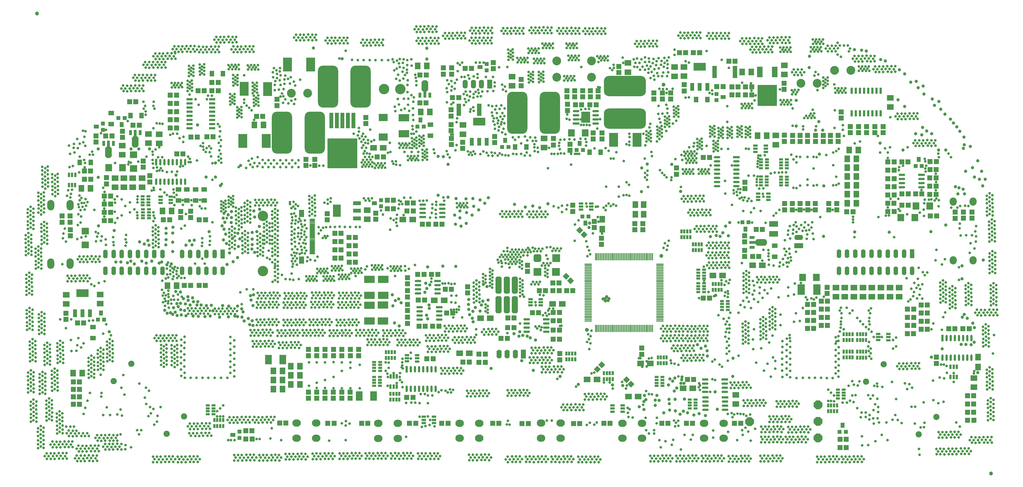
<source format=gbs>
%FSLAX42Y42*%
%MOMM*%
G71*
G01*
G75*
G04 Layer_Color=16711935*
%ADD10C,0.25*%
%ADD11R,1.60X2.70*%
%ADD12R,2.70X1.60*%
%ADD13C,1.00*%
%ADD14C,0.25*%
%ADD15C,0.50*%
%ADD16C,0.30*%
%ADD17C,0.35*%
%ADD18C,1.00*%
%ADD19C,1.20*%
%ADD20C,0.20*%
%ADD21C,0.40*%
%ADD22C,0.80*%
%ADD23C,0.60*%
%ADD24O,2.40X2.00*%
%ADD25O,1.40X2.50*%
%ADD26R,1.40X2.50*%
%ADD27C,1.70*%
%ADD28R,2.50X1.40*%
%ADD29O,2.50X1.40*%
%ADD30O,2.00X2.30*%
%ADD31O,2.00X3.00*%
%ADD32P,2.71X8X292.5*%
%ADD33C,2.50*%
%ADD34O,1.20X2.50*%
%ADD35R,1.20X2.50*%
%ADD36C,3.00*%
%ADD37C,0.60*%
%ADD38C,0.80*%
%ADD39R,0.50X1.10*%
%ADD40R,1.30X1.30*%
%ADD41R,1.10X0.50*%
%ADD42R,1.30X1.30*%
%ADD43R,1.35X0.70*%
%ADD44R,1.80X0.70*%
G04:AMPARAMS|DCode=45|XSize=1.9mm|YSize=3.3mm|CornerRadius=0mm|HoleSize=0mm|Usage=FLASHONLY|Rotation=90.000|XOffset=0mm|YOffset=0mm|HoleType=Round|Shape=Octagon|*
%AMOCTAGOND45*
4,1,8,-1.65,-0.47,-1.65,0.47,-1.17,0.95,1.17,0.95,1.65,0.47,1.65,-0.47,1.17,-0.95,-1.17,-0.95,-1.65,-0.47,0.0*
%
%ADD45OCTAGOND45*%

%ADD46R,1.60X1.80*%
%ADD47R,1.80X1.60*%
%ADD48R,1.65X0.60*%
%ADD49R,1.80X1.60*%
%ADD50P,1.84X4X360.0*%
%ADD51P,1.84X4X90.0*%
%ADD52R,3.00X2.00*%
%ADD53R,1.80X2.70*%
%ADD54R,1.20X1.60*%
%ADD55R,1.80X2.00*%
%ADD56R,2.50X2.00*%
%ADD57R,1.20X3.50*%
%ADD58R,2.20X2.20*%
G04:AMPARAMS|DCode=59|XSize=2.2mm|YSize=2.2mm|CornerRadius=0.55mm|HoleSize=0mm|Usage=FLASHONLY|Rotation=270.000|XOffset=0mm|YOffset=0mm|HoleType=Round|Shape=RoundedRectangle|*
%AMROUNDEDRECTD59*
21,1,2.20,1.10,0,0,270.0*
21,1,1.10,2.20,0,0,270.0*
1,1,1.10,-0.55,-0.55*
1,1,1.10,-0.55,0.55*
1,1,1.10,0.55,0.55*
1,1,1.10,0.55,-0.55*
%
%ADD59ROUNDEDRECTD59*%
%ADD60R,2.00X1.80*%
G04:AMPARAMS|DCode=61|XSize=6mm|YSize=12.7mm|CornerRadius=1.5mm|HoleSize=0mm|Usage=FLASHONLY|Rotation=0.000|XOffset=0mm|YOffset=0mm|HoleType=Round|Shape=RoundedRectangle|*
%AMROUNDEDRECTD61*
21,1,6.00,9.70,0,0,0.0*
21,1,3.00,12.70,0,0,0.0*
1,1,3.00,1.50,-4.85*
1,1,3.00,-1.50,-4.85*
1,1,3.00,-1.50,4.85*
1,1,3.00,1.50,4.85*
%
%ADD61ROUNDEDRECTD61*%
%ADD62R,1.00X1.00*%
%ADD63R,1.30X1.00*%
%ADD64R,1.60X1.20*%
%ADD65R,2.60X1.60*%
%ADD66R,1.10X2.15*%
%ADD67R,1.10X2.15*%
%ADD68R,3.50X2.15*%
%ADD69R,2.15X3.50*%
%ADD70R,2.15X1.10*%
%ADD71R,2.15X1.10*%
%ADD72R,0.50X1.80*%
%ADD73O,0.50X1.80*%
%ADD74R,1.00X1.00*%
%ADD75R,1.00X1.30*%
%ADD76R,2.50X4.00*%
%ADD77O,1.80X0.55*%
%ADD78R,1.80X0.55*%
%ADD79R,2.50X3.30*%
%ADD80O,1.80X0.50*%
%ADD81R,1.80X0.50*%
G04:AMPARAMS|DCode=82|XSize=1.9mm|YSize=3.3mm|CornerRadius=0mm|HoleSize=0mm|Usage=FLASHONLY|Rotation=0.000|XOffset=0mm|YOffset=0mm|HoleType=Round|Shape=Octagon|*
%AMOCTAGOND82*
4,1,8,-0.47,1.65,0.47,1.65,0.95,1.17,0.95,-1.17,0.47,-1.65,-0.47,-1.65,-0.95,-1.17,-0.95,1.17,-0.47,1.65,0.0*
%
%ADD82OCTAGOND82*%

%ADD83R,0.70X1.80*%
%ADD84R,0.70X1.35*%
%ADD85R,5.80X6.20*%
%ADD86R,1.60X3.00*%
%ADD87R,1.27X0.50*%
%ADD88R,0.50X1.27*%
%ADD89R,1.60X1.80*%
G04:AMPARAMS|DCode=90|XSize=6mm|YSize=12.7mm|CornerRadius=1.5mm|HoleSize=0mm|Usage=FLASHONLY|Rotation=90.000|XOffset=0mm|YOffset=0mm|HoleType=Round|Shape=RoundedRectangle|*
%AMROUNDEDRECTD90*
21,1,6.00,9.70,0,0,90.0*
21,1,3.00,12.70,0,0,90.0*
1,1,3.00,4.85,1.50*
1,1,3.00,4.85,-1.50*
1,1,3.00,-4.85,-1.50*
1,1,3.00,-4.85,1.50*
%
%ADD90ROUNDEDRECTD90*%
%ADD91R,2.00X3.00*%
%ADD92R,1.00X4.50*%
%ADD93R,9.00X9.00*%
%ADD94R,0.25X2.00*%
%ADD95R,2.00X0.25*%
%ADD96R,1.90X1.60*%
%ADD97R,1.45X2.00*%
%ADD98O,1.60X0.25*%
%ADD99R,1.60X0.25*%
G04:AMPARAMS|DCode=100|XSize=5mm|YSize=1.6mm|CornerRadius=0.4mm|HoleSize=0mm|Usage=FLASHONLY|Rotation=90.000|XOffset=0mm|YOffset=0mm|HoleType=Round|Shape=RoundedRectangle|*
%AMROUNDEDRECTD100*
21,1,5.00,0.80,0,0,90.0*
21,1,4.20,1.60,0,0,90.0*
1,1,0.80,0.40,2.10*
1,1,0.80,0.40,-2.10*
1,1,0.80,-0.40,-2.10*
1,1,0.80,-0.40,2.10*
%
%ADD100ROUNDEDRECTD100*%
%ADD101R,0.60X1.65*%
%ADD102C,0.15*%
%ADD103R,6.05X6.05*%
%ADD104R,4.95X6.30*%
%ADD105R,1.57X1.19*%
%ADD106C,0.10*%
%ADD107C,0.13*%
%ADD108C,0.14*%
%ADD109R,4.76X1.25*%
%ADD110R,4.69X1.25*%
%ADD111R,1.25X4.69*%
%ADD112R,1.25X4.76*%
%ADD113C,0.19*%
%ADD114C,0.20*%
%ADD115C,0.05*%
%ADD116C,0.30*%
%ADD117C,0.12*%
%ADD118R,0.16X0.27*%
%ADD119R,0.15X0.19*%
%ADD120R,0.19X0.28*%
%ADD121R,0.05X0.15*%
%ADD122R,0.06X0.18*%
%ADD123R,0.10X0.24*%
%ADD124R,0.09X0.15*%
%ADD125R,5.23X5.16*%
%ADD126R,3.33X8.53*%
%ADD127R,3.78X8.51*%
%ADD128R,7.52X1.80*%
%ADD129R,1.80X2.90*%
%ADD130R,2.90X1.80*%
%ADD131C,1.20*%
%ADD132O,2.60X2.20*%
%ADD133O,1.60X2.70*%
%ADD134R,1.60X2.70*%
%ADD135C,1.90*%
%ADD136R,2.70X1.60*%
%ADD137O,2.70X1.60*%
%ADD138O,2.20X2.50*%
%ADD139O,2.20X3.20*%
%ADD140P,2.93X8X292.5*%
%ADD141C,2.70*%
%ADD142O,1.40X2.70*%
%ADD143R,1.40X2.70*%
%ADD144C,3.20*%
%ADD145C,0.80*%
%ADD146C,1.00*%
%ADD147R,0.70X1.30*%
%ADD148R,1.50X1.50*%
%ADD149R,1.30X0.70*%
%ADD150R,1.50X1.50*%
%ADD151R,1.55X0.90*%
%ADD152R,2.00X0.90*%
G04:AMPARAMS|DCode=153|XSize=2.1mm|YSize=3.5mm|CornerRadius=0mm|HoleSize=0mm|Usage=FLASHONLY|Rotation=90.000|XOffset=0mm|YOffset=0mm|HoleType=Round|Shape=Octagon|*
%AMOCTAGOND153*
4,1,8,-1.75,-0.53,-1.75,0.53,-1.23,1.05,1.23,1.05,1.75,0.53,1.75,-0.53,1.23,-1.05,-1.23,-1.05,-1.75,-0.53,0.0*
%
%ADD153OCTAGOND153*%

%ADD154R,1.80X2.00*%
%ADD155R,2.00X1.80*%
%ADD156R,1.85X0.80*%
%ADD157R,2.00X1.80*%
%ADD158P,2.13X4X360.0*%
%ADD159P,2.13X4X90.0*%
%ADD160R,3.20X2.20*%
%ADD161R,2.00X2.90*%
%ADD162R,1.40X1.80*%
%ADD163R,2.00X2.20*%
%ADD164R,2.70X2.20*%
%ADD165R,1.40X3.70*%
%ADD166R,2.40X2.40*%
G04:AMPARAMS|DCode=167|XSize=2.4mm|YSize=2.4mm|CornerRadius=0.6mm|HoleSize=0mm|Usage=FLASHONLY|Rotation=270.000|XOffset=0mm|YOffset=0mm|HoleType=Round|Shape=RoundedRectangle|*
%AMROUNDEDRECTD167*
21,1,2.40,1.20,0,0,270.0*
21,1,1.20,2.40,0,0,270.0*
1,1,1.20,-0.60,-0.60*
1,1,1.20,-0.60,0.60*
1,1,1.20,0.60,0.60*
1,1,1.20,0.60,-0.60*
%
%ADD167ROUNDEDRECTD167*%
%ADD168R,2.20X2.00*%
G04:AMPARAMS|DCode=169|XSize=6.2mm|YSize=12.9mm|CornerRadius=1.55mm|HoleSize=0mm|Usage=FLASHONLY|Rotation=0.000|XOffset=0mm|YOffset=0mm|HoleType=Round|Shape=RoundedRectangle|*
%AMROUNDEDRECTD169*
21,1,6.20,9.80,0,0,0.0*
21,1,3.10,12.90,0,0,0.0*
1,1,3.10,1.55,-4.90*
1,1,3.10,-1.55,-4.90*
1,1,3.10,-1.55,4.90*
1,1,3.10,1.55,4.90*
%
%ADD169ROUNDEDRECTD169*%
%ADD170R,1.20X1.20*%
%ADD171R,1.50X1.20*%
%ADD172R,1.80X1.40*%
%ADD173R,2.80X1.80*%
%ADD174R,1.30X2.35*%
%ADD175R,1.30X2.35*%
%ADD176R,3.70X2.35*%
%ADD177R,2.35X3.70*%
%ADD178R,2.35X1.30*%
%ADD179R,2.35X1.30*%
%ADD180R,0.70X2.00*%
%ADD181O,0.70X2.00*%
%ADD182R,1.20X1.20*%
%ADD183R,1.20X1.50*%
%ADD184R,2.70X4.20*%
%ADD185O,2.00X0.75*%
%ADD186R,2.00X0.75*%
%ADD187R,2.70X3.50*%
%ADD188O,2.00X0.70*%
%ADD189R,2.00X0.70*%
G04:AMPARAMS|DCode=190|XSize=2.1mm|YSize=3.5mm|CornerRadius=0mm|HoleSize=0mm|Usage=FLASHONLY|Rotation=0.000|XOffset=0mm|YOffset=0mm|HoleType=Round|Shape=Octagon|*
%AMOCTAGOND190*
4,1,8,-0.53,1.75,0.53,1.75,1.05,1.23,1.05,-1.23,0.53,-1.75,-0.53,-1.75,-1.05,-1.23,-1.05,1.23,-0.53,1.75,0.0*
%
%ADD190OCTAGOND190*%

%ADD191R,0.90X2.00*%
%ADD192R,0.90X1.55*%
%ADD193R,6.00X6.40*%
%ADD194R,1.80X3.20*%
%ADD195R,1.47X0.70*%
%ADD196R,0.70X1.47*%
%ADD197R,1.80X2.00*%
G04:AMPARAMS|DCode=198|XSize=6.2mm|YSize=12.9mm|CornerRadius=1.55mm|HoleSize=0mm|Usage=FLASHONLY|Rotation=90.000|XOffset=0mm|YOffset=0mm|HoleType=Round|Shape=RoundedRectangle|*
%AMROUNDEDRECTD198*
21,1,6.20,9.80,0,0,90.0*
21,1,3.10,12.90,0,0,90.0*
1,1,3.10,4.90,1.55*
1,1,3.10,4.90,-1.55*
1,1,3.10,-4.90,-1.55*
1,1,3.10,-4.90,1.55*
%
%ADD198ROUNDEDRECTD198*%
%ADD199R,2.20X3.20*%
%ADD200R,1.20X4.70*%
%ADD201R,9.20X9.20*%
%ADD202R,0.45X2.20*%
%ADD203R,2.20X0.45*%
%ADD204R,2.10X1.80*%
%ADD205R,1.65X2.20*%
%ADD206O,1.80X0.45*%
%ADD207R,1.80X0.45*%
G04:AMPARAMS|DCode=208|XSize=5.2mm|YSize=1.8mm|CornerRadius=0.45mm|HoleSize=0mm|Usage=FLASHONLY|Rotation=90.000|XOffset=0mm|YOffset=0mm|HoleType=Round|Shape=RoundedRectangle|*
%AMROUNDEDRECTD208*
21,1,5.20,0.90,0,0,90.0*
21,1,4.30,1.80,0,0,90.0*
1,1,0.90,0.45,2.15*
1,1,0.90,0.45,-2.15*
1,1,0.90,-0.45,-2.15*
1,1,0.90,-0.45,2.15*
%
%ADD208ROUNDEDRECTD208*%
%ADD209R,0.80X1.85*%
D131*
X19702Y11689D02*
D03*
X17356Y4165D02*
D03*
X19636Y6430D02*
D03*
X478Y13876D02*
D03*
X29756Y-245D02*
D03*
D132*
X18447Y1295D02*
D03*
Y835D02*
D03*
X19047Y1295D02*
D03*
X19047Y835D02*
D03*
X20949Y1295D02*
D03*
Y835D02*
D03*
X21549Y1295D02*
D03*
X21549Y835D02*
D03*
X11551Y833D02*
D03*
X11551Y1293D02*
D03*
X10951Y833D02*
D03*
Y1293D02*
D03*
X14051Y835D02*
D03*
X14051Y1295D02*
D03*
X13451Y835D02*
D03*
Y1295D02*
D03*
X16545Y840D02*
D03*
X16545Y1300D02*
D03*
X15945Y840D02*
D03*
Y1300D02*
D03*
X9044Y839D02*
D03*
X9044Y1299D02*
D03*
X8444Y839D02*
D03*
Y1299D02*
D03*
D133*
X14906Y3416D02*
D03*
X14656D02*
D03*
X15156D02*
D03*
X14122Y11707D02*
D03*
X13622D02*
D03*
X13872D02*
D03*
D134*
X15406Y3416D02*
D03*
X14372Y11707D02*
D03*
D135*
X3374Y3127D02*
D03*
X2834Y2590D02*
D03*
X4454Y973D02*
D03*
X4994Y1510D02*
D03*
X26460Y3106D02*
D03*
X25920Y2569D02*
D03*
X27540Y953D02*
D03*
X28080Y1490D02*
D03*
D136*
X23854Y6751D02*
D03*
D137*
Y7001D02*
D03*
D138*
X29206Y8100D02*
D03*
Y6300D02*
D03*
X28599Y6302D02*
D03*
Y8102D02*
D03*
D139*
X900Y7996D02*
D03*
Y6196D02*
D03*
X1497Y6195D02*
D03*
Y7995D02*
D03*
D140*
X24449Y846D02*
D03*
Y1866D02*
D03*
Y1356D02*
D03*
X22349Y1346D02*
D03*
D141*
X23920Y11732D02*
D03*
X24420D02*
D03*
X17497Y11920D02*
D03*
Y12420D02*
D03*
X8287Y11433D02*
D03*
X8787D02*
D03*
X24952Y12136D02*
D03*
X25452D02*
D03*
X16427Y11920D02*
D03*
Y12420D02*
D03*
D142*
X25087Y5980D02*
D03*
X25337D02*
D03*
X25087Y6500D02*
D03*
X25337D02*
D03*
X27087D02*
D03*
X26837D02*
D03*
X26587D02*
D03*
X26337D02*
D03*
X26087D02*
D03*
X25837D02*
D03*
X25587D02*
D03*
X27337Y5980D02*
D03*
X27087D02*
D03*
X26837D02*
D03*
X26587D02*
D03*
X26337D02*
D03*
X26087D02*
D03*
X25837D02*
D03*
X25587D02*
D03*
X2579Y5974D02*
D03*
X2829D02*
D03*
X3079D02*
D03*
X3329D02*
D03*
X3579D02*
D03*
X3829D02*
D03*
X2579Y6494D02*
D03*
X2829D02*
D03*
X3079D02*
D03*
X3329D02*
D03*
X3579D02*
D03*
X3829D02*
D03*
X5929D02*
D03*
X5679D02*
D03*
X5429D02*
D03*
X5179D02*
D03*
X4929D02*
D03*
X4329D02*
D03*
X4079D02*
D03*
X6179Y5974D02*
D03*
X5929D02*
D03*
X5679D02*
D03*
X5429D02*
D03*
X5179D02*
D03*
X4929D02*
D03*
X4329D02*
D03*
X4079D02*
D03*
D143*
X27337Y6500D02*
D03*
X6179Y6494D02*
D03*
D144*
X11126Y11554D02*
D03*
X11626D02*
D03*
X7409Y5968D02*
D03*
Y7659D02*
D03*
D145*
X2148Y5565D02*
D03*
X2239Y5514D02*
D03*
X2371Y5601D02*
D03*
X2554Y5651D02*
D03*
X1833Y3622D02*
D03*
X1693Y3520D02*
D03*
X1538Y3513D02*
D03*
X1520Y3848D02*
D03*
X1751Y3909D02*
D03*
X1906Y3749D02*
D03*
X1716Y3693D02*
D03*
X17431Y3574D02*
D03*
X17357Y3792D02*
D03*
X17466Y3752D02*
D03*
X17471Y3973D02*
D03*
X17416Y3874D02*
D03*
X17395Y4028D02*
D03*
X17375Y4166D02*
D03*
X17494Y4138D02*
D03*
X28223Y3096D02*
D03*
X28307D02*
D03*
X17370Y6424D02*
D03*
X17456Y6485D02*
D03*
X17418Y6601D02*
D03*
X17365Y6711D02*
D03*
X19707Y6683D02*
D03*
X19834Y6746D02*
D03*
X19808Y6622D02*
D03*
X19752Y6825D02*
D03*
X19864Y6899D02*
D03*
X27426Y1801D02*
D03*
X27314Y1803D02*
D03*
X27012Y1306D02*
D03*
X26814Y1547D02*
D03*
X26544Y1323D02*
D03*
X26290Y1798D02*
D03*
X26204Y1877D02*
D03*
X26295Y1646D02*
D03*
X26318Y1318D02*
D03*
X26158Y1285D02*
D03*
X26024Y1412D02*
D03*
X25909Y1626D02*
D03*
Y1488D02*
D03*
X25782Y1621D02*
D03*
X25536Y1943D02*
D03*
X25429Y1986D02*
D03*
X25340Y1933D02*
D03*
X25201Y1928D02*
D03*
X26052Y2052D02*
D03*
X25991Y2156D02*
D03*
X26128Y2154D02*
D03*
X26265Y2428D02*
D03*
X26176Y2449D02*
D03*
X26262Y2510D02*
D03*
X25665Y2451D02*
D03*
X25719Y2578D02*
D03*
X25546Y2476D02*
D03*
X25384Y2443D02*
D03*
X25500Y2588D02*
D03*
X22899Y3124D02*
D03*
X23001Y2725D02*
D03*
X22785Y2913D02*
D03*
X22554Y3157D02*
D03*
X21764Y2548D02*
D03*
X21883Y2550D02*
D03*
X21998Y2548D02*
D03*
X21944Y2464D02*
D03*
X21812Y2469D02*
D03*
X21883Y2380D02*
D03*
X22066Y2464D02*
D03*
X22010Y2377D02*
D03*
X21769Y2380D02*
D03*
X22142Y2385D02*
D03*
X22384Y2383D02*
D03*
X22257Y2385D02*
D03*
X22186Y2474D02*
D03*
X22318Y2469D02*
D03*
X22257Y2555D02*
D03*
X22137Y2553D02*
D03*
X22953Y1504D02*
D03*
X23072Y1506D02*
D03*
X23186Y1504D02*
D03*
X23133Y1420D02*
D03*
X23001Y1425D02*
D03*
X23072Y1336D02*
D03*
X23255Y1420D02*
D03*
X23199Y1334D02*
D03*
X22958Y1336D02*
D03*
X23331Y1341D02*
D03*
X23573Y1339D02*
D03*
X23628Y1425D02*
D03*
X23446Y1341D02*
D03*
X23374Y1430D02*
D03*
X23506Y1425D02*
D03*
X23560Y1509D02*
D03*
X23446Y1511D02*
D03*
X23326Y1509D02*
D03*
X23293Y4630D02*
D03*
X23298Y4308D02*
D03*
X22950Y3777D02*
D03*
X22704Y3597D02*
D03*
X22457Y3574D02*
D03*
X22452Y3868D02*
D03*
X22483Y4186D02*
D03*
X23052Y3988D02*
D03*
X23887Y4440D02*
D03*
X23707Y4409D02*
D03*
X23773Y4669D02*
D03*
X23984Y4831D02*
D03*
X23534Y5466D02*
D03*
X23733Y5588D02*
D03*
X23707Y5250D02*
D03*
X23534Y5210D02*
D03*
X21607Y4331D02*
D03*
X21599Y3955D02*
D03*
X21617Y4097D02*
D03*
X21650Y3805D02*
D03*
X21647Y3602D02*
D03*
Y3432D02*
D03*
X21723Y3505D02*
D03*
X21713Y3686D02*
D03*
Y3894D02*
D03*
X21718Y4079D02*
D03*
X21731Y4206D02*
D03*
X21650Y4196D02*
D03*
X21726Y4315D02*
D03*
X21657Y4417D02*
D03*
X21716Y4531D02*
D03*
X21548Y4501D02*
D03*
X21388Y4610D02*
D03*
X22112Y6218D02*
D03*
X22483Y5530D02*
D03*
X22445Y5667D02*
D03*
X22437Y5250D02*
D03*
X22262Y5159D02*
D03*
X22066Y4923D02*
D03*
X22663Y5471D02*
D03*
X22488Y5370D02*
D03*
X22325Y5032D02*
D03*
X22196Y4856D02*
D03*
X22610Y5024D02*
D03*
X22744Y5149D02*
D03*
X22902Y5281D02*
D03*
X23004Y5433D02*
D03*
X22805Y5382D02*
D03*
X22653Y5291D02*
D03*
X22485Y5105D02*
D03*
X22389Y4834D02*
D03*
X22153Y5052D02*
D03*
X21586Y5207D02*
D03*
X21601Y5314D02*
D03*
X21678Y5354D02*
D03*
X21680Y5169D02*
D03*
X21685Y5276D02*
D03*
X21581Y5545D02*
D03*
X21480Y5690D02*
D03*
X21701Y5593D02*
D03*
X21624Y5659D02*
D03*
X21739Y5695D02*
D03*
X20946Y6104D02*
D03*
X20949Y5672D02*
D03*
X19171Y2285D02*
D03*
X19257Y2189D02*
D03*
X19054Y3028D02*
D03*
X18058Y2550D02*
D03*
X17875D02*
D03*
X4695Y7991D02*
D03*
X4698Y8235D02*
D03*
X27052Y9205D02*
D03*
X16588Y7971D02*
D03*
X16590Y7783D02*
D03*
X16727Y7869D02*
D03*
X16753Y7996D02*
D03*
X16478Y7912D02*
D03*
X16336Y7955D02*
D03*
X17748Y11605D02*
D03*
X17697Y11615D02*
D03*
X8241Y5712D02*
D03*
X8513Y5723D02*
D03*
X8294Y5895D02*
D03*
X7624Y6330D02*
D03*
X7537Y6375D02*
D03*
X7586Y6596D02*
D03*
X7449Y7183D02*
D03*
X7446Y7303D02*
D03*
X7449Y7417D02*
D03*
X7532Y7363D02*
D03*
X7527Y7231D02*
D03*
X7616Y7303D02*
D03*
X7532Y7485D02*
D03*
X7619Y7429D02*
D03*
X7616Y7188D02*
D03*
X7621Y6815D02*
D03*
X7624Y7056D02*
D03*
X7537Y7112D02*
D03*
X7621Y6929D02*
D03*
X7532Y6858D02*
D03*
X7537Y6990D02*
D03*
X7454Y7043D02*
D03*
X7451Y6929D02*
D03*
X7454Y6810D02*
D03*
X8000Y5852D02*
D03*
X7786Y6119D02*
D03*
X7700Y6243D02*
D03*
X7784Y6190D02*
D03*
X7779Y6058D02*
D03*
X7868Y6129D02*
D03*
X7784Y6312D02*
D03*
X7870Y6256D02*
D03*
X7868Y6015D02*
D03*
X7873Y5641D02*
D03*
X7875Y5883D02*
D03*
X7789Y5939D02*
D03*
X7873Y5756D02*
D03*
X7784Y5685D02*
D03*
X7789Y5817D02*
D03*
X8109Y5725D02*
D03*
X8345Y5697D02*
D03*
X7705Y5636D02*
D03*
X7697Y6805D02*
D03*
X7695Y6924D02*
D03*
X7697Y7038D02*
D03*
X7781Y6985D02*
D03*
X7776Y6853D02*
D03*
X7865Y6924D02*
D03*
X7781Y7107D02*
D03*
X7868Y7051D02*
D03*
X7865Y6810D02*
D03*
X7870Y6436D02*
D03*
X7873Y6678D02*
D03*
X7786Y6734D02*
D03*
X7870Y6551D02*
D03*
X7781Y6480D02*
D03*
X7786Y6612D02*
D03*
X7703Y6665D02*
D03*
X7700Y6551D02*
D03*
X7703Y6431D02*
D03*
X7697Y7574D02*
D03*
X7695Y7694D02*
D03*
X7697Y7808D02*
D03*
X7781Y7755D02*
D03*
X7776Y7623D02*
D03*
X7865Y7694D02*
D03*
X7781Y7877D02*
D03*
X7868Y7821D02*
D03*
X7865Y7579D02*
D03*
X7870Y7206D02*
D03*
X7873Y7447D02*
D03*
X7786Y7503D02*
D03*
X7870Y7320D02*
D03*
X7781Y7249D02*
D03*
X7786Y7381D02*
D03*
X7703Y7435D02*
D03*
X7700Y7320D02*
D03*
X7703Y7201D02*
D03*
X5170Y9418D02*
D03*
X5114Y9482D02*
D03*
X5625Y6195D02*
D03*
X5546Y6353D02*
D03*
X3199Y6944D02*
D03*
X3209Y7076D02*
D03*
X3197Y6746D02*
D03*
X3225Y6853D02*
D03*
X3189Y7963D02*
D03*
X4070Y8461D02*
D03*
X3997Y8443D02*
D03*
X4060Y8529D02*
D03*
X2833Y6764D02*
D03*
X2826Y6855D02*
D03*
X2818Y7013D02*
D03*
X24954Y10366D02*
D03*
X23994Y10320D02*
D03*
Y10417D02*
D03*
X24385D02*
D03*
X25244Y10119D02*
D03*
X25211Y10300D02*
D03*
X25206Y10450D02*
D03*
X5046Y7722D02*
D03*
X4957Y8004D02*
D03*
X4096Y7590D02*
D03*
X4055Y7498D02*
D03*
X4063Y7668D02*
D03*
X5645Y7894D02*
D03*
X5475Y7960D02*
D03*
X5224Y7993D02*
D03*
X4903Y7269D02*
D03*
X5018Y7363D02*
D03*
X5782Y6769D02*
D03*
X5787Y6894D02*
D03*
Y7033D02*
D03*
X5544Y6739D02*
D03*
X5551Y6840D02*
D03*
X5549Y6977D02*
D03*
X12084Y1933D02*
D03*
X11965D02*
D03*
X12381Y2189D02*
D03*
X12252D02*
D03*
X12610Y2154D02*
D03*
X12478Y2151D02*
D03*
X11807Y1925D02*
D03*
Y884D02*
D03*
X12473Y1915D02*
D03*
Y1504D02*
D03*
X12221Y1915D02*
D03*
Y1496D02*
D03*
X12287Y1184D02*
D03*
X12544Y1400D02*
D03*
X18091Y7968D02*
D03*
X17924Y7838D02*
D03*
X17949Y7976D02*
D03*
X16984Y7402D02*
D03*
X17695Y7628D02*
D03*
X17708Y7483D02*
D03*
X18018Y8044D02*
D03*
X18251Y7976D02*
D03*
X18162Y8021D02*
D03*
X21665Y10546D02*
D03*
X21662Y11029D02*
D03*
X21492Y12451D02*
D03*
X7400Y1316D02*
D03*
X7281Y1313D02*
D03*
X7167Y1316D02*
D03*
X7220Y1400D02*
D03*
X7352Y1394D02*
D03*
X7281Y1483D02*
D03*
X7098Y1400D02*
D03*
X7154Y1486D02*
D03*
X7395Y1483D02*
D03*
X7769Y1488D02*
D03*
X7527Y1491D02*
D03*
X7471Y1405D02*
D03*
X7654Y1488D02*
D03*
X7725Y1400D02*
D03*
X7593Y1405D02*
D03*
X7540Y1321D02*
D03*
X7654Y1318D02*
D03*
X6633Y1313D02*
D03*
X6514Y1311D02*
D03*
X6400Y1313D02*
D03*
X6453Y1397D02*
D03*
X6585Y1392D02*
D03*
X6514Y1481D02*
D03*
X6331Y1397D02*
D03*
X6387Y1483D02*
D03*
X6628Y1481D02*
D03*
X7002Y1486D02*
D03*
X6760Y1488D02*
D03*
X6704Y1402D02*
D03*
X6887Y1486D02*
D03*
X6958Y1397D02*
D03*
X6826Y1402D02*
D03*
X6773Y1318D02*
D03*
X6887Y1316D02*
D03*
X7007Y1318D02*
D03*
X5412Y1120D02*
D03*
X5292Y1118D02*
D03*
X5178Y1120D02*
D03*
X5231Y1204D02*
D03*
X5363Y1199D02*
D03*
X5292Y1288D02*
D03*
X5109Y1204D02*
D03*
X5165Y1290D02*
D03*
X5406Y1288D02*
D03*
X5780Y1293D02*
D03*
X5538Y1295D02*
D03*
X5483Y1209D02*
D03*
X5665Y1293D02*
D03*
X5737Y1204D02*
D03*
X5605Y1209D02*
D03*
X5551Y1125D02*
D03*
X5665Y1123D02*
D03*
X5785Y1125D02*
D03*
X5528Y996D02*
D03*
X5648Y998D02*
D03*
X5762Y996D02*
D03*
X5709Y912D02*
D03*
X5577Y917D02*
D03*
X5831Y912D02*
D03*
X5457Y907D02*
D03*
X5203Y912D02*
D03*
X5335Y907D02*
D03*
X5389Y991D02*
D03*
X5274Y993D02*
D03*
X5155Y991D02*
D03*
X2061Y3066D02*
D03*
X2059Y3185D02*
D03*
X2061Y3299D02*
D03*
X2145Y3246D02*
D03*
X2140Y3114D02*
D03*
X2229Y3185D02*
D03*
X2145Y3368D02*
D03*
X2231Y3312D02*
D03*
X2229Y3071D02*
D03*
X2234Y2697D02*
D03*
X2236Y2939D02*
D03*
X2150Y2995D02*
D03*
X2234Y2812D02*
D03*
X2145Y2741D02*
D03*
X2150Y2873D02*
D03*
X2066Y2926D02*
D03*
X2064Y2812D02*
D03*
X2066Y2692D02*
D03*
X2346Y3307D02*
D03*
X2343Y3426D02*
D03*
X2346Y3541D02*
D03*
X2430Y3487D02*
D03*
X2424Y3355D02*
D03*
X2513Y3426D02*
D03*
X2430Y3609D02*
D03*
X2516Y3553D02*
D03*
X2513Y3312D02*
D03*
X2518Y2939D02*
D03*
X2521Y3180D02*
D03*
X2435Y3236D02*
D03*
X2518Y3053D02*
D03*
X2430Y2982D02*
D03*
X2435Y3114D02*
D03*
X2351Y3167D02*
D03*
X2348Y3053D02*
D03*
X2351Y2934D02*
D03*
X2628Y3571D02*
D03*
X2625Y3691D02*
D03*
X2628Y3805D02*
D03*
X2711Y3752D02*
D03*
X2706Y3619D02*
D03*
X2795Y3691D02*
D03*
X2711Y3874D02*
D03*
X2798Y3818D02*
D03*
X2795Y3576D02*
D03*
X2800Y3203D02*
D03*
X2803Y3444D02*
D03*
X2717Y3500D02*
D03*
X2800Y3317D02*
D03*
X2711Y3246D02*
D03*
X2717Y3378D02*
D03*
X2633Y3432D02*
D03*
X2630Y3317D02*
D03*
X2633Y3198D02*
D03*
X4456Y3332D02*
D03*
X4459Y3213D02*
D03*
X4456Y3099D02*
D03*
X4373Y3152D02*
D03*
X4378Y3284D02*
D03*
X4289Y3213D02*
D03*
X4373Y3030D02*
D03*
X4286Y3086D02*
D03*
X4289Y3327D02*
D03*
X4284Y3701D02*
D03*
X4281Y3459D02*
D03*
X4368Y3404D02*
D03*
X4284Y3586D02*
D03*
X4373Y3658D02*
D03*
X4368Y3526D02*
D03*
X4451Y3472D02*
D03*
X4454Y3586D02*
D03*
X4451Y3706D02*
D03*
X4784Y3325D02*
D03*
X4787Y3205D02*
D03*
X4784Y3091D02*
D03*
X4700Y3145D02*
D03*
X4705Y3277D02*
D03*
X4616Y3205D02*
D03*
X4700Y3023D02*
D03*
X4614Y3078D02*
D03*
X4616Y3320D02*
D03*
X4611Y3693D02*
D03*
X4609Y3452D02*
D03*
X4695Y3396D02*
D03*
X4611Y3579D02*
D03*
X4700Y3650D02*
D03*
X4695Y3518D02*
D03*
X4779Y3465D02*
D03*
X4782Y3579D02*
D03*
X4779Y3698D02*
D03*
X4388Y3823D02*
D03*
X4269Y3820D02*
D03*
X4154Y3823D02*
D03*
X4208Y3907D02*
D03*
X4340Y3901D02*
D03*
X4269Y3990D02*
D03*
X4086Y3907D02*
D03*
X4142Y3993D02*
D03*
X4383Y3990D02*
D03*
X4756Y3995D02*
D03*
X4515Y3998D02*
D03*
X4459Y3912D02*
D03*
X4642Y3995D02*
D03*
X4713Y3907D02*
D03*
X4581Y3912D02*
D03*
X4528Y3828D02*
D03*
X4642Y3825D02*
D03*
X4761Y3828D02*
D03*
X2031Y6248D02*
D03*
X1911Y6246D02*
D03*
X1797Y6248D02*
D03*
X1850Y6332D02*
D03*
X1983Y6327D02*
D03*
X1911Y6416D02*
D03*
X1728Y6332D02*
D03*
X1784Y6419D02*
D03*
X2026Y6416D02*
D03*
X2399Y6421D02*
D03*
X2158Y6424D02*
D03*
X2102Y6337D02*
D03*
X2285Y6421D02*
D03*
X2356Y6332D02*
D03*
X2224Y6337D02*
D03*
X2170Y6253D02*
D03*
X2285Y6251D02*
D03*
X2404Y6253D02*
D03*
X1789Y5829D02*
D03*
X1909Y5832D02*
D03*
X2023Y5829D02*
D03*
X1970Y5745D02*
D03*
X1838Y5751D02*
D03*
X1909Y5662D02*
D03*
X2092Y5745D02*
D03*
X2036Y5659D02*
D03*
X1795Y5662D02*
D03*
X1421Y5657D02*
D03*
X1662Y5654D02*
D03*
X1718Y5740D02*
D03*
X1535Y5657D02*
D03*
X1464Y5745D02*
D03*
X1596Y5740D02*
D03*
X1650Y5824D02*
D03*
X1535Y5827D02*
D03*
X1416Y5824D02*
D03*
X15826Y7625D02*
D03*
X15706Y7623D02*
D03*
X15592Y7625D02*
D03*
X15645Y7709D02*
D03*
X15777Y7704D02*
D03*
X15706Y7793D02*
D03*
X15523Y7709D02*
D03*
X15579Y7795D02*
D03*
X15820Y7793D02*
D03*
X15952Y7800D02*
D03*
X15897Y7714D02*
D03*
X16079Y7798D02*
D03*
X16151Y7709D02*
D03*
X16019Y7714D02*
D03*
X15965Y7630D02*
D03*
X16079Y7628D02*
D03*
X14997Y7633D02*
D03*
X14878Y7630D02*
D03*
X14764Y7633D02*
D03*
X14817Y7717D02*
D03*
X14949Y7711D02*
D03*
X14878Y7800D02*
D03*
X14695Y7717D02*
D03*
X14751Y7803D02*
D03*
X14992Y7800D02*
D03*
X15366Y7805D02*
D03*
X15124Y7808D02*
D03*
X15069Y7722D02*
D03*
X15251Y7805D02*
D03*
X15323Y7717D02*
D03*
X15190Y7722D02*
D03*
X15137Y7638D02*
D03*
X15251Y7635D02*
D03*
X15371Y7638D02*
D03*
X10646Y4158D02*
D03*
X10766Y4161D02*
D03*
X10880Y4158D02*
D03*
X10827Y4074D02*
D03*
X10695Y4079D02*
D03*
X10766Y3990D02*
D03*
X10949Y4074D02*
D03*
X10893Y3988D02*
D03*
X10652Y3990D02*
D03*
X10278Y3985D02*
D03*
X10519Y3983D02*
D03*
X10575Y4069D02*
D03*
X10392Y3985D02*
D03*
X10321Y4074D02*
D03*
X10453Y4069D02*
D03*
X10507Y4153D02*
D03*
X10392Y4155D02*
D03*
X10273Y4153D02*
D03*
X11474Y4150D02*
D03*
X11594Y4153D02*
D03*
X11708Y4150D02*
D03*
X11655Y4067D02*
D03*
X11523Y4072D02*
D03*
X11594Y3983D02*
D03*
X11777Y4067D02*
D03*
X11721Y3980D02*
D03*
X11480Y3983D02*
D03*
X11106Y3978D02*
D03*
X11347Y3975D02*
D03*
X11403Y4061D02*
D03*
X11220Y3978D02*
D03*
X11149Y4067D02*
D03*
X11281Y4061D02*
D03*
X11335Y4145D02*
D03*
X11220Y4148D02*
D03*
X11101Y4145D02*
D03*
X9006Y4158D02*
D03*
X9125Y4161D02*
D03*
X9239Y4158D02*
D03*
X9186Y4074D02*
D03*
X9054Y4079D02*
D03*
X9125Y3990D02*
D03*
X9308Y4074D02*
D03*
X9252Y3988D02*
D03*
X9011Y3990D02*
D03*
X8637Y3985D02*
D03*
X8879Y3983D02*
D03*
X8934Y4069D02*
D03*
X8752Y3985D02*
D03*
X8680Y4074D02*
D03*
X8813Y4069D02*
D03*
X8866Y4153D02*
D03*
X8752Y4155D02*
D03*
X8632Y4153D02*
D03*
X9834Y4150D02*
D03*
X9953Y4153D02*
D03*
X10067Y4150D02*
D03*
X10014Y4067D02*
D03*
X9882Y4072D02*
D03*
X9953Y3983D02*
D03*
X10136Y4067D02*
D03*
X10080Y3980D02*
D03*
X9839Y3983D02*
D03*
X9465Y3978D02*
D03*
X9707Y3975D02*
D03*
X9763Y4061D02*
D03*
X9580Y3978D02*
D03*
X9509Y4067D02*
D03*
X9641Y4061D02*
D03*
X9694Y4145D02*
D03*
X9580Y4148D02*
D03*
X9460Y4145D02*
D03*
X7405Y4161D02*
D03*
X7525Y4163D02*
D03*
X7639Y4161D02*
D03*
X7586Y4077D02*
D03*
X7454Y4082D02*
D03*
X7525Y3993D02*
D03*
X7708Y4077D02*
D03*
X7652Y3990D02*
D03*
X7410Y3993D02*
D03*
X7037Y3988D02*
D03*
X7278Y3985D02*
D03*
X7334Y4072D02*
D03*
X7151Y3988D02*
D03*
X7080Y4077D02*
D03*
X7212Y4072D02*
D03*
X7266Y4155D02*
D03*
X7151Y4158D02*
D03*
X7032Y4155D02*
D03*
X8233Y4153D02*
D03*
X8353Y4155D02*
D03*
X8467Y4153D02*
D03*
X8414Y4069D02*
D03*
X8282Y4074D02*
D03*
X8353Y3985D02*
D03*
X8536Y4069D02*
D03*
X8480Y3983D02*
D03*
X8239Y3985D02*
D03*
X7865Y3980D02*
D03*
X8106Y3978D02*
D03*
X8162Y4064D02*
D03*
X7979Y3980D02*
D03*
X7908Y4069D02*
D03*
X8040Y4064D02*
D03*
X8094Y4148D02*
D03*
X7979Y4150D02*
D03*
X7860Y4148D02*
D03*
X9219Y4483D02*
D03*
X9338Y4486D02*
D03*
X9453Y4483D02*
D03*
X9399Y4399D02*
D03*
X9267Y4404D02*
D03*
X9338Y4315D02*
D03*
X9521Y4399D02*
D03*
X9465Y4313D02*
D03*
X9224Y4315D02*
D03*
X8851Y4310D02*
D03*
X9092Y4308D02*
D03*
X9148Y4394D02*
D03*
X8965Y4310D02*
D03*
X8894Y4399D02*
D03*
X9026Y4394D02*
D03*
X9079Y4478D02*
D03*
X8965Y4481D02*
D03*
X8846Y4478D02*
D03*
X10047Y4475D02*
D03*
X10166Y4478D02*
D03*
X10281Y4475D02*
D03*
X10227Y4392D02*
D03*
X10095Y4397D02*
D03*
X10166Y4308D02*
D03*
X10349Y4392D02*
D03*
X10293Y4305D02*
D03*
X10052Y4308D02*
D03*
X9679Y4303D02*
D03*
X9920Y4300D02*
D03*
X9976Y4387D02*
D03*
X9793Y4303D02*
D03*
X9722Y4392D02*
D03*
X9854Y4387D02*
D03*
X9907Y4470D02*
D03*
X9793Y4473D02*
D03*
X9674Y4470D02*
D03*
X7591Y4483D02*
D03*
X7710Y4486D02*
D03*
X7825Y4483D02*
D03*
X7771Y4399D02*
D03*
X7639Y4404D02*
D03*
X7710Y4315D02*
D03*
X7893Y4399D02*
D03*
X7837Y4313D02*
D03*
X7596Y4315D02*
D03*
X7223Y4310D02*
D03*
X7464Y4308D02*
D03*
X7520Y4394D02*
D03*
X7337Y4310D02*
D03*
X7266Y4399D02*
D03*
X7398Y4394D02*
D03*
X7451Y4478D02*
D03*
X7337Y4481D02*
D03*
X7217Y4478D02*
D03*
X8419Y4475D02*
D03*
X8538Y4478D02*
D03*
X8653Y4475D02*
D03*
X8599Y4392D02*
D03*
X8467Y4397D02*
D03*
X8538Y4308D02*
D03*
X8721Y4392D02*
D03*
X8665Y4305D02*
D03*
X8424Y4308D02*
D03*
X8051Y4303D02*
D03*
X8292Y4300D02*
D03*
X8348Y4387D02*
D03*
X8165Y4303D02*
D03*
X8094Y4392D02*
D03*
X8226Y4387D02*
D03*
X8279Y4470D02*
D03*
X8165Y4473D02*
D03*
X8045Y4470D02*
D03*
X5483Y4829D02*
D03*
X5602Y4831D02*
D03*
X5716Y4829D02*
D03*
X5663Y4745D02*
D03*
X5531Y4750D02*
D03*
X5602Y4661D02*
D03*
X5785Y4745D02*
D03*
X5729Y4658D02*
D03*
X5488Y4661D02*
D03*
X5114Y4656D02*
D03*
X5356Y4653D02*
D03*
X5412Y4740D02*
D03*
X5229Y4656D02*
D03*
X5158Y4745D02*
D03*
X5290Y4740D02*
D03*
X5343Y4823D02*
D03*
X5229Y4826D02*
D03*
X5109Y4823D02*
D03*
X6311Y4821D02*
D03*
X6430Y4823D02*
D03*
X6544Y4821D02*
D03*
X6491Y4737D02*
D03*
X6359Y4742D02*
D03*
X6430Y4653D02*
D03*
X6613Y4737D02*
D03*
X6557Y4651D02*
D03*
X6316Y4653D02*
D03*
X5942Y4648D02*
D03*
X6184Y4646D02*
D03*
X6240Y4732D02*
D03*
X6057Y4648D02*
D03*
X5986Y4737D02*
D03*
X6118Y4732D02*
D03*
X6171Y4816D02*
D03*
X6057Y4818D02*
D03*
X5937Y4816D02*
D03*
X7596Y5019D02*
D03*
X7715Y5022D02*
D03*
X7830Y5019D02*
D03*
X7776Y4935D02*
D03*
X7644Y4940D02*
D03*
X7715Y4851D02*
D03*
X7898Y4935D02*
D03*
X7842Y4849D02*
D03*
X7601Y4851D02*
D03*
X7228Y4846D02*
D03*
X7469Y4844D02*
D03*
X7525Y4930D02*
D03*
X7342Y4846D02*
D03*
X7271Y4935D02*
D03*
X7403Y4930D02*
D03*
X7456Y5014D02*
D03*
X7342Y5017D02*
D03*
X7223Y5014D02*
D03*
X8424Y5011D02*
D03*
X8543Y5014D02*
D03*
X8658Y5011D02*
D03*
X8604Y4928D02*
D03*
X8472Y4933D02*
D03*
X8543Y4844D02*
D03*
X8726Y4928D02*
D03*
X8670Y4841D02*
D03*
X8429Y4844D02*
D03*
X8056Y4839D02*
D03*
X8297Y4836D02*
D03*
X8353Y4923D02*
D03*
X8170Y4839D02*
D03*
X8099Y4928D02*
D03*
X8231Y4923D02*
D03*
X8284Y5006D02*
D03*
X8170Y5009D02*
D03*
X8051Y5006D02*
D03*
X7624Y5301D02*
D03*
X7743Y5304D02*
D03*
X7858Y5301D02*
D03*
X7804Y5217D02*
D03*
X7672Y5222D02*
D03*
X7743Y5133D02*
D03*
X7926Y5217D02*
D03*
X7870Y5131D02*
D03*
X7629Y5133D02*
D03*
X7256Y5128D02*
D03*
X7497Y5126D02*
D03*
X7553Y5212D02*
D03*
X7370Y5128D02*
D03*
X7299Y5217D02*
D03*
X7431Y5212D02*
D03*
X7484Y5296D02*
D03*
X7370Y5298D02*
D03*
X7250Y5296D02*
D03*
X8452Y5293D02*
D03*
X8571Y5296D02*
D03*
X8686Y5293D02*
D03*
X8632Y5210D02*
D03*
X8500Y5215D02*
D03*
X8571Y5126D02*
D03*
X8754Y5210D02*
D03*
X8698Y5123D02*
D03*
X8457Y5126D02*
D03*
X8084Y5121D02*
D03*
X8325Y5118D02*
D03*
X8381Y5204D02*
D03*
X8198Y5121D02*
D03*
X8127Y5210D02*
D03*
X8259Y5204D02*
D03*
X8312Y5288D02*
D03*
X8198Y5291D02*
D03*
X8079Y5288D02*
D03*
X9270Y5024D02*
D03*
X9389Y5027D02*
D03*
X9503Y5024D02*
D03*
X9450Y4940D02*
D03*
X9318Y4945D02*
D03*
X9389Y4856D02*
D03*
X9572Y4940D02*
D03*
X9516Y4854D02*
D03*
X9275Y4856D02*
D03*
X8901Y4851D02*
D03*
X9143Y4849D02*
D03*
X9199Y4935D02*
D03*
X9016Y4851D02*
D03*
X8945Y4940D02*
D03*
X9077Y4935D02*
D03*
X9130Y5019D02*
D03*
X9016Y5022D02*
D03*
X8896Y5019D02*
D03*
X10098Y5017D02*
D03*
X10217Y5019D02*
D03*
X10331Y5017D02*
D03*
X10278Y4933D02*
D03*
X10146Y4938D02*
D03*
X10217Y4849D02*
D03*
X10400Y4933D02*
D03*
X10344Y4846D02*
D03*
X10103Y4849D02*
D03*
X9729Y4844D02*
D03*
X9971Y4841D02*
D03*
X10027Y4928D02*
D03*
X9844Y4844D02*
D03*
X9773Y4933D02*
D03*
X9905Y4928D02*
D03*
X9958Y5011D02*
D03*
X9844Y5014D02*
D03*
X9724Y5011D02*
D03*
X9290Y5309D02*
D03*
X9409Y5311D02*
D03*
X9524Y5309D02*
D03*
X9470Y5225D02*
D03*
X9338Y5230D02*
D03*
X9409Y5141D02*
D03*
X9592Y5225D02*
D03*
X9536Y5138D02*
D03*
X9295Y5141D02*
D03*
X8922Y5136D02*
D03*
X9163Y5133D02*
D03*
X9219Y5220D02*
D03*
X9036Y5136D02*
D03*
X8965Y5225D02*
D03*
X9097Y5220D02*
D03*
X9150Y5304D02*
D03*
X9036Y5306D02*
D03*
X8917Y5304D02*
D03*
X10118Y5301D02*
D03*
X10238Y5304D02*
D03*
X10352Y5301D02*
D03*
X10298Y5217D02*
D03*
X10166Y5222D02*
D03*
X10238Y5133D02*
D03*
X10420Y5217D02*
D03*
X10364Y5131D02*
D03*
X10123Y5133D02*
D03*
X9750Y5128D02*
D03*
X9991Y5126D02*
D03*
X10047Y5212D02*
D03*
X9864Y5128D02*
D03*
X9793Y5217D02*
D03*
X9925Y5212D02*
D03*
X9978Y5296D02*
D03*
X9864Y5298D02*
D03*
X9745Y5296D02*
D03*
X23080Y1196D02*
D03*
X23199Y1199D02*
D03*
X23313Y1196D02*
D03*
X23260Y1113D02*
D03*
X23128Y1118D02*
D03*
X23199Y1029D02*
D03*
X23382Y1113D02*
D03*
X23326Y1026D02*
D03*
X23085Y1029D02*
D03*
X22711Y1024D02*
D03*
X22953Y1021D02*
D03*
X23009Y1107D02*
D03*
X22826Y1024D02*
D03*
X22755Y1113D02*
D03*
X22887Y1107D02*
D03*
X22940Y1191D02*
D03*
X22826Y1194D02*
D03*
X22706Y1191D02*
D03*
X23908Y1189D02*
D03*
X24027Y1191D02*
D03*
X24141Y1189D02*
D03*
X24088Y1105D02*
D03*
X23956Y1110D02*
D03*
X24027Y1021D02*
D03*
X24210Y1105D02*
D03*
X24154Y1019D02*
D03*
X23913Y1021D02*
D03*
X23539Y1016D02*
D03*
X23781Y1013D02*
D03*
X23837Y1100D02*
D03*
X23654Y1016D02*
D03*
X23583Y1105D02*
D03*
X23715Y1100D02*
D03*
X23768Y1184D02*
D03*
X23654Y1186D02*
D03*
X23534Y1184D02*
D03*
X23072Y884D02*
D03*
X23191Y886D02*
D03*
X23306Y884D02*
D03*
X23252Y800D02*
D03*
X23120Y805D02*
D03*
X23191Y716D02*
D03*
X23374Y800D02*
D03*
X23318Y714D02*
D03*
X23077Y716D02*
D03*
X22704Y711D02*
D03*
X22945Y709D02*
D03*
X23001Y795D02*
D03*
X22818Y711D02*
D03*
X22747Y800D02*
D03*
X22879Y795D02*
D03*
X22932Y879D02*
D03*
X22818Y881D02*
D03*
X22699Y879D02*
D03*
X23829Y884D02*
D03*
X23948Y886D02*
D03*
X24063Y884D02*
D03*
X24009Y800D02*
D03*
X23877Y805D02*
D03*
X23948Y716D02*
D03*
X24131Y800D02*
D03*
X24075Y714D02*
D03*
X23834Y716D02*
D03*
X23461Y711D02*
D03*
X23702Y709D02*
D03*
X23758Y795D02*
D03*
X23575Y711D02*
D03*
X23504Y800D02*
D03*
X23636Y795D02*
D03*
X23689Y879D02*
D03*
X23575Y881D02*
D03*
X23456Y879D02*
D03*
X24792Y277D02*
D03*
X24911Y279D02*
D03*
X25025Y277D02*
D03*
X24972Y193D02*
D03*
X24840Y198D02*
D03*
X24911Y109D02*
D03*
X25094Y193D02*
D03*
X25038Y107D02*
D03*
X24797Y109D02*
D03*
X24423Y104D02*
D03*
X24665Y102D02*
D03*
X24721Y188D02*
D03*
X24538Y104D02*
D03*
X24467Y193D02*
D03*
X24599Y188D02*
D03*
X24652Y272D02*
D03*
X24538Y274D02*
D03*
X24418Y272D02*
D03*
X25549Y277D02*
D03*
X25668Y279D02*
D03*
X25782Y277D02*
D03*
X25729Y193D02*
D03*
X25597Y198D02*
D03*
X25668Y109D02*
D03*
X25851Y193D02*
D03*
X25795Y107D02*
D03*
X25554Y109D02*
D03*
X25180Y104D02*
D03*
X25422Y102D02*
D03*
X25477Y188D02*
D03*
X25295Y104D02*
D03*
X25224Y193D02*
D03*
X25356Y188D02*
D03*
X25409Y272D02*
D03*
X25295Y274D02*
D03*
X25175Y272D02*
D03*
X19674Y300D02*
D03*
X19793Y302D02*
D03*
X19907Y300D02*
D03*
X19854Y216D02*
D03*
X19722Y221D02*
D03*
X19793Y132D02*
D03*
X19976Y216D02*
D03*
X19920Y130D02*
D03*
X19679Y132D02*
D03*
X19305Y127D02*
D03*
X19547Y124D02*
D03*
X19602Y211D02*
D03*
X19420Y127D02*
D03*
X19348Y216D02*
D03*
X19481Y211D02*
D03*
X19534Y295D02*
D03*
X19420Y297D02*
D03*
X19300Y295D02*
D03*
X20471Y302D02*
D03*
X20591Y305D02*
D03*
X20705Y302D02*
D03*
X20651Y218D02*
D03*
X20519Y224D02*
D03*
X20591Y135D02*
D03*
X20773Y218D02*
D03*
X20718Y132D02*
D03*
X20476Y135D02*
D03*
X20103Y130D02*
D03*
X20344Y127D02*
D03*
X20400Y213D02*
D03*
X20217Y130D02*
D03*
X20146Y218D02*
D03*
X20278Y213D02*
D03*
X20331Y297D02*
D03*
X20217Y300D02*
D03*
X20098Y297D02*
D03*
X21253Y302D02*
D03*
X21373Y305D02*
D03*
X21487Y302D02*
D03*
X21434Y218D02*
D03*
X21302Y224D02*
D03*
X21373Y135D02*
D03*
X21556Y218D02*
D03*
X21500Y132D02*
D03*
X21259Y135D02*
D03*
X20885Y130D02*
D03*
X21126Y127D02*
D03*
X21182Y213D02*
D03*
X20999Y130D02*
D03*
X20928Y218D02*
D03*
X21060Y213D02*
D03*
X21114Y297D02*
D03*
X20999Y300D02*
D03*
X20880Y297D02*
D03*
X22082Y295D02*
D03*
X22201Y297D02*
D03*
X22315Y295D02*
D03*
X22262Y211D02*
D03*
X22130Y216D02*
D03*
X22201Y127D02*
D03*
X22384Y211D02*
D03*
X22328Y124D02*
D03*
X22087Y127D02*
D03*
X21713Y122D02*
D03*
X21955Y119D02*
D03*
X22010Y206D02*
D03*
X21828Y122D02*
D03*
X21756Y211D02*
D03*
X21888Y206D02*
D03*
X21942Y290D02*
D03*
X21828Y292D02*
D03*
X21708Y290D02*
D03*
X15058Y277D02*
D03*
X15178Y279D02*
D03*
X15292Y277D02*
D03*
X15239Y193D02*
D03*
X15107Y198D02*
D03*
X15178Y109D02*
D03*
X15361Y193D02*
D03*
X15305Y107D02*
D03*
X15063Y109D02*
D03*
X14931Y102D02*
D03*
X14987Y188D02*
D03*
X14865D02*
D03*
X14919Y272D02*
D03*
X15856Y279D02*
D03*
X15975Y282D02*
D03*
X16090Y279D02*
D03*
X16036Y196D02*
D03*
X15904Y201D02*
D03*
X15975Y112D02*
D03*
X16158Y196D02*
D03*
X16102Y109D02*
D03*
X15861Y112D02*
D03*
X15488Y107D02*
D03*
X15729Y104D02*
D03*
X15785Y190D02*
D03*
X15602Y107D02*
D03*
X15531Y196D02*
D03*
X15663Y190D02*
D03*
X15716Y274D02*
D03*
X15602Y277D02*
D03*
X15483Y274D02*
D03*
X16638Y279D02*
D03*
X16758Y282D02*
D03*
X16872Y279D02*
D03*
X16819Y196D02*
D03*
X16687Y201D02*
D03*
X16758Y112D02*
D03*
X16941Y196D02*
D03*
X16885Y109D02*
D03*
X16643Y112D02*
D03*
X16270Y107D02*
D03*
X16511Y104D02*
D03*
X16567Y190D02*
D03*
X16384Y107D02*
D03*
X16313Y196D02*
D03*
X16445Y190D02*
D03*
X16499Y274D02*
D03*
X16384Y277D02*
D03*
X16265Y274D02*
D03*
X17466Y272D02*
D03*
X17586Y274D02*
D03*
X17700Y272D02*
D03*
X17647Y188D02*
D03*
X17515Y193D02*
D03*
X17586Y104D02*
D03*
X17769Y188D02*
D03*
X17713Y102D02*
D03*
X17471Y104D02*
D03*
X17098Y99D02*
D03*
X17339Y97D02*
D03*
X17395Y183D02*
D03*
X17212Y99D02*
D03*
X17141Y188D02*
D03*
X17273Y183D02*
D03*
X17327Y267D02*
D03*
X17212Y269D02*
D03*
X17093Y267D02*
D03*
X13738Y328D02*
D03*
X13857Y330D02*
D03*
X13971Y328D02*
D03*
X13918Y244D02*
D03*
X13786Y249D02*
D03*
X13857Y160D02*
D03*
X14040Y244D02*
D03*
X13984Y157D02*
D03*
X13743Y160D02*
D03*
X14116Y165D02*
D03*
X14357Y163D02*
D03*
X14413Y249D02*
D03*
X14230Y165D02*
D03*
X14159Y254D02*
D03*
X14291Y249D02*
D03*
X14345Y333D02*
D03*
X14230Y335D02*
D03*
X14111Y333D02*
D03*
X12173Y368D02*
D03*
X12292Y371D02*
D03*
X12407Y368D02*
D03*
X12353Y284D02*
D03*
X12221Y290D02*
D03*
X12292Y201D02*
D03*
X12475Y284D02*
D03*
X12419Y198D02*
D03*
X12178Y201D02*
D03*
X12551Y206D02*
D03*
X12793Y203D02*
D03*
X12849Y290D02*
D03*
X12666Y206D02*
D03*
X12595Y295D02*
D03*
X12727Y290D02*
D03*
X12780Y373D02*
D03*
X12666Y376D02*
D03*
X12546Y373D02*
D03*
X11345Y376D02*
D03*
X11464Y378D02*
D03*
X11579Y376D02*
D03*
X11525Y292D02*
D03*
X11393Y297D02*
D03*
X11464Y208D02*
D03*
X11647Y292D02*
D03*
X11591Y206D02*
D03*
X11350Y208D02*
D03*
X11723Y213D02*
D03*
X11965Y211D02*
D03*
X12021Y297D02*
D03*
X11838Y213D02*
D03*
X11767Y302D02*
D03*
X11899Y297D02*
D03*
X11952Y381D02*
D03*
X11838Y384D02*
D03*
X11718Y381D02*
D03*
X10563Y376D02*
D03*
X10682Y378D02*
D03*
X10796Y376D02*
D03*
X10743Y292D02*
D03*
X10611Y297D02*
D03*
X10682Y208D02*
D03*
X10865Y292D02*
D03*
X10809Y206D02*
D03*
X10568Y208D02*
D03*
X10941Y213D02*
D03*
X11182Y211D02*
D03*
X11238Y297D02*
D03*
X11055Y213D02*
D03*
X10984Y302D02*
D03*
X11116Y297D02*
D03*
X11170Y381D02*
D03*
X11055Y384D02*
D03*
X10936Y381D02*
D03*
X9765Y373D02*
D03*
X9884Y376D02*
D03*
X9999Y373D02*
D03*
X9945Y290D02*
D03*
X9813Y295D02*
D03*
X9884Y206D02*
D03*
X10067Y290D02*
D03*
X10011Y203D02*
D03*
X9770Y206D02*
D03*
X10144Y211D02*
D03*
X10385Y208D02*
D03*
X10441Y295D02*
D03*
X10258Y211D02*
D03*
X10187Y300D02*
D03*
X10319Y295D02*
D03*
X10372Y378D02*
D03*
X10258Y381D02*
D03*
X10138Y378D02*
D03*
X8937Y366D02*
D03*
X9056Y368D02*
D03*
X9171Y366D02*
D03*
X9117Y282D02*
D03*
X8985Y287D02*
D03*
X9056Y198D02*
D03*
X9239Y282D02*
D03*
X9183Y196D02*
D03*
X8942Y198D02*
D03*
X9315Y203D02*
D03*
X9557Y201D02*
D03*
X9613Y287D02*
D03*
X9430Y203D02*
D03*
X9359Y292D02*
D03*
X9491Y287D02*
D03*
X9544Y371D02*
D03*
X9430Y373D02*
D03*
X9310Y371D02*
D03*
X8106Y353D02*
D03*
X8226Y356D02*
D03*
X8340Y353D02*
D03*
X8287Y269D02*
D03*
X8155Y274D02*
D03*
X8226Y185D02*
D03*
X8409Y269D02*
D03*
X8353Y183D02*
D03*
X8112Y185D02*
D03*
X8485Y190D02*
D03*
X8726Y188D02*
D03*
X8782Y274D02*
D03*
X8599Y190D02*
D03*
X8528Y279D02*
D03*
X8660Y274D02*
D03*
X8714Y358D02*
D03*
X8599Y361D02*
D03*
X8480Y358D02*
D03*
X7299Y320D02*
D03*
X7418Y323D02*
D03*
X7532Y320D02*
D03*
X7479Y236D02*
D03*
X7347Y241D02*
D03*
X7418Y152D02*
D03*
X7601Y236D02*
D03*
X7545Y150D02*
D03*
X7304Y152D02*
D03*
X7677Y157D02*
D03*
X7918Y155D02*
D03*
X7974Y241D02*
D03*
X7791Y157D02*
D03*
X7720Y246D02*
D03*
X7852Y241D02*
D03*
X7906Y325D02*
D03*
X7791Y328D02*
D03*
X7672Y325D02*
D03*
X6529Y323D02*
D03*
X6648Y325D02*
D03*
X6763Y323D02*
D03*
X6709Y239D02*
D03*
X6577Y244D02*
D03*
X6648Y155D02*
D03*
X6831Y239D02*
D03*
X6775Y152D02*
D03*
X6534Y155D02*
D03*
X6908Y160D02*
D03*
X7149Y157D02*
D03*
X7205Y244D02*
D03*
X7022Y160D02*
D03*
X6951Y249D02*
D03*
X7083Y244D02*
D03*
X7136Y328D02*
D03*
X7022Y330D02*
D03*
X6902Y328D02*
D03*
X4797Y272D02*
D03*
X4916Y274D02*
D03*
X5031Y272D02*
D03*
X4977Y188D02*
D03*
X4845Y193D02*
D03*
X4916Y104D02*
D03*
X5099Y188D02*
D03*
X5043Y102D02*
D03*
X4802Y104D02*
D03*
X5175Y109D02*
D03*
X5417Y107D02*
D03*
X5472Y193D02*
D03*
X5290Y109D02*
D03*
X5218Y198D02*
D03*
X5351Y193D02*
D03*
X5404Y277D02*
D03*
X5290Y279D02*
D03*
X5170Y277D02*
D03*
X4040Y272D02*
D03*
X4159Y274D02*
D03*
X4274Y272D02*
D03*
X4220Y188D02*
D03*
X4088Y193D02*
D03*
X4159Y104D02*
D03*
X4342Y188D02*
D03*
X4286Y102D02*
D03*
X4045Y104D02*
D03*
X4418Y109D02*
D03*
X4660Y107D02*
D03*
X4716Y193D02*
D03*
X4533Y109D02*
D03*
X4462Y198D02*
D03*
X4594Y193D02*
D03*
X4647Y277D02*
D03*
X4533Y279D02*
D03*
X4413Y277D02*
D03*
X3367Y561D02*
D03*
X3194Y625D02*
D03*
X3044Y955D02*
D03*
X3186Y495D02*
D03*
X3067Y493D02*
D03*
X2953Y495D02*
D03*
X3006Y579D02*
D03*
X3067Y663D02*
D03*
X2884Y579D02*
D03*
X2940Y665D02*
D03*
X2808Y658D02*
D03*
X2567Y660D02*
D03*
X2511Y574D02*
D03*
X2694Y658D02*
D03*
X2765Y569D02*
D03*
X2633Y574D02*
D03*
X2579Y490D02*
D03*
X2694Y488D02*
D03*
X2813Y490D02*
D03*
X2945Y765D02*
D03*
X2826Y762D02*
D03*
X2711Y765D02*
D03*
X2765Y848D02*
D03*
X2897Y843D02*
D03*
X2826Y932D02*
D03*
X2643Y848D02*
D03*
X2699Y935D02*
D03*
X2940Y932D02*
D03*
X2567Y927D02*
D03*
X2325Y930D02*
D03*
X2270Y843D02*
D03*
X2452Y927D02*
D03*
X2524Y838D02*
D03*
X2391Y843D02*
D03*
X2338Y759D02*
D03*
X2452Y757D02*
D03*
X2572Y759D02*
D03*
X2071Y907D02*
D03*
X1952Y904D02*
D03*
X1838Y907D02*
D03*
X1891Y991D02*
D03*
X2023Y986D02*
D03*
X1500Y1189D02*
D03*
X1769Y991D02*
D03*
X1373Y1191D02*
D03*
X1614Y1189D02*
D03*
X1693Y1069D02*
D03*
X1452Y1072D02*
D03*
X1396Y986D02*
D03*
X1579Y1069D02*
D03*
X1650Y980D02*
D03*
X1518Y986D02*
D03*
X1464Y902D02*
D03*
X1579Y899D02*
D03*
X1698Y902D02*
D03*
X2371Y439D02*
D03*
X2252Y437D02*
D03*
X2137Y439D02*
D03*
X2191Y523D02*
D03*
X2323Y518D02*
D03*
X2252Y607D02*
D03*
X2069Y523D02*
D03*
X2125Y610D02*
D03*
X2366Y607D02*
D03*
X1993Y602D02*
D03*
X1751Y605D02*
D03*
X1695Y518D02*
D03*
X1878Y602D02*
D03*
X1949Y513D02*
D03*
X1817Y518D02*
D03*
X1764Y434D02*
D03*
X1878Y432D02*
D03*
X1998Y434D02*
D03*
X2320Y140D02*
D03*
X2201Y137D02*
D03*
X2087Y140D02*
D03*
X2140Y224D02*
D03*
X2272Y218D02*
D03*
X2201Y307D02*
D03*
X2018Y224D02*
D03*
X2074Y310D02*
D03*
X2315Y307D02*
D03*
X1942Y302D02*
D03*
X1701Y305D02*
D03*
X1645Y218D02*
D03*
X1828Y302D02*
D03*
X1899Y213D02*
D03*
X1767Y218D02*
D03*
X1713Y135D02*
D03*
X1828Y132D02*
D03*
X1947Y135D02*
D03*
X1391Y211D02*
D03*
X1271Y208D02*
D03*
X1157Y211D02*
D03*
X1210Y295D02*
D03*
X1342Y290D02*
D03*
X1271Y378D02*
D03*
X1088Y295D02*
D03*
X1144Y381D02*
D03*
X1386Y378D02*
D03*
X1012Y373D02*
D03*
X771Y376D02*
D03*
X715Y290D02*
D03*
X898Y373D02*
D03*
X969Y284D02*
D03*
X837Y290D02*
D03*
X784Y206D02*
D03*
X898Y203D02*
D03*
X1017Y206D02*
D03*
X1568Y566D02*
D03*
X1449Y564D02*
D03*
X1335Y566D02*
D03*
X1388Y650D02*
D03*
X1520Y645D02*
D03*
X1449Y734D02*
D03*
X1266Y650D02*
D03*
X1322Y737D02*
D03*
X1563Y734D02*
D03*
X1190Y729D02*
D03*
X949Y732D02*
D03*
X893Y645D02*
D03*
X1076Y729D02*
D03*
X1147Y640D02*
D03*
X1015Y645D02*
D03*
X961Y561D02*
D03*
X1076Y559D02*
D03*
X1195Y561D02*
D03*
X514Y536D02*
D03*
X512Y655D02*
D03*
X514Y770D02*
D03*
X598Y716D02*
D03*
X593Y584D02*
D03*
X682Y655D02*
D03*
X598Y838D02*
D03*
X685Y782D02*
D03*
X682Y541D02*
D03*
X677Y914D02*
D03*
X679Y1156D02*
D03*
X593Y1212D02*
D03*
X677Y1029D02*
D03*
X588Y958D02*
D03*
X593Y1090D02*
D03*
X509Y1143D02*
D03*
X507Y1029D02*
D03*
X509Y909D02*
D03*
X1096Y983D02*
D03*
X1094Y1102D02*
D03*
X1096Y1217D02*
D03*
X1180Y1163D02*
D03*
X1175Y1031D02*
D03*
X1264Y1102D02*
D03*
X1180Y1285D02*
D03*
X1266Y1229D02*
D03*
X1264Y988D02*
D03*
X1259Y1361D02*
D03*
X1261Y1603D02*
D03*
X1175Y1659D02*
D03*
X1259Y1476D02*
D03*
X1170Y1405D02*
D03*
X1175Y1537D02*
D03*
X1091Y1590D02*
D03*
X1088Y1476D02*
D03*
X1091Y1356D02*
D03*
X771Y1379D02*
D03*
X768Y1499D02*
D03*
X771Y1613D02*
D03*
X855Y1560D02*
D03*
X850Y1427D02*
D03*
X939Y1499D02*
D03*
X855Y1681D02*
D03*
X941Y1626D02*
D03*
X939Y1384D02*
D03*
X933Y1758D02*
D03*
X936Y1999D02*
D03*
X850Y2055D02*
D03*
X933Y1872D02*
D03*
X845Y1801D02*
D03*
X850Y1933D02*
D03*
X766Y1986D02*
D03*
X763Y1872D02*
D03*
X766Y1753D02*
D03*
X293Y1344D02*
D03*
X291Y1463D02*
D03*
X293Y1577D02*
D03*
X377Y1524D02*
D03*
X372Y1392D02*
D03*
X461Y1463D02*
D03*
X377Y1646D02*
D03*
X464Y1590D02*
D03*
X461Y1349D02*
D03*
X456Y1722D02*
D03*
X459Y1963D02*
D03*
X372Y2019D02*
D03*
X456Y1836D02*
D03*
X367Y1765D02*
D03*
X372Y1897D02*
D03*
X288Y1951D02*
D03*
X286Y1836D02*
D03*
X288Y1717D02*
D03*
X941Y2296D02*
D03*
X939Y2416D02*
D03*
X941Y2530D02*
D03*
X1025Y2476D02*
D03*
X1020Y2344D02*
D03*
X1109Y2416D02*
D03*
X1025Y2598D02*
D03*
X1111Y2543D02*
D03*
X1109Y2301D02*
D03*
X1104Y2675D02*
D03*
X1106Y2916D02*
D03*
X1020Y2972D02*
D03*
X1104Y2789D02*
D03*
X1015Y2718D02*
D03*
X1020Y2850D02*
D03*
X936Y2903D02*
D03*
X933Y2789D02*
D03*
X936Y2670D02*
D03*
X565Y2197D02*
D03*
X563Y2316D02*
D03*
X565Y2431D02*
D03*
X649Y2377D02*
D03*
X644Y2245D02*
D03*
X733Y2316D02*
D03*
X649Y2499D02*
D03*
X735Y2443D02*
D03*
X733Y2202D02*
D03*
X728Y2576D02*
D03*
X730Y2817D02*
D03*
X644Y2873D02*
D03*
X728Y2690D02*
D03*
X639Y2619D02*
D03*
X644Y2751D02*
D03*
X560Y2804D02*
D03*
X558Y2690D02*
D03*
X560Y2570D02*
D03*
X210Y2245D02*
D03*
X207Y2365D02*
D03*
X210Y2479D02*
D03*
X293Y2426D02*
D03*
X288Y2294D02*
D03*
X377Y2365D02*
D03*
X293Y2548D02*
D03*
X380Y2492D02*
D03*
X377Y2250D02*
D03*
X372Y2624D02*
D03*
X375Y2865D02*
D03*
X288Y2921D02*
D03*
X372Y2738D02*
D03*
X283Y2667D02*
D03*
X288Y2799D02*
D03*
X205Y2852D02*
D03*
X202Y2738D02*
D03*
X205Y2619D02*
D03*
X1111Y3147D02*
D03*
X1109Y3266D02*
D03*
X1111Y3381D02*
D03*
X1195Y3327D02*
D03*
X1190Y3195D02*
D03*
X1279Y3266D02*
D03*
X1195Y3449D02*
D03*
X1281Y3393D02*
D03*
X1279Y3152D02*
D03*
X1274Y3526D02*
D03*
X1276Y3767D02*
D03*
X1190Y3823D02*
D03*
X1274Y3640D02*
D03*
X1185Y3569D02*
D03*
X1190Y3701D02*
D03*
X1106Y3754D02*
D03*
X1104Y3640D02*
D03*
X1106Y3520D02*
D03*
X712Y3091D02*
D03*
X710Y3211D02*
D03*
X712Y3325D02*
D03*
X796Y3272D02*
D03*
X791Y3139D02*
D03*
X880Y3211D02*
D03*
X796Y3393D02*
D03*
X883Y3338D02*
D03*
X880Y3096D02*
D03*
X875Y3470D02*
D03*
X878Y3711D02*
D03*
X791Y3767D02*
D03*
X875Y3584D02*
D03*
X786Y3513D02*
D03*
X791Y3645D02*
D03*
X707Y3698D02*
D03*
X705Y3584D02*
D03*
X707Y3465D02*
D03*
X265Y3198D02*
D03*
X263Y3317D02*
D03*
X265Y3432D02*
D03*
X349Y3378D02*
D03*
X344Y3246D02*
D03*
X433Y3317D02*
D03*
X349Y3500D02*
D03*
X436Y3444D02*
D03*
X433Y3203D02*
D03*
X428Y3576D02*
D03*
X431Y3818D02*
D03*
X344Y3874D02*
D03*
X428Y3691D02*
D03*
X339Y3619D02*
D03*
X344Y3752D02*
D03*
X260Y3805D02*
D03*
X258Y3691D02*
D03*
X260Y3571D02*
D03*
X542Y4034D02*
D03*
X540Y4153D02*
D03*
X542Y4267D02*
D03*
X626Y4214D02*
D03*
X621Y4082D02*
D03*
X710Y4153D02*
D03*
X626Y4336D02*
D03*
X712Y4280D02*
D03*
X710Y4039D02*
D03*
X705Y4412D02*
D03*
X707Y4653D02*
D03*
X621Y4709D02*
D03*
X705Y4526D02*
D03*
X616Y4455D02*
D03*
X621Y4587D02*
D03*
X537Y4641D02*
D03*
X535Y4526D02*
D03*
X537Y4407D02*
D03*
X174Y4161D02*
D03*
X171Y4280D02*
D03*
X174Y4394D02*
D03*
X258Y4341D02*
D03*
X253Y4209D02*
D03*
X342Y4280D02*
D03*
X258Y4463D02*
D03*
X344Y4407D02*
D03*
X342Y4166D02*
D03*
X337Y4539D02*
D03*
X339Y4780D02*
D03*
X253Y4836D02*
D03*
X337Y4653D02*
D03*
X248Y4582D02*
D03*
X253Y4714D02*
D03*
X169Y4768D02*
D03*
X166Y4653D02*
D03*
X169Y4534D02*
D03*
X159Y5240D02*
D03*
X156Y5359D02*
D03*
X159Y5474D02*
D03*
X243Y5420D02*
D03*
X238Y5288D02*
D03*
X326Y5359D02*
D03*
X243Y5542D02*
D03*
X329Y5486D02*
D03*
X326Y5245D02*
D03*
X321Y5618D02*
D03*
X324Y5860D02*
D03*
X238Y5916D02*
D03*
X321Y5733D02*
D03*
X232Y5662D02*
D03*
X238Y5794D02*
D03*
X154Y5847D02*
D03*
X151Y5733D02*
D03*
X154Y5613D02*
D03*
X443Y6043D02*
D03*
X441Y6162D02*
D03*
X443Y6276D02*
D03*
X527Y6223D02*
D03*
X522Y6091D02*
D03*
X611Y6162D02*
D03*
X527Y6345D02*
D03*
X613Y6289D02*
D03*
X611Y6048D02*
D03*
X606Y6421D02*
D03*
X608Y6662D02*
D03*
X522Y6718D02*
D03*
X606Y6535D02*
D03*
X517Y6464D02*
D03*
X522Y6596D02*
D03*
X438Y6650D02*
D03*
X436Y6535D02*
D03*
X438Y6416D02*
D03*
X138Y6459D02*
D03*
X136Y6579D02*
D03*
X138Y6693D02*
D03*
X222Y6640D02*
D03*
X217Y6507D02*
D03*
X306Y6579D02*
D03*
X222Y6761D02*
D03*
X309Y6706D02*
D03*
X306Y6464D02*
D03*
X301Y6838D02*
D03*
X304Y7079D02*
D03*
X217Y7135D02*
D03*
X301Y6952D02*
D03*
X212Y6881D02*
D03*
X217Y7013D02*
D03*
X133Y7066D02*
D03*
X131Y6952D02*
D03*
X133Y6833D02*
D03*
X621Y6802D02*
D03*
X619Y6921D02*
D03*
X621Y7036D02*
D03*
X705Y6982D02*
D03*
X700Y6850D02*
D03*
X789Y6921D02*
D03*
X705Y7104D02*
D03*
X791Y7049D02*
D03*
X789Y6807D02*
D03*
X784Y7181D02*
D03*
X786Y7422D02*
D03*
X700Y7478D02*
D03*
X784Y7295D02*
D03*
X695Y7224D02*
D03*
X700Y7356D02*
D03*
X616Y7409D02*
D03*
X613Y7295D02*
D03*
X616Y7175D02*
D03*
X202Y7262D02*
D03*
X199Y7381D02*
D03*
X202Y7496D02*
D03*
X286Y7442D02*
D03*
X281Y7310D02*
D03*
X370Y7381D02*
D03*
X286Y7564D02*
D03*
X372Y7508D02*
D03*
X370Y7267D02*
D03*
X365Y7640D02*
D03*
X367Y7882D02*
D03*
X281Y7938D02*
D03*
X365Y7755D02*
D03*
X276Y7683D02*
D03*
X281Y7816D02*
D03*
X197Y7869D02*
D03*
X194Y7755D02*
D03*
X197Y7635D02*
D03*
X687Y8382D02*
D03*
X690Y8263D02*
D03*
X687Y8148D02*
D03*
X603Y8202D02*
D03*
X608Y8334D02*
D03*
X519Y8263D02*
D03*
X603Y8080D02*
D03*
X517Y8136D02*
D03*
X519Y8377D02*
D03*
X525Y8004D02*
D03*
X522Y7762D02*
D03*
X608Y7706D02*
D03*
X525Y7889D02*
D03*
X613Y7960D02*
D03*
X608Y7828D02*
D03*
X692Y7775D02*
D03*
X695Y7889D02*
D03*
X692Y8009D02*
D03*
X809Y9177D02*
D03*
X812Y9058D02*
D03*
X809Y8943D02*
D03*
X725Y8997D02*
D03*
X730Y9129D02*
D03*
X641Y9058D02*
D03*
X725Y8875D02*
D03*
X639Y8931D02*
D03*
X641Y9172D02*
D03*
X646Y8799D02*
D03*
X644Y8557D02*
D03*
X730Y8501D02*
D03*
X646Y8684D02*
D03*
X735Y8755D02*
D03*
X730Y8623D02*
D03*
X814Y8570D02*
D03*
X817Y8684D02*
D03*
X814Y8804D02*
D03*
X1114Y8948D02*
D03*
X1116Y8829D02*
D03*
X1114Y8715D02*
D03*
X1030Y8768D02*
D03*
X1035Y8900D02*
D03*
X946Y8829D02*
D03*
X1030Y8646D02*
D03*
X944Y8702D02*
D03*
X946Y8943D02*
D03*
X951Y8570D02*
D03*
X949Y8329D02*
D03*
X1035Y8273D02*
D03*
X951Y8456D02*
D03*
X1040Y8527D02*
D03*
X1035Y8395D02*
D03*
X1119Y8341D02*
D03*
X1121Y8456D02*
D03*
X1119Y8575D02*
D03*
X5318Y12705D02*
D03*
X5198Y12703D02*
D03*
X5084Y12705D02*
D03*
X5137Y12789D02*
D03*
X5269Y12784D02*
D03*
X5198Y12873D02*
D03*
X5015Y12789D02*
D03*
X5071Y12875D02*
D03*
X5312Y12873D02*
D03*
X4939Y12868D02*
D03*
X4698Y12870D02*
D03*
X4642Y12784D02*
D03*
X4825Y12868D02*
D03*
X4896Y12779D02*
D03*
X4764Y12784D02*
D03*
X4710Y12700D02*
D03*
X4825Y12697D02*
D03*
X4944Y12700D02*
D03*
X4728Y12487D02*
D03*
X4609Y12484D02*
D03*
X4495Y12487D02*
D03*
X4548Y12570D02*
D03*
X4680Y12565D02*
D03*
X4609Y12654D02*
D03*
X4426Y12570D02*
D03*
X4482Y12657D02*
D03*
X4723Y12654D02*
D03*
X4350Y12649D02*
D03*
X4108Y12652D02*
D03*
X4053Y12565D02*
D03*
X4235Y12649D02*
D03*
X4307Y12560D02*
D03*
X4175Y12565D02*
D03*
X4121Y12482D02*
D03*
X4235Y12479D02*
D03*
X4355Y12482D02*
D03*
X4421Y12220D02*
D03*
X4302Y12217D02*
D03*
X4187Y12220D02*
D03*
X4241Y12304D02*
D03*
X4373Y12299D02*
D03*
X4302Y12388D02*
D03*
X4119Y12304D02*
D03*
X4175Y12390D02*
D03*
X4416Y12388D02*
D03*
X4042Y12382D02*
D03*
X3801Y12385D02*
D03*
X3745Y12299D02*
D03*
X3928Y12382D02*
D03*
X3999Y12294D02*
D03*
X3867Y12299D02*
D03*
X3814Y12215D02*
D03*
X3928Y12212D02*
D03*
X4048Y12215D02*
D03*
X4106Y11821D02*
D03*
X3987Y11819D02*
D03*
X3872Y11821D02*
D03*
X3926Y11905D02*
D03*
X4058Y11900D02*
D03*
X3987Y11989D02*
D03*
X3804Y11905D02*
D03*
X3860Y11991D02*
D03*
X4101Y11989D02*
D03*
X3727Y11984D02*
D03*
X3486Y11986D02*
D03*
X3430Y11900D02*
D03*
X3613Y11984D02*
D03*
X3684Y11895D02*
D03*
X3552Y11900D02*
D03*
X3499Y11816D02*
D03*
X3613Y11814D02*
D03*
X3733Y11816D02*
D03*
X3743Y11499D02*
D03*
X3623Y11496D02*
D03*
X3509Y11499D02*
D03*
X3562Y11582D02*
D03*
X3694Y11577D02*
D03*
X3623Y11666D02*
D03*
X3440Y11582D02*
D03*
X3496Y11669D02*
D03*
X3738Y11666D02*
D03*
X3364Y11661D02*
D03*
X3123Y11664D02*
D03*
X3067Y11577D02*
D03*
X3250Y11661D02*
D03*
X3321Y11572D02*
D03*
X3189Y11577D02*
D03*
X3136Y11493D02*
D03*
X3250Y11491D02*
D03*
X3369Y11493D02*
D03*
X6600Y12992D02*
D03*
X6481Y12990D02*
D03*
X6367Y12992D02*
D03*
X6420Y13076D02*
D03*
X6552Y13071D02*
D03*
X6481Y13160D02*
D03*
X6298Y13076D02*
D03*
X6354Y13162D02*
D03*
X6595Y13160D02*
D03*
X6222Y13155D02*
D03*
X5980Y13157D02*
D03*
X5925Y13071D02*
D03*
X6107Y13155D02*
D03*
X6179Y13066D02*
D03*
X6047Y13071D02*
D03*
X5993Y12987D02*
D03*
X6107Y12984D02*
D03*
X6227Y12987D02*
D03*
X6064Y12692D02*
D03*
X5945Y12690D02*
D03*
X5831Y12692D02*
D03*
X5884Y12776D02*
D03*
X6016Y12771D02*
D03*
X5945Y12860D02*
D03*
X5762Y12776D02*
D03*
X5818Y12863D02*
D03*
X6059Y12860D02*
D03*
X5686Y12855D02*
D03*
X5445Y12857D02*
D03*
X5389Y12771D02*
D03*
X5572Y12855D02*
D03*
X5643Y12766D02*
D03*
X5511Y12771D02*
D03*
X5457Y12687D02*
D03*
X5572Y12685D02*
D03*
X5691Y12687D02*
D03*
X7123Y12700D02*
D03*
X7004Y12697D02*
D03*
X6890Y12700D02*
D03*
X6943Y12784D02*
D03*
X7075Y12779D02*
D03*
X7004Y12868D02*
D03*
X6821Y12784D02*
D03*
X6877Y12870D02*
D03*
X7118Y12868D02*
D03*
X6745Y12863D02*
D03*
X6504Y12865D02*
D03*
X6448Y12779D02*
D03*
X6631Y12863D02*
D03*
X6702Y12774D02*
D03*
X6570Y12779D02*
D03*
X6516Y12695D02*
D03*
X6631Y12692D02*
D03*
X6750Y12695D02*
D03*
X9046Y13061D02*
D03*
X8927Y13058D02*
D03*
X8813Y13061D02*
D03*
X8866Y13145D02*
D03*
X8998Y13139D02*
D03*
X8927Y13228D02*
D03*
X8744Y13145D02*
D03*
X8800Y13231D02*
D03*
X9041Y13228D02*
D03*
X8668Y13223D02*
D03*
X8426Y13226D02*
D03*
X8371Y13139D02*
D03*
X8553Y13223D02*
D03*
X8625Y13134D02*
D03*
X8493Y13139D02*
D03*
X8439Y13056D02*
D03*
X8553Y13053D02*
D03*
X8673Y13056D02*
D03*
X11099Y12903D02*
D03*
X10979Y12901D02*
D03*
X10865Y12903D02*
D03*
X10918Y12987D02*
D03*
X11050Y12982D02*
D03*
X10979Y13071D02*
D03*
X10796Y12987D02*
D03*
X10852Y13073D02*
D03*
X11093Y13071D02*
D03*
X10720Y13066D02*
D03*
X10479Y13068D02*
D03*
X10423Y12982D02*
D03*
X10606Y13066D02*
D03*
X10677Y12977D02*
D03*
X10545Y12982D02*
D03*
X10492Y12898D02*
D03*
X10606Y12896D02*
D03*
X10725Y12898D02*
D03*
X10011Y12964D02*
D03*
X9892Y12962D02*
D03*
X9778Y12964D02*
D03*
X9831Y13048D02*
D03*
X9963Y13043D02*
D03*
X9892Y13132D02*
D03*
X9709Y13048D02*
D03*
X9765Y13134D02*
D03*
X10006Y13132D02*
D03*
X9633Y13127D02*
D03*
X9392Y13129D02*
D03*
X9336Y13043D02*
D03*
X9519Y13127D02*
D03*
X9590Y13038D02*
D03*
X9458Y13043D02*
D03*
X9404Y12959D02*
D03*
X9519Y12957D02*
D03*
X9638Y12959D02*
D03*
X12803Y12957D02*
D03*
X12684Y12954D02*
D03*
X12569Y12957D02*
D03*
X12623Y13040D02*
D03*
X12755Y13035D02*
D03*
X12684Y13124D02*
D03*
X12501Y13040D02*
D03*
X12557Y13127D02*
D03*
X12798Y13124D02*
D03*
X12424Y13119D02*
D03*
X12183Y13122D02*
D03*
X12127Y13035D02*
D03*
X12310Y13119D02*
D03*
X12381Y13030D02*
D03*
X12249Y13035D02*
D03*
X12196Y12951D02*
D03*
X12310Y12949D02*
D03*
X12430Y12951D02*
D03*
X12742Y13315D02*
D03*
X12623Y13312D02*
D03*
X12508Y13315D02*
D03*
X12562Y13399D02*
D03*
X12694Y13393D02*
D03*
X12623Y13482D02*
D03*
X12440Y13399D02*
D03*
X12496Y13485D02*
D03*
X12737Y13482D02*
D03*
X12363Y13477D02*
D03*
X12122Y13480D02*
D03*
X12066Y13393D02*
D03*
X12249Y13477D02*
D03*
X12320Y13388D02*
D03*
X12188Y13393D02*
D03*
X12135Y13310D02*
D03*
X12249Y13307D02*
D03*
X12369Y13310D02*
D03*
X13618Y13114D02*
D03*
X13499Y13111D02*
D03*
X13385Y13114D02*
D03*
X13438Y13198D02*
D03*
X13570Y13193D02*
D03*
X13499Y13282D02*
D03*
X13316Y13198D02*
D03*
X13372Y13284D02*
D03*
X13613Y13282D02*
D03*
X13240Y13277D02*
D03*
X12998Y13279D02*
D03*
X12943Y13193D02*
D03*
X13125Y13277D02*
D03*
X13197Y13188D02*
D03*
X13065Y13193D02*
D03*
X13011Y13109D02*
D03*
X13125Y13106D02*
D03*
X13245Y13109D02*
D03*
X14444Y13271D02*
D03*
X14324Y13269D02*
D03*
X14210Y13271D02*
D03*
X14263Y13355D02*
D03*
X14395Y13350D02*
D03*
X14324Y13439D02*
D03*
X14141Y13355D02*
D03*
X14197Y13442D02*
D03*
X14439Y13439D02*
D03*
X14065Y13434D02*
D03*
X13824Y13437D02*
D03*
X13768Y13350D02*
D03*
X13951Y13434D02*
D03*
X14022Y13345D02*
D03*
X13890Y13350D02*
D03*
X13837Y13266D02*
D03*
X13951Y13264D02*
D03*
X14070Y13266D02*
D03*
X14434Y12964D02*
D03*
X14314Y12962D02*
D03*
X14200Y12964D02*
D03*
X14253Y13048D02*
D03*
X14385Y13043D02*
D03*
X14314Y13132D02*
D03*
X14131Y13048D02*
D03*
X14187Y13134D02*
D03*
X14429Y13132D02*
D03*
X14055Y13127D02*
D03*
X13814Y13129D02*
D03*
X13758Y13043D02*
D03*
X13941Y13127D02*
D03*
X14012Y13038D02*
D03*
X13880Y13043D02*
D03*
X13827Y12959D02*
D03*
X13941Y12957D02*
D03*
X14060Y12959D02*
D03*
X15409Y13261D02*
D03*
X15290Y13259D02*
D03*
X15175Y13261D02*
D03*
X15229Y13345D02*
D03*
X15361Y13340D02*
D03*
X15290Y13429D02*
D03*
X15107Y13345D02*
D03*
X15163Y13432D02*
D03*
X15404Y13429D02*
D03*
X15030Y13424D02*
D03*
X14789Y13426D02*
D03*
X14733Y13340D02*
D03*
X14916Y13424D02*
D03*
X14987Y13335D02*
D03*
X14855Y13340D02*
D03*
X14802Y13256D02*
D03*
X14916Y13254D02*
D03*
X15036Y13256D02*
D03*
X16270Y13279D02*
D03*
X16151Y13277D02*
D03*
X16036Y13279D02*
D03*
X16090Y13363D02*
D03*
X16222Y13358D02*
D03*
X16151Y13447D02*
D03*
X15968Y13363D02*
D03*
X16024Y13449D02*
D03*
X16265Y13447D02*
D03*
X15892Y13442D02*
D03*
X15650Y13444D02*
D03*
X15594Y13358D02*
D03*
X15777Y13442D02*
D03*
X15848Y13353D02*
D03*
X15716Y13358D02*
D03*
X15663Y13274D02*
D03*
X15777Y13271D02*
D03*
X15897Y13274D02*
D03*
X17121Y13261D02*
D03*
X17002Y13259D02*
D03*
X16887Y13261D02*
D03*
X16941Y13345D02*
D03*
X17073Y13340D02*
D03*
X17002Y13429D02*
D03*
X16819Y13345D02*
D03*
X16875Y13432D02*
D03*
X17116Y13429D02*
D03*
X16742Y13424D02*
D03*
X16501Y13426D02*
D03*
X16445Y13340D02*
D03*
X16628Y13424D02*
D03*
X16699Y13335D02*
D03*
X16567Y13340D02*
D03*
X16514Y13256D02*
D03*
X16628Y13254D02*
D03*
X16748Y13256D02*
D03*
X17918Y13254D02*
D03*
X17799Y13251D02*
D03*
X17685Y13254D02*
D03*
X17738Y13338D02*
D03*
X17870Y13332D02*
D03*
X17799Y13421D02*
D03*
X17616Y13338D02*
D03*
X17672Y13424D02*
D03*
X17913Y13421D02*
D03*
X17540Y13416D02*
D03*
X17299Y13419D02*
D03*
X17243Y13332D02*
D03*
X17426Y13416D02*
D03*
X17497Y13327D02*
D03*
X17365Y13332D02*
D03*
X17311Y13249D02*
D03*
X17426Y13246D02*
D03*
X17545Y13249D02*
D03*
X19506Y12868D02*
D03*
X19387Y12865D02*
D03*
X19272Y12868D02*
D03*
X19326Y12951D02*
D03*
X19458Y12946D02*
D03*
X19387Y13035D02*
D03*
X19204Y12951D02*
D03*
X19260Y13038D02*
D03*
X19501Y13035D02*
D03*
X19127Y13030D02*
D03*
X18886Y13033D02*
D03*
X18830Y12946D02*
D03*
X19013Y13030D02*
D03*
X19084Y12941D02*
D03*
X18952Y12946D02*
D03*
X18899Y12863D02*
D03*
X19013Y12860D02*
D03*
X19133Y12863D02*
D03*
X21716Y13109D02*
D03*
X21596Y13106D02*
D03*
X21482Y13109D02*
D03*
X21535Y13193D02*
D03*
X21668Y13188D02*
D03*
X21596Y13277D02*
D03*
X21413Y13193D02*
D03*
X21469Y13279D02*
D03*
X21711Y13277D02*
D03*
X21337Y13271D02*
D03*
X21096Y13274D02*
D03*
X21040Y13188D02*
D03*
X21223Y13271D02*
D03*
X21294Y13183D02*
D03*
X21162Y13188D02*
D03*
X21109Y13104D02*
D03*
X21223Y13101D02*
D03*
X21342Y13104D02*
D03*
X20839Y13124D02*
D03*
X20720Y13122D02*
D03*
X20606Y13124D02*
D03*
X20659Y13208D02*
D03*
X20791Y13203D02*
D03*
X20720Y13292D02*
D03*
X20537Y13208D02*
D03*
X20593Y13294D02*
D03*
X20834Y13292D02*
D03*
X20461Y13287D02*
D03*
X20220Y13289D02*
D03*
X20164Y13203D02*
D03*
X20347Y13287D02*
D03*
X20418Y13198D02*
D03*
X20286Y13203D02*
D03*
X20232Y13119D02*
D03*
X20347Y13117D02*
D03*
X20466Y13119D02*
D03*
X23578Y12977D02*
D03*
X23458Y12974D02*
D03*
X23344Y12977D02*
D03*
X23397Y13061D02*
D03*
X23529Y13056D02*
D03*
X23458Y13145D02*
D03*
X23275Y13061D02*
D03*
X23331Y13147D02*
D03*
X23573Y13145D02*
D03*
X23199Y13139D02*
D03*
X22958Y13142D02*
D03*
X22902Y13056D02*
D03*
X23085Y13139D02*
D03*
X23156Y13051D02*
D03*
X23024Y13056D02*
D03*
X22971Y12972D02*
D03*
X23085Y12969D02*
D03*
X23204Y12972D02*
D03*
X22734Y12949D02*
D03*
X22615Y12946D02*
D03*
X22501Y12949D02*
D03*
X22554Y13033D02*
D03*
X22686Y13028D02*
D03*
X22615Y13117D02*
D03*
X22432Y13033D02*
D03*
X22488Y13119D02*
D03*
X22729Y13117D02*
D03*
X22356Y13111D02*
D03*
X22115Y13114D02*
D03*
X22059Y13028D02*
D03*
X22242Y13111D02*
D03*
X22313Y13023D02*
D03*
X22181Y13028D02*
D03*
X22127Y12944D02*
D03*
X22242Y12941D02*
D03*
X22361Y12944D02*
D03*
X23044Y12690D02*
D03*
X22925Y12687D02*
D03*
X22810Y12690D02*
D03*
X22864Y12774D02*
D03*
X22996Y12769D02*
D03*
X22925Y12857D02*
D03*
X22742Y12774D02*
D03*
X22798Y12860D02*
D03*
X23039Y12857D02*
D03*
X22666Y12852D02*
D03*
X22424Y12855D02*
D03*
X22369Y12769D02*
D03*
X22551Y12852D02*
D03*
X22623Y12764D02*
D03*
X22490Y12769D02*
D03*
X22437Y12685D02*
D03*
X22551Y12682D02*
D03*
X22671Y12685D02*
D03*
X25399Y12713D02*
D03*
X25150Y12543D02*
D03*
X25046Y12611D02*
D03*
X25048Y12979D02*
D03*
X25432Y12802D02*
D03*
X25244Y12890D02*
D03*
X25061Y12807D02*
D03*
X25117Y12893D02*
D03*
X25358Y12890D02*
D03*
X24985Y12885D02*
D03*
X24743Y12888D02*
D03*
X24688Y12802D02*
D03*
X24870Y12885D02*
D03*
X24942Y12797D02*
D03*
X24809Y12802D02*
D03*
X24756Y12718D02*
D03*
X24870Y12715D02*
D03*
X24990Y12718D02*
D03*
X26186Y12408D02*
D03*
X26067Y12405D02*
D03*
X25952Y12408D02*
D03*
X26006Y12492D02*
D03*
X26138Y12487D02*
D03*
X26067Y12576D02*
D03*
X25884Y12492D02*
D03*
X25940Y12578D02*
D03*
X26181Y12576D02*
D03*
X25808Y12570D02*
D03*
X25566Y12573D02*
D03*
X25511Y12487D02*
D03*
X25693Y12570D02*
D03*
X25765Y12482D02*
D03*
X25632Y12487D02*
D03*
X25579Y12403D02*
D03*
X25693Y12400D02*
D03*
X25813Y12403D02*
D03*
X26821Y12088D02*
D03*
X26702Y12085D02*
D03*
X26587Y12088D02*
D03*
X26641Y12172D02*
D03*
X26773Y12167D02*
D03*
X26702Y12256D02*
D03*
X26519Y12172D02*
D03*
X26575Y12258D02*
D03*
X26816Y12256D02*
D03*
X26443Y12250D02*
D03*
X26201Y12253D02*
D03*
X26146Y12167D02*
D03*
X26328Y12250D02*
D03*
X26400Y12162D02*
D03*
X26267Y12167D02*
D03*
X26214Y12083D02*
D03*
X26328Y12080D02*
D03*
X26448Y12083D02*
D03*
X24022Y12075D02*
D03*
X23946Y12154D02*
D03*
X23705Y12156D02*
D03*
X23649Y12070D02*
D03*
X23832Y12154D02*
D03*
X23903Y12065D02*
D03*
X23771Y12070D02*
D03*
X23717Y11986D02*
D03*
X23832Y11984D02*
D03*
X23951Y11986D02*
D03*
X27502Y10640D02*
D03*
X27383Y10638D02*
D03*
X27268Y10640D02*
D03*
X27322Y10724D02*
D03*
X27454Y10719D02*
D03*
X27383Y10808D02*
D03*
X27200Y10724D02*
D03*
X27255Y10810D02*
D03*
X27497Y10808D02*
D03*
X27123Y10803D02*
D03*
X26882Y10805D02*
D03*
X26826Y10719D02*
D03*
X27009Y10803D02*
D03*
X27080Y10714D02*
D03*
X26948Y10719D02*
D03*
X26895Y10635D02*
D03*
X27009Y10632D02*
D03*
X27129Y10635D02*
D03*
X28051Y9817D02*
D03*
X27931Y9815D02*
D03*
X27817Y9817D02*
D03*
X27870Y9901D02*
D03*
X28002Y9896D02*
D03*
X27931Y9985D02*
D03*
X27748Y9901D02*
D03*
X27804Y9987D02*
D03*
X28045Y9985D02*
D03*
X27672Y9980D02*
D03*
X27431Y9982D02*
D03*
X27375Y9896D02*
D03*
X27558Y9980D02*
D03*
X27629Y9891D02*
D03*
X27497Y9896D02*
D03*
X27443Y9812D02*
D03*
X27558Y9809D02*
D03*
X27677Y9812D02*
D03*
X29635Y7676D02*
D03*
X29633Y7795D02*
D03*
X29635Y7910D02*
D03*
X29719Y7856D02*
D03*
X29714Y7724D02*
D03*
X29803Y7795D02*
D03*
X29719Y7978D02*
D03*
X29806Y7922D02*
D03*
X29803Y7681D02*
D03*
X29798Y8054D02*
D03*
X29801Y8296D02*
D03*
X29714Y8352D02*
D03*
X29798Y8169D02*
D03*
X29709Y8098D02*
D03*
X29714Y8230D02*
D03*
X29630Y8283D02*
D03*
X29628Y8169D02*
D03*
X29630Y8049D02*
D03*
X29704Y6878D02*
D03*
X29702Y6998D02*
D03*
X29704Y7112D02*
D03*
X29788Y7059D02*
D03*
X29783Y6927D02*
D03*
X29872Y6998D02*
D03*
X29788Y7181D02*
D03*
X29874Y7125D02*
D03*
X29872Y6883D02*
D03*
X29867Y7257D02*
D03*
X29869Y7498D02*
D03*
X29783Y7554D02*
D03*
X29867Y7371D02*
D03*
X29778Y7300D02*
D03*
X29783Y7432D02*
D03*
X29699Y7485D02*
D03*
X29696Y7371D02*
D03*
X29699Y7252D02*
D03*
X29717Y5906D02*
D03*
X29714Y6025D02*
D03*
X29717Y6139D02*
D03*
X29801Y6086D02*
D03*
X29795Y5954D02*
D03*
X29884Y6025D02*
D03*
X29801Y6208D02*
D03*
X29887Y6152D02*
D03*
X29884Y5911D02*
D03*
X29879Y6284D02*
D03*
X29882Y6525D02*
D03*
X29795Y6581D02*
D03*
X29879Y6398D02*
D03*
X29790Y6327D02*
D03*
X29795Y6459D02*
D03*
X29712Y6513D02*
D03*
X29709Y6398D02*
D03*
X29712Y6279D02*
D03*
X29752Y4917D02*
D03*
X29750Y5037D02*
D03*
X29752Y5151D02*
D03*
X29836Y5098D02*
D03*
X29831Y4966D02*
D03*
X29920Y5037D02*
D03*
X29836Y5220D02*
D03*
X29923Y5164D02*
D03*
X29920Y4923D02*
D03*
X29915Y5296D02*
D03*
X29917Y5537D02*
D03*
X29831Y5593D02*
D03*
X29915Y5410D02*
D03*
X29826Y5339D02*
D03*
X29831Y5471D02*
D03*
X29747Y5524D02*
D03*
X29745Y5410D02*
D03*
X29747Y5291D02*
D03*
X29635Y2334D02*
D03*
X29633Y2454D02*
D03*
X29635Y2568D02*
D03*
X29719Y2515D02*
D03*
X29714Y2383D02*
D03*
X29803Y2454D02*
D03*
X29719Y2637D02*
D03*
X29806Y2581D02*
D03*
X29803Y2339D02*
D03*
X29798Y2713D02*
D03*
X29801Y2954D02*
D03*
X29714Y3010D02*
D03*
X29798Y2827D02*
D03*
X29709Y2756D02*
D03*
X29714Y2888D02*
D03*
X29630Y2941D02*
D03*
X29628Y2827D02*
D03*
X29630Y2708D02*
D03*
X29516Y3655D02*
D03*
X29514Y3774D02*
D03*
X29516Y3889D02*
D03*
X29600Y3835D02*
D03*
X29595Y3703D02*
D03*
X29684Y3774D02*
D03*
X29600Y3957D02*
D03*
X29686Y3901D02*
D03*
X29684Y3660D02*
D03*
X29679Y4034D02*
D03*
X29681Y4275D02*
D03*
X29595Y4331D02*
D03*
X29679Y4148D02*
D03*
X29590Y4077D02*
D03*
X29595Y4209D02*
D03*
X29511Y4262D02*
D03*
X29508Y4148D02*
D03*
X29511Y4028D02*
D03*
X28150Y1024D02*
D03*
X28269Y1026D02*
D03*
X28383Y1024D02*
D03*
X28330Y940D02*
D03*
X28198Y945D02*
D03*
X28269Y856D02*
D03*
X28452Y940D02*
D03*
X28396Y853D02*
D03*
X28155Y856D02*
D03*
X28528Y861D02*
D03*
X28769Y859D02*
D03*
X28825Y945D02*
D03*
X28642Y861D02*
D03*
X28571Y950D02*
D03*
X28703Y945D02*
D03*
X28757Y1029D02*
D03*
X28642Y1031D02*
D03*
X28523Y1029D02*
D03*
X28835Y521D02*
D03*
X28955Y523D02*
D03*
X29069Y521D02*
D03*
X29016Y437D02*
D03*
X28884Y442D02*
D03*
X28955Y353D02*
D03*
X29138Y437D02*
D03*
X29082Y351D02*
D03*
X28840Y353D02*
D03*
X28452Y516D02*
D03*
X28571Y518D02*
D03*
X28686Y516D02*
D03*
X28632Y432D02*
D03*
X28500Y437D02*
D03*
X28571Y348D02*
D03*
X28754Y432D02*
D03*
X28698Y345D02*
D03*
X28457Y348D02*
D03*
X28084Y343D02*
D03*
X28325Y340D02*
D03*
X28381Y427D02*
D03*
X28198Y343D02*
D03*
X28127Y432D02*
D03*
X28259Y427D02*
D03*
X28312Y511D02*
D03*
X28198Y513D02*
D03*
X28078Y511D02*
D03*
X28609Y2835D02*
D03*
X28249Y6170D02*
D03*
X28345Y6330D02*
D03*
X28078Y6622D02*
D03*
X28058Y6299D02*
D03*
X27723Y5845D02*
D03*
X27797Y5923D02*
D03*
X27667Y5933D02*
D03*
X27540Y6071D02*
D03*
X27400Y5606D02*
D03*
X27466Y5456D02*
D03*
X27644Y5563D02*
D03*
Y5123D02*
D03*
X27489Y5126D02*
D03*
X27212Y5037D02*
D03*
X27281Y5095D02*
D03*
X27367Y5199D02*
D03*
X27560Y5237D02*
D03*
X27583Y5415D02*
D03*
X27309Y5428D02*
D03*
X27393Y5324D02*
D03*
X27525Y5540D02*
D03*
X27510Y5733D02*
D03*
X27169Y5745D02*
D03*
X29105Y6528D02*
D03*
X29290Y6873D02*
D03*
X29127Y6820D02*
D03*
X29244Y6660D02*
D03*
X29295Y7036D02*
D03*
Y7351D02*
D03*
X29277Y7188D02*
D03*
X28998Y7071D02*
D03*
X28823Y7059D02*
D03*
X28790Y7277D02*
D03*
X28800Y7422D02*
D03*
X28538Y7915D02*
D03*
X29064Y7963D02*
D03*
X28957Y7976D02*
D03*
X28810Y7963D02*
D03*
X28726Y7912D02*
D03*
X29173Y7066D02*
D03*
X23430Y6919D02*
D03*
X23595Y6967D02*
D03*
X23527Y7084D02*
D03*
X24083Y7211D02*
D03*
X23791Y7173D02*
D03*
X23674Y7117D02*
D03*
X23529Y7209D02*
D03*
X24096Y6960D02*
D03*
X24116Y7097D02*
D03*
X24314Y6952D02*
D03*
X24286Y7122D02*
D03*
X24248Y7310D02*
D03*
X24266Y7463D02*
D03*
X24053Y7470D02*
D03*
X23758Y7465D02*
D03*
X23699Y7381D02*
D03*
X23689Y7239D02*
D03*
X23865Y7267D02*
D03*
X23974Y7203D02*
D03*
X24022Y7310D02*
D03*
X24180Y7231D02*
D03*
X24152Y7379D02*
D03*
X23928D02*
D03*
X23786Y7338D02*
D03*
X23580Y7348D02*
D03*
X23618Y6292D02*
D03*
X23415Y6650D02*
D03*
X23565D02*
D03*
X23440Y6457D02*
D03*
X23504Y6106D02*
D03*
X23258Y6114D02*
D03*
X23377Y6165D02*
D03*
X23479Y6228D02*
D03*
X23547Y6233D02*
D03*
X23611Y6393D02*
D03*
X23771Y6561D02*
D03*
X23578Y6505D02*
D03*
X23522Y6365D02*
D03*
X23473Y6566D02*
D03*
X23372Y6340D02*
D03*
X23275Y6231D02*
D03*
X23085Y6139D02*
D03*
X22940Y6165D02*
D03*
X22938Y6314D02*
D03*
X22935Y6510D02*
D03*
X22775Y6617D02*
D03*
X22922Y6612D02*
D03*
X22737Y6292D02*
D03*
X22927Y6424D02*
D03*
X22838Y7452D02*
D03*
X22427Y7455D02*
D03*
X23085Y7673D02*
D03*
X23161Y7744D02*
D03*
X23265Y7844D02*
D03*
X14241Y4732D02*
D03*
Y4841D02*
D03*
Y4948D02*
D03*
X14314Y4897D02*
D03*
X14312Y4785D02*
D03*
X14314Y4686D02*
D03*
X14172Y5659D02*
D03*
Y5768D02*
D03*
Y5875D02*
D03*
X14246Y5824D02*
D03*
X14243Y5712D02*
D03*
X14246Y5613D02*
D03*
X15307Y5197D02*
D03*
Y5306D02*
D03*
Y5413D02*
D03*
X15381Y5362D02*
D03*
X15378Y5250D02*
D03*
X15419Y5179D02*
D03*
X15305Y5512D02*
D03*
Y5621D02*
D03*
Y5728D02*
D03*
X15378Y5677D02*
D03*
X15376Y5565D02*
D03*
X15378Y5466D02*
D03*
X14380Y5822D02*
D03*
Y5931D02*
D03*
Y6038D02*
D03*
X14454Y5987D02*
D03*
X14451Y5875D02*
D03*
X14454Y5776D02*
D03*
X14378Y5507D02*
D03*
Y5616D02*
D03*
Y5723D02*
D03*
X14451Y5672D02*
D03*
X14449Y5560D02*
D03*
X14451Y5461D02*
D03*
X14639Y6228D02*
D03*
X14746Y6106D02*
D03*
X14980Y6076D02*
D03*
X14614Y6312D02*
D03*
X14746Y6218D02*
D03*
X14718Y6284D02*
D03*
X14863Y6215D02*
D03*
X14843Y6320D02*
D03*
X14937Y6325D02*
D03*
X15061Y6330D02*
D03*
X15168D02*
D03*
X15549Y6680D02*
D03*
X15632Y6556D02*
D03*
X15696Y6688D02*
D03*
X15531Y6452D02*
D03*
X15323Y6403D02*
D03*
X15404Y6452D02*
D03*
X14807Y6576D02*
D03*
X14916Y6579D02*
D03*
X14914Y6683D02*
D03*
X14733Y6472D02*
D03*
X14843D02*
D03*
X14949D02*
D03*
X14898Y6398D02*
D03*
X14787Y6401D02*
D03*
X14688Y6398D02*
D03*
X15168Y6185D02*
D03*
X15058D02*
D03*
X14952D02*
D03*
X15003Y6259D02*
D03*
X15114Y6256D02*
D03*
X15213Y6259D02*
D03*
X15363Y6264D02*
D03*
Y6154D02*
D03*
Y6048D02*
D03*
X15290Y6099D02*
D03*
X15292Y6210D02*
D03*
X15290Y6309D02*
D03*
X15869Y5560D02*
D03*
X15759D02*
D03*
X15653D02*
D03*
X15704Y5634D02*
D03*
X15815Y5631D02*
D03*
X15914Y5634D02*
D03*
X16186Y6137D02*
D03*
X16077D02*
D03*
X15970D02*
D03*
X16021Y6210D02*
D03*
X16133Y6208D02*
D03*
X16232Y6210D02*
D03*
X16072Y5834D02*
D03*
Y5944D02*
D03*
Y6050D02*
D03*
X16146Y5999D02*
D03*
X16143Y5888D02*
D03*
X16146Y5789D02*
D03*
X16148Y6342D02*
D03*
X16110Y6449D02*
D03*
X16232Y6703D02*
D03*
X16123Y6693D02*
D03*
X16339Y6662D02*
D03*
X16448D02*
D03*
X16554D02*
D03*
X16504Y6589D02*
D03*
X16392Y6591D02*
D03*
X16293Y6589D02*
D03*
X15772Y6652D02*
D03*
X15881D02*
D03*
X15988D02*
D03*
X15937Y6579D02*
D03*
X15826Y6581D02*
D03*
X15726Y6579D02*
D03*
X15378Y6622D02*
D03*
X15488D02*
D03*
X15594D02*
D03*
X15544Y6548D02*
D03*
X15432Y6551D02*
D03*
X15333Y6548D02*
D03*
X15056Y6627D02*
D03*
X15165D02*
D03*
X15272D02*
D03*
X15221Y6553D02*
D03*
X15109Y6556D02*
D03*
X15010Y6553D02*
D03*
Y6401D02*
D03*
X15109Y6403D02*
D03*
X15221Y6401D02*
D03*
X15272Y6474D02*
D03*
X15165D02*
D03*
X15056D02*
D03*
X21204Y2652D02*
D03*
X17113Y9568D02*
D03*
X17047D02*
D03*
X16986Y9563D02*
D03*
X16872Y9240D02*
D03*
Y9563D02*
D03*
X16463Y9566D02*
D03*
X16349D02*
D03*
X16270D02*
D03*
X16524Y9713D02*
D03*
X16656Y9578D02*
D03*
X15747Y9769D02*
D03*
X15338Y9886D02*
D03*
X15447Y9520D02*
D03*
X15508Y9606D02*
D03*
X13705Y9647D02*
D03*
X13733Y9538D02*
D03*
X13834Y9533D02*
D03*
X13872Y9644D02*
D03*
X14855Y9525D02*
D03*
X14180Y9644D02*
D03*
X14619Y9515D02*
D03*
X14456Y9510D02*
D03*
X14332Y9512D02*
D03*
X14429Y9606D02*
D03*
X17339Y8044D02*
D03*
X17629Y7945D02*
D03*
X21281Y3251D02*
D03*
X21137Y2263D02*
D03*
X21205Y3195D02*
D03*
X20164Y3091D02*
D03*
X20070Y9408D02*
D03*
X19351Y9500D02*
D03*
X18254Y9619D02*
D03*
X18332Y8255D02*
D03*
X18482Y8298D02*
D03*
X18338Y8557D02*
D03*
X18655Y8278D02*
D03*
X18018Y9662D02*
D03*
X19666Y11951D02*
D03*
X19818Y11953D02*
D03*
X19846Y12070D02*
D03*
X19549Y11951D02*
D03*
X19430Y11843D02*
D03*
X19237Y12057D02*
D03*
X19308Y11895D02*
D03*
X19407Y11966D02*
D03*
X19511Y12047D02*
D03*
X19699Y12065D02*
D03*
X19343Y12083D02*
D03*
X19138Y12149D02*
D03*
X18805Y12240D02*
D03*
X18983Y12151D02*
D03*
X19249Y12174D02*
D03*
X19427Y12169D02*
D03*
X19559Y12192D02*
D03*
X19714Y12238D02*
D03*
X19823Y12200D02*
D03*
X19737Y12357D02*
D03*
X19628Y12304D02*
D03*
X19475Y12289D02*
D03*
X19310Y12250D02*
D03*
X19379Y12352D02*
D03*
X19493Y12413D02*
D03*
X19836Y12319D02*
D03*
X19813Y12431D02*
D03*
X19646Y12421D02*
D03*
X19864Y12527D02*
D03*
X19735Y12515D02*
D03*
X19554Y12502D02*
D03*
X19397Y12479D02*
D03*
X19196Y12276D02*
D03*
X19262Y12395D02*
D03*
X19138Y12527D02*
D03*
X18795Y12474D02*
D03*
X18127Y12141D02*
D03*
X18183Y12205D02*
D03*
X18066Y12197D02*
D03*
X18175Y12301D02*
D03*
X18449Y12525D02*
D03*
X18467Y12357D02*
D03*
X19059Y12238D02*
D03*
X19138Y12382D02*
D03*
X19257Y12499D02*
D03*
X19031Y12474D02*
D03*
X18899Y12230D02*
D03*
X18894Y12497D02*
D03*
X18843Y12357D02*
D03*
X18970D02*
D03*
X14944Y9515D02*
D03*
X15196Y9558D02*
D03*
X15610Y9512D02*
D03*
X15333Y9563D02*
D03*
X15091Y9568D02*
D03*
X15851Y9622D02*
D03*
X15749Y9649D02*
D03*
X15744Y9865D02*
D03*
X15523Y9980D02*
D03*
X15693Y9964D02*
D03*
X15798Y9967D02*
D03*
X15770Y10066D02*
D03*
X15620Y10076D02*
D03*
X15455Y10096D02*
D03*
X15147Y9995D02*
D03*
X15259Y10084D02*
D03*
X15084Y10071D02*
D03*
X19331Y9624D02*
D03*
X19133Y9426D02*
D03*
X18175Y9423D02*
D03*
X18089Y9426D02*
D03*
X9308Y7043D02*
D03*
X9392D02*
D03*
X9341Y6985D02*
D03*
X9249Y6982D02*
D03*
X10382Y7323D02*
D03*
X10268D02*
D03*
X10085D02*
D03*
X9923Y7325D02*
D03*
X9768Y7330D02*
D03*
X9618Y7323D02*
D03*
X9481Y7320D02*
D03*
X9125Y7122D02*
D03*
X9188Y7219D02*
D03*
X9351Y7315D02*
D03*
X9255Y7297D02*
D03*
X9125Y7313D02*
D03*
X9404Y8037D02*
D03*
X9483Y8092D02*
D03*
X9496Y8204D02*
D03*
X9402Y8158D02*
D03*
X9300Y8072D02*
D03*
X10565Y8136D02*
D03*
X10512Y8202D02*
D03*
X10679Y8131D02*
D03*
X10644Y8192D02*
D03*
X10753Y8202D02*
D03*
X7955Y11331D02*
D03*
X8043Y11336D02*
D03*
X7144Y10604D02*
D03*
X7065Y10902D02*
D03*
X6993Y10979D02*
D03*
X6915Y11052D02*
D03*
X6834Y11232D02*
D03*
X6837Y11135D02*
D03*
X5163Y11389D02*
D03*
X5343Y11239D02*
D03*
X6839Y11979D02*
D03*
X6130Y9294D02*
D03*
X6057Y9365D02*
D03*
X6128Y9426D02*
D03*
X6049Y9482D02*
D03*
X6113Y9568D02*
D03*
X6074Y9680D02*
D03*
X6113Y9804D02*
D03*
X6059Y9903D02*
D03*
X6125Y9990D02*
D03*
X6082Y10102D02*
D03*
X6100Y10259D02*
D03*
X6087Y10406D02*
D03*
X6029Y10478D02*
D03*
X5759Y9802D02*
D03*
X5498Y9809D02*
D03*
X5594Y9695D02*
D03*
X5818Y9489D02*
D03*
X5660Y9622D02*
D03*
X5574Y9789D02*
D03*
X5782Y9616D02*
D03*
X5823Y9738D02*
D03*
X5579Y9898D02*
D03*
X5688Y9741D02*
D03*
X3263Y10571D02*
D03*
X2595Y10307D02*
D03*
X2440Y10198D02*
D03*
X7797Y11803D02*
D03*
X7847Y11897D02*
D03*
X7725Y11923D02*
D03*
X7713Y12073D02*
D03*
X7926Y12098D02*
D03*
X7936Y12202D02*
D03*
X11584Y12342D02*
D03*
X11520Y12184D02*
D03*
X11614Y12479D02*
D03*
X11429Y12388D02*
D03*
X11731Y12212D02*
D03*
Y12474D02*
D03*
X11614Y11817D02*
D03*
X11855Y11829D02*
D03*
X11769Y11986D02*
D03*
X11718Y11877D02*
D03*
X11563Y11996D02*
D03*
X11441Y12134D02*
D03*
X11698Y12093D02*
D03*
X11614Y12235D02*
D03*
X11833Y12151D02*
D03*
X11840Y12291D02*
D03*
X11843Y12449D02*
D03*
X11388Y12474D02*
D03*
X11530Y12426D02*
D03*
X11701Y12360D02*
D03*
X11505Y11867D02*
D03*
X11553Y11250D02*
D03*
X11657Y10909D02*
D03*
X11457Y11013D02*
D03*
X11474Y10876D02*
D03*
X11901Y10886D02*
D03*
X11761Y10958D02*
D03*
X11878Y11256D02*
D03*
X11863Y11077D02*
D03*
X11584Y11085D02*
D03*
X11739Y11262D02*
D03*
X12008Y10320D02*
D03*
X12003Y10424D02*
D03*
X12023Y10607D02*
D03*
X12018Y10757D02*
D03*
X12026Y11171D02*
D03*
X12119Y10253D02*
D03*
X11965Y10184D02*
D03*
X12046D02*
D03*
X14754Y9545D02*
D03*
X15846Y9751D02*
D03*
X16506Y9906D02*
D03*
X16537Y9995D02*
D03*
X16494Y9812D02*
D03*
X16194Y9754D02*
D03*
X19135Y8984D02*
D03*
X18952Y3289D02*
D03*
X18995Y3294D02*
D03*
X20159Y2731D02*
D03*
X22109Y8232D02*
D03*
X22153Y8143D02*
D03*
X22198Y8225D02*
D03*
X22282Y8115D02*
D03*
X22323Y8199D02*
D03*
X22409Y8118D02*
D03*
X22043Y8194D02*
D03*
X21965Y8298D02*
D03*
X21868Y8357D02*
D03*
X22051Y8374D02*
D03*
X21952Y8397D02*
D03*
X21858Y8448D02*
D03*
X21995Y8487D02*
D03*
X22071Y8484D02*
D03*
X23275Y11547D02*
D03*
X22503Y11209D02*
D03*
X22536Y11362D02*
D03*
X22409Y11509D02*
D03*
X22389Y11737D02*
D03*
X22120Y11750D02*
D03*
X21711Y12210D02*
D03*
X21121Y11438D02*
D03*
X21198Y11516D02*
D03*
X21203Y11405D02*
D03*
X11967Y11367D02*
D03*
X12047Y11306D02*
D03*
X11846Y11465D02*
D03*
X11849Y11681D02*
D03*
X11972Y12278D02*
D03*
X11970Y12474D02*
D03*
X10146Y12451D02*
D03*
X10324Y12449D02*
D03*
X10499Y12446D02*
D03*
X10690D02*
D03*
X10867D02*
D03*
X11058D02*
D03*
X11254Y12449D02*
D03*
X6895Y9134D02*
D03*
X7243Y9185D02*
D03*
X7096Y9164D02*
D03*
X7248Y9467D02*
D03*
X7154Y9286D02*
D03*
X6971Y9352D02*
D03*
X7022Y9235D02*
D03*
X7075Y9421D02*
D03*
X7400Y9378D02*
D03*
X7578Y9375D02*
D03*
X7753Y9373D02*
D03*
X7944D02*
D03*
X8122D02*
D03*
X8312D02*
D03*
X8508Y9375D02*
D03*
X7301Y9279D02*
D03*
X7479Y9276D02*
D03*
X7654Y9274D02*
D03*
X7845D02*
D03*
X8023D02*
D03*
X8213D02*
D03*
X8409Y9276D02*
D03*
X7400Y9164D02*
D03*
X7578Y9162D02*
D03*
X7753Y9159D02*
D03*
X7944D02*
D03*
X8122D02*
D03*
X8312D02*
D03*
X8508Y9162D02*
D03*
X13791Y10942D02*
D03*
X13882Y10884D02*
D03*
X13768Y10864D02*
D03*
X13865Y10998D02*
D03*
X13258Y11140D02*
D03*
X13194Y11087D02*
D03*
X13057Y11153D02*
D03*
X13293Y11567D02*
D03*
X13308Y11742D02*
D03*
X13065Y11463D02*
D03*
X13047Y11582D02*
D03*
X13120Y11707D02*
D03*
X13070Y11826D02*
D03*
X13197Y11514D02*
D03*
X13214Y11633D02*
D03*
X13197Y11803D02*
D03*
X13603Y11933D02*
D03*
X13745Y11880D02*
D03*
X14528Y11643D02*
D03*
Y11760D02*
D03*
X14477Y11933D02*
D03*
X14256Y11925D02*
D03*
X13997Y11902D02*
D03*
X13882Y11948D02*
D03*
X13367Y11847D02*
D03*
X13392Y12103D02*
D03*
X13506Y11933D02*
D03*
X13715Y11976D02*
D03*
X13999Y12012D02*
D03*
X13456Y12299D02*
D03*
X13522Y12365D02*
D03*
X13387Y12355D02*
D03*
X14063Y12370D02*
D03*
X13948Y12372D02*
D03*
X14185D02*
D03*
X14675Y9586D02*
D03*
X14530Y9589D02*
D03*
X13926Y9566D02*
D03*
X14088Y9561D02*
D03*
X14276Y9601D02*
D03*
X13788Y9606D02*
D03*
X13319Y9675D02*
D03*
X13359Y9835D02*
D03*
X13352Y10538D02*
D03*
X13369Y10658D02*
D03*
X13240Y10163D02*
D03*
X13189D02*
D03*
X14855Y10168D02*
D03*
X14797Y10335D02*
D03*
X14751Y10226D02*
D03*
X14639Y10287D02*
D03*
X14530Y10335D02*
D03*
X14662Y10399D02*
D03*
X14817Y10508D02*
D03*
X14766Y10632D02*
D03*
X14738Y10544D02*
D03*
X14614Y10508D02*
D03*
X14634Y10587D02*
D03*
X14718Y10470D02*
D03*
X14525Y10465D02*
D03*
X14482Y10566D02*
D03*
X14817Y10729D02*
D03*
X14591Y10668D02*
D03*
X14703Y10711D02*
D03*
X14759Y10820D02*
D03*
X14591D02*
D03*
X14459Y10737D02*
D03*
X14497Y10660D02*
D03*
X14441Y10836D02*
D03*
X14538Y10927D02*
D03*
X14830Y10963D02*
D03*
X14837Y11633D02*
D03*
X14751Y11692D02*
D03*
X14873Y11491D02*
D03*
X14680Y10945D02*
D03*
X14446Y11029D02*
D03*
X14571Y11044D02*
D03*
X13588Y11067D02*
D03*
X13644Y11156D02*
D03*
X14779Y11539D02*
D03*
X14731Y11054D02*
D03*
X14340D02*
D03*
X13639Y11481D02*
D03*
X13727Y11212D02*
D03*
X14098Y11333D02*
D03*
X14479Y11501D02*
D03*
X14301Y11491D02*
D03*
X14147Y11483D02*
D03*
X14037Y11438D02*
D03*
X13997Y11326D02*
D03*
X13872Y11293D02*
D03*
X14017Y11532D02*
D03*
X13578Y11400D02*
D03*
X13613Y11252D02*
D03*
X13766Y11326D02*
D03*
X13674Y11369D02*
D03*
X13880Y11400D02*
D03*
X13941Y11471D02*
D03*
X13773Y11478D02*
D03*
X13372Y7920D02*
D03*
X13479D02*
D03*
X13588D02*
D03*
X13689Y7925D02*
D03*
X13633Y7986D02*
D03*
X13527Y7983D02*
D03*
X13430Y7986D02*
D03*
X13677Y8057D02*
D03*
X13570Y8054D02*
D03*
X13468D02*
D03*
X13367D02*
D03*
X12973Y8125D02*
D03*
X12727Y8090D02*
D03*
Y8004D02*
D03*
X12714Y7851D02*
D03*
X12719Y7724D02*
D03*
Y7610D02*
D03*
X12546Y7607D02*
D03*
X12597Y7752D02*
D03*
X12612Y7899D02*
D03*
X12615Y8014D02*
D03*
X12440Y8136D02*
D03*
X12333Y8128D02*
D03*
X12219D02*
D03*
X11584Y8138D02*
D03*
X11690Y8026D02*
D03*
X11500Y7460D02*
D03*
X11332Y7587D02*
D03*
X11513Y7574D02*
D03*
X11424Y7536D02*
D03*
X11038Y7831D02*
D03*
X11093Y7704D02*
D03*
X11525Y7694D02*
D03*
X11728Y7686D02*
D03*
X11566Y7889D02*
D03*
X11596Y8021D02*
D03*
X11645Y8103D02*
D03*
X11749Y8217D02*
D03*
X11944D02*
D03*
X12948Y8230D02*
D03*
X11528Y7356D02*
D03*
X11317Y7242D02*
D03*
X18569Y8303D02*
D03*
X18490Y9345D02*
D03*
X14657Y12228D02*
D03*
X14912Y12230D02*
D03*
X17185Y12232D02*
D03*
X5696Y11239D02*
D03*
X5724Y11356D02*
D03*
X5848Y11351D02*
D03*
X5864Y8773D02*
D03*
X9760Y12492D02*
D03*
X11693Y2400D02*
D03*
X23585Y3909D02*
D03*
X23578Y4003D02*
D03*
X25076Y3973D02*
D03*
X23136Y2967D02*
D03*
X23065Y3317D02*
D03*
X23131Y3205D02*
D03*
X25018Y3810D02*
D03*
X23354Y3820D02*
D03*
X23352Y3642D02*
D03*
X23349Y3467D02*
D03*
Y3277D02*
D03*
Y3099D02*
D03*
Y2908D02*
D03*
X23352Y2713D02*
D03*
X23491Y3891D02*
D03*
X23489Y3713D02*
D03*
X23486Y3538D02*
D03*
Y3348D02*
D03*
Y3170D02*
D03*
Y2979D02*
D03*
X23489Y2784D02*
D03*
X23593Y3815D02*
D03*
X23590Y3637D02*
D03*
X23588Y3462D02*
D03*
Y3272D02*
D03*
Y3094D02*
D03*
Y2903D02*
D03*
X23590Y2708D02*
D03*
X24896Y2685D02*
D03*
X24718Y2687D02*
D03*
X24543Y2690D02*
D03*
X24352D02*
D03*
X24174D02*
D03*
X23984D02*
D03*
X23788Y2687D02*
D03*
X25074Y2723D02*
D03*
X25076Y2901D02*
D03*
X25079Y3076D02*
D03*
Y3266D02*
D03*
Y3444D02*
D03*
Y3635D02*
D03*
X25076Y3830D02*
D03*
X24985Y2827D02*
D03*
X24987Y3005D02*
D03*
X24990Y3180D02*
D03*
Y3371D02*
D03*
Y3548D02*
D03*
Y3739D02*
D03*
X24987Y3934D02*
D03*
X6529Y2733D02*
D03*
X6532Y2911D02*
D03*
X6534Y3086D02*
D03*
Y3277D02*
D03*
Y3454D02*
D03*
Y3645D02*
D03*
X6532Y3840D02*
D03*
X6321Y2690D02*
D03*
X6412Y2840D02*
D03*
X6415Y3018D02*
D03*
X6417Y3193D02*
D03*
Y3383D02*
D03*
Y3561D02*
D03*
Y3752D02*
D03*
X6415Y3947D02*
D03*
X5018Y2695D02*
D03*
X5196Y2692D02*
D03*
X5371Y2690D02*
D03*
X5561D02*
D03*
X5739D02*
D03*
X5930D02*
D03*
X6125Y2692D02*
D03*
X4906Y3858D02*
D03*
X4903Y3680D02*
D03*
X4901Y3505D02*
D03*
Y3315D02*
D03*
Y3137D02*
D03*
Y2946D02*
D03*
X4903Y2751D02*
D03*
X5005Y2847D02*
D03*
X5003Y3043D02*
D03*
Y3233D02*
D03*
Y3411D02*
D03*
Y3602D02*
D03*
X5005Y3777D02*
D03*
X5008Y3955D02*
D03*
X18645Y8616D02*
D03*
X19595Y9065D02*
D03*
X6671Y9159D02*
D03*
X6154Y8640D02*
D03*
X5861Y7463D02*
D03*
X2513Y8529D02*
D03*
X2554Y8395D02*
D03*
X2547Y7643D02*
D03*
Y7892D02*
D03*
Y8146D02*
D03*
X2170Y9637D02*
D03*
X2201Y9545D02*
D03*
X17438Y10450D02*
D03*
X17352Y10452D02*
D03*
X17258Y10455D02*
D03*
X17177Y10452D02*
D03*
X17174Y10932D02*
D03*
X17309Y10950D02*
D03*
X17421D02*
D03*
X17164Y10628D02*
D03*
X16730Y10638D02*
D03*
X16755Y10777D02*
D03*
X4568Y10150D02*
D03*
X4652Y10188D02*
D03*
X4063Y11163D02*
D03*
X3750Y11166D02*
D03*
X5442Y11077D02*
D03*
X5864Y9279D02*
D03*
X3842Y9479D02*
D03*
X3588Y9327D02*
D03*
X2872Y9291D02*
D03*
X4030Y9545D02*
D03*
X4116Y9705D02*
D03*
X24411Y8606D02*
D03*
X24314Y9472D02*
D03*
Y8593D02*
D03*
X8030Y11135D02*
D03*
X8190Y11118D02*
D03*
X8399Y11242D02*
D03*
X8371Y11097D02*
D03*
X8284Y11201D02*
D03*
X8094Y11239D02*
D03*
X8048Y11557D02*
D03*
X7997Y11420D02*
D03*
X8401Y11666D02*
D03*
X8244Y11727D02*
D03*
X8180Y11872D02*
D03*
X7748Y12197D02*
D03*
X7840Y12024D02*
D03*
X7929Y11829D02*
D03*
X8094Y11971D02*
D03*
X7954Y11976D02*
D03*
X7825Y12136D02*
D03*
X8266Y11920D02*
D03*
X8559Y11841D02*
D03*
X8360Y11783D02*
D03*
X8076Y11717D02*
D03*
Y11852D02*
D03*
X7957Y11684D02*
D03*
X7776Y11687D02*
D03*
X7774Y11521D02*
D03*
X7906Y11537D02*
D03*
X9953Y12730D02*
D03*
X20382Y12408D02*
D03*
Y11293D02*
D03*
X21029Y12725D02*
D03*
X20481Y12367D02*
D03*
X20484Y11303D02*
D03*
X8571Y7511D02*
D03*
X8589Y7409D02*
D03*
X8597Y7234D02*
D03*
X8498Y7300D02*
D03*
X8579Y7127D02*
D03*
X8531Y7579D02*
D03*
X8500Y7473D02*
D03*
X8703Y7523D02*
D03*
X8752Y7282D02*
D03*
X8703Y7379D02*
D03*
X8315Y7529D02*
D03*
X8419D02*
D03*
X8868Y6314D02*
D03*
X8769Y6271D02*
D03*
X8315Y6104D02*
D03*
X8332Y6185D02*
D03*
X8457Y6162D02*
D03*
X8302Y6269D02*
D03*
X8406Y6276D02*
D03*
X8335Y6358D02*
D03*
X8454Y6355D02*
D03*
X8396Y6436D02*
D03*
X16816Y10013D02*
D03*
Y10620D02*
D03*
X17675Y10348D02*
D03*
X17756Y10630D02*
D03*
X28609Y2563D02*
D03*
X27695Y7661D02*
D03*
X28246Y4163D02*
D03*
X28067Y8702D02*
D03*
X24964Y10902D02*
D03*
X7311Y814D02*
D03*
X7217D02*
D03*
X6544Y780D02*
D03*
X6430D02*
D03*
X6346D02*
D03*
X9016Y6292D02*
D03*
X9087Y6408D02*
D03*
X8780Y6393D02*
D03*
X8447Y6520D02*
D03*
X8609Y6525D02*
D03*
X8741Y6591D02*
D03*
X8485Y7026D02*
D03*
X8724Y6807D02*
D03*
X8739Y7013D02*
D03*
X8625Y7328D02*
D03*
X8498Y7130D02*
D03*
X8543Y6939D02*
D03*
X8645Y6833D02*
D03*
X8579Y6723D02*
D03*
X8701Y6513D02*
D03*
X8538Y6495D02*
D03*
X8366Y6538D02*
D03*
X8401Y6721D02*
D03*
X8391Y6863D02*
D03*
X8378Y6988D02*
D03*
Y7122D02*
D03*
X8383Y7249D02*
D03*
X8399Y7422D02*
D03*
X8287Y7722D02*
D03*
X8416Y7653D02*
D03*
X8294Y7325D02*
D03*
X8292Y7079D02*
D03*
X8297Y6810D02*
D03*
Y6457D02*
D03*
X8307Y6637D02*
D03*
X8294Y6937D02*
D03*
X8302Y7191D02*
D03*
X8294Y7437D02*
D03*
X8310Y7623D02*
D03*
X8371Y7742D02*
D03*
X8683Y7084D02*
D03*
X8597Y7015D02*
D03*
X8520Y6817D02*
D03*
X8467Y6634D02*
D03*
X8607Y6624D02*
D03*
X8691Y6685D02*
D03*
Y6929D02*
D03*
Y7178D02*
D03*
X11228Y2822D02*
D03*
X10385Y2367D02*
D03*
X11236Y2448D02*
D03*
X11246Y2715D02*
D03*
X26008Y4178D02*
D03*
X25920Y4247D02*
D03*
X26029Y4331D02*
D03*
X26082Y3279D02*
D03*
X26024Y3355D02*
D03*
X26067Y3442D02*
D03*
X26753Y3854D02*
D03*
Y3589D02*
D03*
X25236Y4178D02*
D03*
X26841Y2037D02*
D03*
X27715Y1313D02*
D03*
X25758Y1480D02*
D03*
X27692Y1935D02*
D03*
X26423Y2410D02*
D03*
X26265Y2047D02*
D03*
X25653Y1758D02*
D03*
X11426Y2837D02*
D03*
X4179Y1522D02*
D03*
X2513Y1552D02*
D03*
X3164Y2174D02*
D03*
X3128Y2774D02*
D03*
X3791Y2080D02*
D03*
X2620Y1788D02*
D03*
X11698Y3274D02*
D03*
X11690Y3076D02*
D03*
Y3167D02*
D03*
X11182Y2906D02*
D03*
Y3162D02*
D03*
X11277Y2995D02*
D03*
Y3154D02*
D03*
X11952Y3459D02*
D03*
Y3284D02*
D03*
X6191Y1844D02*
D03*
Y1504D02*
D03*
X6100Y1754D02*
D03*
X6101Y1507D02*
D03*
X6011Y1664D02*
D03*
X6011Y1503D02*
D03*
X10382Y3088D02*
D03*
X10092Y2368D02*
D03*
Y2997D02*
D03*
Y3165D02*
D03*
X9830Y3169D02*
D03*
X9831Y2906D02*
D03*
X9830Y2373D02*
D03*
X9577Y2369D02*
D03*
X9318Y2377D02*
D03*
X9577Y2717D02*
D03*
Y3172D02*
D03*
X9318Y2627D02*
D03*
X9319Y3166D02*
D03*
X9061Y3167D02*
D03*
Y2540D02*
D03*
X9063Y2376D02*
D03*
X8823Y2448D02*
D03*
Y3167D02*
D03*
X7116Y5408D02*
D03*
X24759Y2327D02*
D03*
X24758Y1982D02*
D03*
X24848Y2237D02*
D03*
X24848Y1984D02*
D03*
X24939Y2147D02*
D03*
X24938Y1976D02*
D03*
X25145Y4232D02*
D03*
X25831Y4333D02*
D03*
X25152Y4331D02*
D03*
X26016Y4425D02*
D03*
X25740D02*
D03*
X25152Y4422D02*
D03*
X26077Y4829D02*
D03*
X26021Y4529D02*
D03*
X25165D02*
D03*
X25653Y4526D02*
D03*
X25506Y4755D02*
D03*
X25152Y4841D02*
D03*
X25170Y4676D02*
D03*
X25328Y4841D02*
D03*
X25119Y4755D02*
D03*
X26003D02*
D03*
X26046Y4674D02*
D03*
X25419Y4676D02*
D03*
X15305Y4361D02*
D03*
X22813Y9525D02*
D03*
X22310Y8900D02*
D03*
X22483Y8898D02*
D03*
X28396Y3056D02*
D03*
X28401Y2845D02*
D03*
X26402Y3944D02*
D03*
X26158D02*
D03*
X26841Y3927D02*
D03*
Y3653D02*
D03*
X26013Y3795D02*
D03*
X26006Y3510D02*
D03*
X26062Y3588D02*
D03*
X25991Y3653D02*
D03*
X26090Y4107D02*
D03*
X25119Y4110D02*
D03*
X25495Y2151D02*
D03*
X25602Y2156D02*
D03*
X26714Y2565D02*
D03*
X25084Y8656D02*
D03*
Y9723D02*
D03*
X25008Y8606D02*
D03*
Y8868D02*
D03*
X24916Y8600D02*
D03*
Y9216D02*
D03*
X25003Y9652D02*
D03*
X24314Y9121D02*
D03*
X24127Y9473D02*
D03*
X24126Y8778D02*
D03*
Y8611D02*
D03*
X23900Y8590D02*
D03*
Y9474D02*
D03*
X23786Y9479D02*
D03*
Y9306D02*
D03*
X23697Y9398D02*
D03*
Y8522D02*
D03*
X23786Y8514D02*
D03*
X23623Y9545D02*
D03*
X6913Y5410D02*
D03*
X12805Y2250D02*
D03*
X12887Y2309D02*
D03*
X13016Y2291D02*
D03*
X13156Y2332D02*
D03*
X13085Y2243D02*
D03*
X13184D02*
D03*
X13247Y2322D02*
D03*
X15775Y5011D02*
D03*
X15787Y4920D02*
D03*
X15914Y5240D02*
D03*
X16021Y5220D02*
D03*
X16323Y4821D02*
D03*
X16199D02*
D03*
X16171Y4757D02*
D03*
X16191Y4651D02*
D03*
X16085Y4684D02*
D03*
X16008Y4610D02*
D03*
X16128Y4597D02*
D03*
X15963Y4242D02*
D03*
X15889Y4272D02*
D03*
X15777Y4270D02*
D03*
X15826Y4209D02*
D03*
X15937Y4155D02*
D03*
X21157Y9210D02*
D03*
X22767Y8252D02*
D03*
X22757Y8339D02*
D03*
X22325Y9723D02*
D03*
X22234Y9731D02*
D03*
X2940Y8263D02*
D03*
X3079Y8171D02*
D03*
X2865Y8170D02*
D03*
X3329Y8077D02*
D03*
X2877Y8072D02*
D03*
X5328Y6195D02*
D03*
X4670Y8473D02*
D03*
X4263D02*
D03*
X4677Y8376D02*
D03*
X4390Y8379D02*
D03*
X4469Y8306D02*
D03*
X4761D02*
D03*
X5533Y7894D02*
D03*
X5211Y8148D02*
D03*
X5478Y8151D02*
D03*
X4945Y8148D02*
D03*
X3616Y2517D02*
D03*
X16976Y6901D02*
D03*
X17332Y6886D02*
D03*
X13199Y5573D02*
D03*
X13113Y5593D02*
D03*
X13001Y5588D02*
D03*
X12920Y5585D02*
D03*
X13293Y5575D02*
D03*
X13184Y4780D02*
D03*
X13268Y4786D02*
D03*
X13359Y4793D02*
D03*
X13435Y4872D02*
D03*
X13425Y4780D02*
D03*
X13359Y4709D02*
D03*
X13199Y5009D02*
D03*
Y5215D02*
D03*
X13349Y5217D02*
D03*
X13326Y4994D02*
D03*
X22678Y9515D02*
D03*
X22620Y9517D02*
D03*
X22607Y9439D02*
D03*
X22602Y9347D02*
D03*
X22590Y9261D02*
D03*
Y9172D02*
D03*
Y8873D02*
D03*
X22564Y8788D02*
D03*
X22569Y8707D02*
D03*
X22567Y8603D02*
D03*
X22648Y8501D02*
D03*
X22772Y8506D02*
D03*
X22996Y8964D02*
D03*
X23118Y8992D02*
D03*
X23242Y8994D02*
D03*
X23346Y8997D02*
D03*
X23461Y8999D02*
D03*
X17819Y7122D02*
D03*
X17540Y7125D02*
D03*
X24627Y5178D02*
D03*
X24395Y5156D02*
D03*
X24248Y5126D02*
D03*
X24078Y5164D02*
D03*
X24116Y5088D02*
D03*
X24322Y5098D02*
D03*
X23923Y5606D02*
D03*
X26781Y7013D02*
D03*
X25569Y7008D02*
D03*
X26908Y8186D02*
D03*
X26674D02*
D03*
X27621Y8455D02*
D03*
X28063Y8446D02*
D03*
X2082Y4442D02*
D03*
X2201Y4455D02*
D03*
X16529Y4282D02*
D03*
X16570Y4288D02*
D03*
X12588Y5738D02*
D03*
X12579Y5641D02*
D03*
X8345Y7953D02*
D03*
X8485Y7968D02*
D03*
X8355Y8092D02*
D03*
X8239Y8087D02*
D03*
Y8029D02*
D03*
X8282Y7902D02*
D03*
X8401Y7882D02*
D03*
X8421Y8021D02*
D03*
X24700Y9535D02*
D03*
X24914Y9611D02*
D03*
X26303Y7628D02*
D03*
X24515Y7630D02*
D03*
X24408Y9468D02*
D03*
X26285Y10119D02*
D03*
X21690Y9723D02*
D03*
X21487D02*
D03*
X21807Y9207D02*
D03*
X26590Y7925D02*
D03*
X26918Y7871D02*
D03*
X26958Y7811D02*
D03*
X26527Y7668D02*
D03*
X26620Y7681D02*
D03*
X27182Y7714D02*
D03*
X26928Y9063D02*
D03*
X26933Y9162D02*
D03*
X27752Y9025D02*
D03*
X27766Y9205D02*
D03*
X27728Y9418D02*
D03*
X27741Y9337D02*
D03*
Y9116D02*
D03*
X28063Y8954D02*
D03*
X28076Y8197D02*
D03*
X28030Y8138D02*
D03*
X27855Y8161D02*
D03*
X27720Y8164D02*
D03*
X27929Y8166D02*
D03*
X28155Y8141D02*
D03*
X27710Y8052D02*
D03*
X27687Y7859D02*
D03*
X28147Y7955D02*
D03*
X27570Y7767D02*
D03*
X4568Y5987D02*
D03*
X4683Y6015D02*
D03*
X4652Y5933D02*
D03*
X4797Y6060D02*
D03*
X4761Y5878D02*
D03*
X4766Y5966D02*
D03*
X4667Y5806D02*
D03*
X4782Y5756D02*
D03*
X4909Y5753D02*
D03*
X5008Y5758D02*
D03*
X4832Y5812D02*
D03*
X4647Y5720D02*
D03*
X4512Y5773D02*
D03*
X4568Y5875D02*
D03*
Y6109D02*
D03*
X4502Y6233D02*
D03*
X4469Y6048D02*
D03*
X4477Y5870D02*
D03*
X4429Y5738D02*
D03*
X4324Y5674D02*
D03*
X4713Y6096D02*
D03*
X4637Y6060D02*
D03*
X4375Y5296D02*
D03*
X4515Y5174D02*
D03*
X4507Y5258D02*
D03*
X4510Y5364D02*
D03*
X4500Y4981D02*
D03*
X4804Y5090D02*
D03*
X4688Y5085D02*
D03*
X4804Y5250D02*
D03*
X4924Y5179D02*
D03*
X4660Y5210D02*
D03*
X4596Y5088D02*
D03*
X4604Y4968D02*
D03*
X4507Y5044D02*
D03*
X4401Y5123D02*
D03*
X4347Y5014D02*
D03*
X4340Y5212D02*
D03*
X4314Y5395D02*
D03*
X4429Y5220D02*
D03*
X4421Y5042D02*
D03*
X4403Y4905D02*
D03*
X4528Y4846D02*
D03*
X8868Y9207D02*
D03*
X9140Y9202D02*
D03*
X9270Y9205D02*
D03*
X10542Y9472D02*
D03*
X10672D02*
D03*
X10771D02*
D03*
X10448Y9754D02*
D03*
X10578D02*
D03*
X5135Y9312D02*
D03*
X5198D02*
D03*
X4959Y9190D02*
D03*
X4873Y9180D02*
D03*
X4025Y9634D02*
D03*
X2947Y7592D02*
D03*
X2869Y7785D02*
D03*
X3077Y7682D02*
D03*
X3565Y8263D02*
D03*
X3563Y8170D02*
D03*
X3468Y7861D02*
D03*
X3329Y7772D02*
D03*
X3562Y8078D02*
D03*
X3556Y7682D02*
D03*
X3554Y7772D02*
D03*
X3562Y7592D02*
D03*
X1924Y9378D02*
D03*
X1581Y9192D02*
D03*
X1792Y9479D02*
D03*
X1774Y8997D02*
D03*
X1949Y9284D02*
D03*
X2092Y9543D02*
D03*
X1942Y9155D02*
D03*
X4053Y7770D02*
D03*
X2242Y7849D02*
D03*
X2600Y4331D02*
D03*
X1256Y6182D02*
D03*
X2511Y4046D02*
D03*
X4271Y1798D02*
D03*
X2747Y3993D02*
D03*
X1190Y4483D02*
D03*
X1528Y4488D02*
D03*
X1368Y4214D02*
D03*
X6760Y4950D02*
D03*
X6722Y5314D02*
D03*
X1554Y8468D02*
D03*
X20042Y12606D02*
D03*
Y12769D02*
D03*
X3811Y10772D02*
D03*
X3816Y10874D02*
D03*
X3755Y10955D02*
D03*
X4081D02*
D03*
X3801Y11041D02*
D03*
X4050D02*
D03*
X5389Y9362D02*
D03*
X4048Y10358D02*
D03*
X19796Y11435D02*
D03*
X19808Y11554D02*
D03*
X19577Y11565D02*
D03*
X19986Y11562D02*
D03*
X19691Y11560D02*
D03*
X26664Y10693D02*
D03*
X23670Y10433D02*
D03*
X23669Y10960D02*
D03*
X28777Y5697D02*
D03*
X27987Y4361D02*
D03*
X27931Y4181D02*
D03*
X28774Y6088D02*
D03*
X25520Y7638D02*
D03*
Y7549D02*
D03*
Y7463D02*
D03*
X24896Y7849D02*
D03*
X24248Y7852D02*
D03*
X24018Y7854D02*
D03*
X23776Y7852D02*
D03*
X4025Y9383D02*
D03*
X4030Y9274D02*
D03*
X4050Y9134D02*
D03*
X4235Y9055D02*
D03*
X4162Y9149D02*
D03*
X4159Y9042D02*
D03*
X4332Y9050D02*
D03*
X4281Y9129D02*
D03*
X4464Y9004D02*
D03*
X4616Y9017D02*
D03*
X4782Y9025D02*
D03*
X4195Y9464D02*
D03*
X4319Y9467D02*
D03*
X3296Y9322D02*
D03*
X3278Y9243D02*
D03*
X3354Y9299D02*
D03*
X1480Y9159D02*
D03*
X1436Y8446D02*
D03*
X1518Y8336D02*
D03*
X1403Y8278D02*
D03*
X1505Y8227D02*
D03*
X1782Y8291D02*
D03*
X1838Y8209D02*
D03*
X1970Y8181D02*
D03*
X1929Y8062D02*
D03*
X1848Y8057D02*
D03*
X1787Y8146D02*
D03*
X1744Y8014D02*
D03*
X1876Y7943D02*
D03*
X1985Y7978D02*
D03*
X2026Y8087D02*
D03*
X1764Y7935D02*
D03*
X1820Y7836D02*
D03*
X1746Y7714D02*
D03*
X1731Y7379D02*
D03*
X1812Y7457D02*
D03*
X1835Y7643D02*
D03*
X1942Y7856D02*
D03*
X2361Y7125D02*
D03*
X2440Y6901D02*
D03*
X2470Y7033D02*
D03*
X2320Y7026D02*
D03*
X2280Y7170D02*
D03*
X2590Y6942D02*
D03*
X2597Y6774D02*
D03*
X2290Y6883D02*
D03*
X1713Y6949D02*
D03*
X1838Y7003D02*
D03*
X1980Y7033D02*
D03*
X1370Y6873D02*
D03*
X1337Y7269D02*
D03*
X1294Y7122D02*
D03*
X1276Y6975D02*
D03*
X2872Y7452D02*
D03*
X17949Y8557D02*
D03*
X17098Y7523D02*
D03*
X17870Y7912D02*
D03*
X17695Y7948D02*
D03*
X17352D02*
D03*
X18569Y8694D02*
D03*
X24949Y11704D02*
D03*
X26593Y9437D02*
D03*
Y9609D02*
D03*
X27200Y9771D02*
D03*
X28142Y9573D02*
D03*
X28152Y9467D02*
D03*
X28528Y9467D02*
D03*
X28452Y9573D02*
D03*
X29237Y2898D02*
D03*
X29232Y2827D02*
D03*
X12211Y9804D02*
D03*
Y9906D02*
D03*
Y10008D02*
D03*
X12209Y10114D02*
D03*
X12280Y9868D02*
D03*
X12282Y9964D02*
D03*
X12280Y10071D02*
D03*
X12341Y10127D02*
D03*
X12346Y10025D02*
D03*
Y9916D02*
D03*
Y9809D02*
D03*
X11990Y9741D02*
D03*
Y9843D02*
D03*
Y9944D02*
D03*
X11988Y10051D02*
D03*
X12059Y9804D02*
D03*
X12061Y9901D02*
D03*
X12059Y10008D02*
D03*
X12120Y10063D02*
D03*
X12125Y9962D02*
D03*
Y9853D02*
D03*
Y9746D02*
D03*
X11914Y9756D02*
D03*
X11812D02*
D03*
X11711D02*
D03*
X11604Y9754D02*
D03*
X11850Y9825D02*
D03*
X11754Y9827D02*
D03*
X11647Y9825D02*
D03*
X11591Y9886D02*
D03*
X11693Y9891D02*
D03*
X11802D02*
D03*
X11909D02*
D03*
X11861Y9502D02*
D03*
X11962D02*
D03*
X12064D02*
D03*
X12170Y9505D02*
D03*
X11924Y9434D02*
D03*
X12021Y9431D02*
D03*
X12127Y9434D02*
D03*
X12183Y9373D02*
D03*
X12082Y9368D02*
D03*
X11972D02*
D03*
X11866D02*
D03*
X12313Y9380D02*
D03*
Y9482D02*
D03*
Y9583D02*
D03*
X12310Y9690D02*
D03*
X12381Y9444D02*
D03*
X12384Y9540D02*
D03*
X12381Y9647D02*
D03*
X12442Y9703D02*
D03*
X12447Y9601D02*
D03*
Y9492D02*
D03*
Y9385D02*
D03*
X10486Y10183D02*
D03*
X10504Y10008D02*
D03*
X10639Y9992D02*
D03*
X10824Y9987D02*
D03*
X10555Y9906D02*
D03*
X10563Y10094D02*
D03*
X10451Y10107D02*
D03*
X10362Y10251D02*
D03*
X10359Y10363D02*
D03*
X10710Y10312D02*
D03*
X10194Y10185D02*
D03*
X10329Y10135D02*
D03*
X10377Y10038D02*
D03*
X10436Y9942D02*
D03*
X10497Y9832D02*
D03*
X10537Y9652D02*
D03*
X10502Y9576D02*
D03*
X10692Y9566D02*
D03*
X10768Y9174D02*
D03*
X10667D02*
D03*
X10565D02*
D03*
X10458Y9172D02*
D03*
X10705Y9243D02*
D03*
X10608Y9246D02*
D03*
X10499Y9238D02*
D03*
X10446Y9304D02*
D03*
X10547Y9309D02*
D03*
X10657D02*
D03*
X10763D02*
D03*
X11160Y9141D02*
D03*
X11058D02*
D03*
X10956D02*
D03*
X10850Y9139D02*
D03*
X11096Y9210D02*
D03*
X11000Y9213D02*
D03*
X10893Y9210D02*
D03*
X10837Y9271D02*
D03*
X10939Y9276D02*
D03*
X11048D02*
D03*
X11154D02*
D03*
X6674Y12167D02*
D03*
X6572D02*
D03*
X6471D02*
D03*
X6364Y12164D02*
D03*
X6610Y12235D02*
D03*
X6514Y12238D02*
D03*
X6407Y12235D02*
D03*
X6351Y12296D02*
D03*
X6453Y12301D02*
D03*
X6562D02*
D03*
X6669D02*
D03*
X7266Y12156D02*
D03*
X7164D02*
D03*
X7062D02*
D03*
X6956Y12154D02*
D03*
X7202Y12225D02*
D03*
X7106Y12228D02*
D03*
X6999Y12225D02*
D03*
X6943Y12286D02*
D03*
X7045Y12291D02*
D03*
X7154D02*
D03*
X7261D02*
D03*
X6633Y11991D02*
D03*
Y11890D02*
D03*
Y11788D02*
D03*
X6636Y11681D02*
D03*
X6565Y11928D02*
D03*
X6562Y11831D02*
D03*
X6565Y11725D02*
D03*
X6504Y11669D02*
D03*
X6499Y11770D02*
D03*
Y11880D02*
D03*
Y11986D02*
D03*
X7229Y11754D02*
D03*
Y11652D02*
D03*
Y11551D02*
D03*
X7232Y11444D02*
D03*
X7161Y11690D02*
D03*
X7158Y11594D02*
D03*
X7161Y11487D02*
D03*
X7100Y11431D02*
D03*
X7095Y11533D02*
D03*
Y11642D02*
D03*
Y11749D02*
D03*
X7271Y11359D02*
D03*
Y11257D02*
D03*
Y11156D02*
D03*
X7273Y11049D02*
D03*
X7202Y11295D02*
D03*
X7200Y11199D02*
D03*
X7202Y11092D02*
D03*
X7141Y11036D02*
D03*
X7136Y11138D02*
D03*
Y11247D02*
D03*
Y11354D02*
D03*
X6755Y11003D02*
D03*
Y10902D02*
D03*
Y10800D02*
D03*
X6758Y10693D02*
D03*
X6687Y10940D02*
D03*
X6684Y10843D02*
D03*
X6687Y10737D02*
D03*
X6626Y10681D02*
D03*
X6621Y10782D02*
D03*
Y10892D02*
D03*
Y10998D02*
D03*
X6542Y11407D02*
D03*
Y11306D02*
D03*
Y11204D02*
D03*
X6544Y11097D02*
D03*
X6473Y11344D02*
D03*
X6471Y11247D02*
D03*
X6473Y11140D02*
D03*
X6412Y11085D02*
D03*
X6407Y11186D02*
D03*
Y11295D02*
D03*
Y11402D02*
D03*
X5607Y12316D02*
D03*
Y12215D02*
D03*
Y12113D02*
D03*
X5610Y12007D02*
D03*
X5538Y12253D02*
D03*
X5536Y12156D02*
D03*
X5538Y12050D02*
D03*
X5478Y11994D02*
D03*
X5472Y12095D02*
D03*
Y12205D02*
D03*
Y12311D02*
D03*
X5277Y12273D02*
D03*
Y12172D02*
D03*
Y12070D02*
D03*
X5279Y11963D02*
D03*
X5208Y12210D02*
D03*
X5206Y12113D02*
D03*
X5208Y12007D02*
D03*
X5147Y11951D02*
D03*
X5142Y12052D02*
D03*
Y12162D02*
D03*
Y12268D02*
D03*
X4611Y11742D02*
D03*
X4713D02*
D03*
X4815D02*
D03*
X4921Y11745D02*
D03*
X4675Y11674D02*
D03*
X4771Y11671D02*
D03*
X4878Y11674D02*
D03*
X4934Y11613D02*
D03*
X4832Y11608D02*
D03*
X4723D02*
D03*
X4616D02*
D03*
X5099Y11499D02*
D03*
Y11600D02*
D03*
Y11702D02*
D03*
X5097Y11808D02*
D03*
X5168Y11562D02*
D03*
X5170Y11659D02*
D03*
X5168Y11765D02*
D03*
X5229Y11821D02*
D03*
X5234Y11720D02*
D03*
Y11610D02*
D03*
Y11504D02*
D03*
X6133Y7803D02*
D03*
Y7904D02*
D03*
Y8006D02*
D03*
X6130Y8113D02*
D03*
X6201Y7866D02*
D03*
X6204Y7963D02*
D03*
X6201Y8070D02*
D03*
X6262Y8125D02*
D03*
X6267Y8024D02*
D03*
Y7915D02*
D03*
Y7808D02*
D03*
X6364Y7945D02*
D03*
Y8047D02*
D03*
Y8148D02*
D03*
X6361Y8255D02*
D03*
X6433Y8009D02*
D03*
X6435Y8105D02*
D03*
X6433Y8212D02*
D03*
X6494Y8268D02*
D03*
X6499Y8166D02*
D03*
Y8057D02*
D03*
Y7950D02*
D03*
X14944Y12456D02*
D03*
Y12558D02*
D03*
Y12659D02*
D03*
X14942Y12766D02*
D03*
X15013Y12520D02*
D03*
X15015Y12616D02*
D03*
X15013Y12723D02*
D03*
X15074Y12779D02*
D03*
X15079Y12677D02*
D03*
Y12568D02*
D03*
Y12461D02*
D03*
X15538Y12380D02*
D03*
X15437D02*
D03*
X15335D02*
D03*
X15229Y12377D02*
D03*
X15475Y12449D02*
D03*
X15378Y12451D02*
D03*
X15272Y12449D02*
D03*
X15216Y12510D02*
D03*
X15318Y12515D02*
D03*
X15427D02*
D03*
X15533D02*
D03*
X16049Y12355D02*
D03*
X15947D02*
D03*
X15846D02*
D03*
X15739Y12352D02*
D03*
X15986Y12423D02*
D03*
X15889Y12426D02*
D03*
X15782Y12423D02*
D03*
X15726Y12484D02*
D03*
X15828Y12489D02*
D03*
X15937D02*
D03*
X16044D02*
D03*
X15876Y12667D02*
D03*
X15775D02*
D03*
X15673D02*
D03*
X15566Y12664D02*
D03*
X15813Y12736D02*
D03*
X15716Y12738D02*
D03*
X15610Y12736D02*
D03*
X15554Y12797D02*
D03*
X15655Y12802D02*
D03*
X15765D02*
D03*
X15871D02*
D03*
X16313Y12822D02*
D03*
X16212D02*
D03*
X16110D02*
D03*
X16003Y12819D02*
D03*
X16250Y12890D02*
D03*
X16153Y12893D02*
D03*
X16046Y12890D02*
D03*
X15991Y12951D02*
D03*
X16092Y12957D02*
D03*
X16201D02*
D03*
X16308D02*
D03*
X17045Y12822D02*
D03*
X16943D02*
D03*
X16841D02*
D03*
X16735Y12819D02*
D03*
X16981Y12890D02*
D03*
X16885Y12893D02*
D03*
X16778Y12890D02*
D03*
X16722Y12951D02*
D03*
X16824Y12957D02*
D03*
X16933D02*
D03*
X17040D02*
D03*
X17108Y12449D02*
D03*
X17007D02*
D03*
X16905D02*
D03*
X16798Y12446D02*
D03*
X17045Y12517D02*
D03*
X16948Y12520D02*
D03*
X16841Y12517D02*
D03*
X16786Y12578D02*
D03*
X16887Y12583D02*
D03*
X16996D02*
D03*
X17103D02*
D03*
X17997Y12433D02*
D03*
X17896D02*
D03*
X17794D02*
D03*
X17710Y12385D02*
D03*
X17934Y12502D02*
D03*
X17837Y12504D02*
D03*
X17730Y12502D02*
D03*
X17675Y12563D02*
D03*
X17776Y12568D02*
D03*
X17885D02*
D03*
X17992D02*
D03*
X15701Y12085D02*
D03*
Y11984D02*
D03*
Y11882D02*
D03*
X15704Y11775D02*
D03*
X15632Y12022D02*
D03*
X15630Y11925D02*
D03*
X15632Y11819D02*
D03*
X15571Y11763D02*
D03*
X15566Y11864D02*
D03*
Y11974D02*
D03*
Y12080D02*
D03*
X16016Y12090D02*
D03*
Y11989D02*
D03*
Y11887D02*
D03*
X16019Y11781D02*
D03*
X15947Y12027D02*
D03*
X15945Y11930D02*
D03*
X15947Y11824D02*
D03*
X15886Y11768D02*
D03*
X15881Y11869D02*
D03*
Y11979D02*
D03*
Y12085D02*
D03*
X16654Y11956D02*
D03*
X16755D02*
D03*
X16857D02*
D03*
X16963Y11958D02*
D03*
X16717Y11887D02*
D03*
X16814Y11885D02*
D03*
X16920Y11887D02*
D03*
X16976Y11826D02*
D03*
X16875Y11821D02*
D03*
X16765D02*
D03*
X16659D02*
D03*
X20024Y10706D02*
D03*
Y10808D02*
D03*
Y10909D02*
D03*
X20022Y11016D02*
D03*
X20093Y10770D02*
D03*
X20095Y10866D02*
D03*
X20093Y10973D02*
D03*
X20154Y11029D02*
D03*
X20159Y10927D02*
D03*
Y10818D02*
D03*
Y10711D02*
D03*
X19747Y10396D02*
D03*
Y10498D02*
D03*
Y10599D02*
D03*
X19745Y10706D02*
D03*
X19816Y10460D02*
D03*
X19818Y10556D02*
D03*
X19816Y10663D02*
D03*
X19877Y10719D02*
D03*
X19882Y10617D02*
D03*
Y10508D02*
D03*
Y10401D02*
D03*
X19516Y10096D02*
D03*
Y10198D02*
D03*
Y10300D02*
D03*
X19514Y10406D02*
D03*
X19585Y10160D02*
D03*
X19587Y10257D02*
D03*
X19585Y10363D02*
D03*
X19646Y10419D02*
D03*
X19651Y10317D02*
D03*
Y10208D02*
D03*
Y10102D02*
D03*
X19181Y9947D02*
D03*
Y10048D02*
D03*
Y10150D02*
D03*
X19178Y10257D02*
D03*
X19249Y10010D02*
D03*
X19252Y10107D02*
D03*
X19249Y10213D02*
D03*
X19310Y10269D02*
D03*
X19315Y10168D02*
D03*
Y10058D02*
D03*
Y9952D02*
D03*
X19542Y10795D02*
D03*
X19580Y10645D02*
D03*
X19615Y10536D02*
D03*
X19674Y10800D02*
D03*
X19823Y10820D02*
D03*
Y10952D02*
D03*
X19793Y11072D02*
D03*
X19554Y11044D02*
D03*
X19298Y10488D02*
D03*
X19270Y10376D02*
D03*
X19150Y9827D02*
D03*
X18658Y10185D02*
D03*
Y9936D02*
D03*
X18655Y9835D02*
D03*
X18668Y10079D02*
D03*
X16971Y10003D02*
D03*
X17159Y10036D02*
D03*
X17309Y10020D02*
D03*
X17339Y9929D02*
D03*
X17327Y9817D02*
D03*
X17588Y9736D02*
D03*
X17929Y9743D02*
D03*
X19087Y10185D02*
D03*
X18569Y9860D02*
D03*
X19575Y10028D02*
D03*
X19503Y9947D02*
D03*
X19793Y10272D02*
D03*
X20093Y10584D02*
D03*
X19996Y10500D02*
D03*
X22422Y10970D02*
D03*
X22320D02*
D03*
X22219D02*
D03*
X22112Y10968D02*
D03*
X22358Y11039D02*
D03*
X22262Y11041D02*
D03*
X22155Y11039D02*
D03*
X22099Y11100D02*
D03*
X22201Y11105D02*
D03*
X22310D02*
D03*
X22417D02*
D03*
X23639Y11524D02*
D03*
X23621Y11085D02*
D03*
X23519D02*
D03*
X23418D02*
D03*
X23311Y11082D02*
D03*
X23557Y11153D02*
D03*
X23461Y11156D02*
D03*
X23354Y11153D02*
D03*
X23298Y11214D02*
D03*
X23400Y11219D02*
D03*
X23509D02*
D03*
X23616D02*
D03*
X24741Y11913D02*
D03*
Y11811D02*
D03*
Y11709D02*
D03*
X24428Y11519D02*
D03*
X24672Y11849D02*
D03*
X24670Y11753D02*
D03*
X24672Y11646D02*
D03*
X24611Y11590D02*
D03*
X24606Y11692D02*
D03*
Y11801D02*
D03*
Y11908D02*
D03*
X24972Y11580D02*
D03*
X25074D02*
D03*
X25175D02*
D03*
X25282Y11582D02*
D03*
X25036Y11511D02*
D03*
X25132Y11509D02*
D03*
X25239Y11511D02*
D03*
X25295Y11450D02*
D03*
X25193Y11445D02*
D03*
X25084D02*
D03*
X24977D02*
D03*
X25698Y12248D02*
D03*
X25800D02*
D03*
X25902D02*
D03*
X26008Y12250D02*
D03*
X25762Y12179D02*
D03*
X25858Y12177D02*
D03*
X25965Y12179D02*
D03*
X26021Y12118D02*
D03*
X25919Y12113D02*
D03*
X25810D02*
D03*
X25704D02*
D03*
X24225Y12842D02*
D03*
X24327D02*
D03*
X24428D02*
D03*
X24535Y12845D02*
D03*
X24289Y12774D02*
D03*
X24385Y12771D02*
D03*
X24492Y12774D02*
D03*
X24548Y12713D02*
D03*
X24446Y12708D02*
D03*
X24337D02*
D03*
X24230D02*
D03*
X23288Y12832D02*
D03*
X23390D02*
D03*
X23491D02*
D03*
X23598Y12835D02*
D03*
X23352Y12764D02*
D03*
X23448Y12761D02*
D03*
X23555Y12764D02*
D03*
X23611Y12703D02*
D03*
X23509Y12697D02*
D03*
X23400D02*
D03*
X23293D02*
D03*
X24286Y13078D02*
D03*
X24388D02*
D03*
X24489D02*
D03*
X24596Y13081D02*
D03*
X24350Y13010D02*
D03*
X24446Y13007D02*
D03*
X24553Y13010D02*
D03*
X24609Y12949D02*
D03*
X24507Y12944D02*
D03*
X24398D02*
D03*
X24291D02*
D03*
X24284Y10922D02*
D03*
X24225Y10805D02*
D03*
X24332Y10808D02*
D03*
X24086Y10737D02*
D03*
X24182Y10734D02*
D03*
X24289Y10737D02*
D03*
X24345Y10676D02*
D03*
X24243Y10671D02*
D03*
X24134D02*
D03*
X24027D02*
D03*
X22229Y10076D02*
D03*
Y10178D02*
D03*
Y10279D02*
D03*
X22226Y10386D02*
D03*
X22297Y10140D02*
D03*
X22300Y10236D02*
D03*
X22297Y10343D02*
D03*
X22358Y10399D02*
D03*
X22363Y10297D02*
D03*
Y10188D02*
D03*
Y10081D02*
D03*
X21975Y10089D02*
D03*
Y10190D02*
D03*
Y10292D02*
D03*
X21972Y10399D02*
D03*
X22043Y10152D02*
D03*
X22046Y10249D02*
D03*
X22043Y10356D02*
D03*
X22104Y10411D02*
D03*
X22109Y10310D02*
D03*
Y10201D02*
D03*
Y10094D02*
D03*
X21670Y10061D02*
D03*
Y10163D02*
D03*
Y10264D02*
D03*
X21668Y10371D02*
D03*
X21739Y10124D02*
D03*
X21741Y10221D02*
D03*
X21739Y10328D02*
D03*
X21800Y10384D02*
D03*
X21805Y10282D02*
D03*
Y10173D02*
D03*
Y10066D02*
D03*
X21396Y10056D02*
D03*
Y10157D02*
D03*
Y10259D02*
D03*
X21393Y10366D02*
D03*
X21464Y10119D02*
D03*
X21467Y10216D02*
D03*
X21464Y10323D02*
D03*
X21525Y10378D02*
D03*
X21530Y10277D02*
D03*
Y10168D02*
D03*
Y10061D02*
D03*
X21137Y10096D02*
D03*
Y10198D02*
D03*
Y10300D02*
D03*
X21134Y10406D02*
D03*
X21205Y10160D02*
D03*
X21208Y10257D02*
D03*
X21205Y10363D02*
D03*
X21266Y10419D02*
D03*
X21271Y10317D02*
D03*
Y10208D02*
D03*
Y10102D02*
D03*
X20745Y9710D02*
D03*
Y9812D02*
D03*
Y9914D02*
D03*
X20743Y10020D02*
D03*
X20814Y9774D02*
D03*
X20817Y9870D02*
D03*
X20814Y9977D02*
D03*
X20875Y10033D02*
D03*
X20880Y9931D02*
D03*
Y9822D02*
D03*
Y9715D02*
D03*
X20715Y9294D02*
D03*
X20613D02*
D03*
X20512D02*
D03*
X20405Y9291D02*
D03*
X20651Y9362D02*
D03*
X20555Y9365D02*
D03*
X20448Y9362D02*
D03*
X20392Y9423D02*
D03*
X20494Y9428D02*
D03*
X20603D02*
D03*
X20710D02*
D03*
X20662Y9507D02*
D03*
X20560D02*
D03*
X20458D02*
D03*
X20352Y9505D02*
D03*
X20598Y9576D02*
D03*
X20502Y9578D02*
D03*
X20395Y9576D02*
D03*
X20339Y9637D02*
D03*
X20441Y9642D02*
D03*
X20550D02*
D03*
X20657D02*
D03*
X20644Y9896D02*
D03*
X20626Y9792D02*
D03*
X20491Y9774D02*
D03*
X21030Y9815D02*
D03*
X20723Y9571D02*
D03*
X20255Y9535D02*
D03*
X20281Y9380D02*
D03*
X21373Y9967D02*
D03*
Y9865D02*
D03*
Y9764D02*
D03*
X21375Y9657D02*
D03*
X21304Y9903D02*
D03*
X21302Y9807D02*
D03*
X21304Y9700D02*
D03*
X21243Y9644D02*
D03*
X21238Y9746D02*
D03*
Y9855D02*
D03*
Y9962D02*
D03*
X20298Y9091D02*
D03*
X20400D02*
D03*
X20502D02*
D03*
X20608Y9093D02*
D03*
X20362Y9022D02*
D03*
X20458Y9020D02*
D03*
X20565Y9022D02*
D03*
X20621Y8961D02*
D03*
X20519Y8956D02*
D03*
X20410D02*
D03*
X20304D02*
D03*
X20781Y9093D02*
D03*
X20883D02*
D03*
X20984D02*
D03*
X21091Y9096D02*
D03*
X20845Y9025D02*
D03*
X20941Y9022D02*
D03*
X21048Y9025D02*
D03*
X21104Y8964D02*
D03*
X21002Y8959D02*
D03*
X20893D02*
D03*
X20786D02*
D03*
X9079Y6040D02*
D03*
X9181D02*
D03*
X9282D02*
D03*
X9389Y6043D02*
D03*
X9143Y5972D02*
D03*
X9239Y5969D02*
D03*
X9346Y5972D02*
D03*
X9402Y5911D02*
D03*
X9300Y5906D02*
D03*
X9191D02*
D03*
X9084D02*
D03*
X9740Y5860D02*
D03*
X9841D02*
D03*
X9943D02*
D03*
X10050Y5862D02*
D03*
X9803Y5791D02*
D03*
X9900Y5789D02*
D03*
X10006Y5791D02*
D03*
X10062Y5730D02*
D03*
X9961Y5725D02*
D03*
X9851D02*
D03*
X9745D02*
D03*
X8741Y5804D02*
D03*
X8843D02*
D03*
X8945D02*
D03*
X9051Y5806D02*
D03*
X8805Y5735D02*
D03*
X8901Y5733D02*
D03*
X9008Y5735D02*
D03*
X9064Y5674D02*
D03*
X8962Y5669D02*
D03*
X8853D02*
D03*
X8747D02*
D03*
X10118Y6048D02*
D03*
X10220D02*
D03*
X10321D02*
D03*
X10428Y6050D02*
D03*
X10182Y5979D02*
D03*
X10278Y5977D02*
D03*
X10385Y5979D02*
D03*
X10441Y5918D02*
D03*
X10339Y5913D02*
D03*
X10230D02*
D03*
X10123D02*
D03*
X11335Y6114D02*
D03*
X11436D02*
D03*
X11538D02*
D03*
X11645Y6116D02*
D03*
X11398Y6045D02*
D03*
X11495Y6043D02*
D03*
X11601Y6045D02*
D03*
X11657Y5984D02*
D03*
X11556Y5979D02*
D03*
X11447D02*
D03*
X11340D02*
D03*
X10758Y6144D02*
D03*
X10860D02*
D03*
X10961D02*
D03*
X11068Y6147D02*
D03*
X10822Y6076D02*
D03*
X10918Y6073D02*
D03*
X11025Y6076D02*
D03*
X11081Y6015D02*
D03*
X10979Y6010D02*
D03*
X10870D02*
D03*
X10763D02*
D03*
X10608Y6111D02*
D03*
X10550Y6017D02*
D03*
X11243Y6053D02*
D03*
X11469Y5812D02*
D03*
X11894Y6038D02*
D03*
X11769Y6119D02*
D03*
X11784Y5987D02*
D03*
X12076Y6154D02*
D03*
X10258Y5812D02*
D03*
X9272Y5804D02*
D03*
X9374D02*
D03*
X9475D02*
D03*
X9582Y5806D02*
D03*
X9336Y5735D02*
D03*
X9432Y5733D02*
D03*
X9539Y5735D02*
D03*
X9595Y5674D02*
D03*
X9493Y5669D02*
D03*
X9384D02*
D03*
X9277D02*
D03*
X9526Y6124D02*
D03*
X9628D02*
D03*
X9729D02*
D03*
X9836Y6126D02*
D03*
X9590Y6055D02*
D03*
X9686Y6053D02*
D03*
X9793Y6055D02*
D03*
X9849Y5994D02*
D03*
X9747Y5989D02*
D03*
X9638D02*
D03*
X9531D02*
D03*
X10740Y9944D02*
D03*
X10636Y9886D02*
D03*
X10601Y9581D02*
D03*
X10606Y9385D02*
D03*
X10712D02*
D03*
X10484Y9380D02*
D03*
X11309Y9909D02*
D03*
X11322Y9629D02*
D03*
X11386Y9340D02*
D03*
X11622Y9218D02*
D03*
X11492Y9342D02*
D03*
X11505Y9233D02*
D03*
X11416Y9263D02*
D03*
X11246Y9599D02*
D03*
X11756Y9622D02*
D03*
X11980Y9629D02*
D03*
X12183D02*
D03*
X12650Y9705D02*
D03*
X12676Y9589D02*
D03*
X13047Y9649D02*
D03*
X13082Y9550D02*
D03*
X13143Y9456D02*
D03*
X18614Y1615D02*
D03*
X18627Y1486D02*
D03*
X18759Y1471D02*
D03*
X17497Y2824D02*
D03*
X17578Y2852D02*
D03*
X21800Y1605D02*
D03*
X21871Y1565D02*
D03*
X22242Y1526D02*
D03*
X21822Y1481D02*
D03*
X21675Y1582D02*
D03*
X22066D02*
D03*
X21977Y1588D02*
D03*
X22165Y1577D02*
D03*
X22366Y1562D02*
D03*
X22219Y1161D02*
D03*
X22120Y1087D02*
D03*
X22308Y1041D02*
D03*
X22516Y1125D02*
D03*
X22135Y942D02*
D03*
X19257Y3282D02*
D03*
X19346Y3302D02*
D03*
X19188Y3035D02*
D03*
X19186Y3198D02*
D03*
X19506Y1463D02*
D03*
X19257Y983D02*
D03*
X19155Y1463D02*
D03*
X18551Y2365D02*
D03*
X18437Y2568D02*
D03*
X18579Y2451D02*
D03*
X18668Y1730D02*
D03*
X18607Y1773D02*
D03*
X19176Y1082D02*
D03*
X19945Y3139D02*
D03*
X19930Y3228D02*
D03*
X20042Y3122D02*
D03*
X13252Y4544D02*
D03*
X13529D02*
D03*
X18150Y2365D02*
D03*
X20024Y1379D02*
D03*
X20156Y1367D02*
D03*
X20164Y1222D02*
D03*
X20060Y1201D02*
D03*
X20083Y1311D02*
D03*
X20347Y937D02*
D03*
X20603Y942D02*
D03*
X20545Y798D02*
D03*
X19575Y782D02*
D03*
X20004Y790D02*
D03*
X19956Y635D02*
D03*
X19765Y742D02*
D03*
X19618Y561D02*
D03*
X20243Y488D02*
D03*
X21228Y1072D02*
D03*
Y853D02*
D03*
X21970Y782D02*
D03*
X22384Y762D02*
D03*
X21690Y1029D02*
D03*
X17352Y1242D02*
D03*
X17583Y1252D02*
D03*
X17446Y1311D02*
D03*
X17659Y1321D02*
D03*
X14929Y1372D02*
D03*
X14896Y1260D02*
D03*
X14980Y1252D02*
D03*
X16123Y1379D02*
D03*
X16278D02*
D03*
X12524Y1242D02*
D03*
X12396Y1209D02*
D03*
X12676Y1201D02*
D03*
X9836Y1295D02*
D03*
X9963Y1361D02*
D03*
X9956Y1227D02*
D03*
X10067Y1285D02*
D03*
X7687Y1140D02*
D03*
X7644Y833D02*
D03*
X7967Y782D02*
D03*
X9442Y765D02*
D03*
X9956Y775D02*
D03*
X21497Y3030D02*
D03*
X21421Y3094D02*
D03*
X21680Y3216D02*
D03*
X22008Y3373D02*
D03*
X21088Y5329D02*
D03*
X20796Y5141D02*
D03*
X20237Y8550D02*
D03*
X19732Y8915D02*
D03*
X19663Y8984D02*
D03*
X19230Y8548D02*
D03*
X19204Y8915D02*
D03*
X19943Y8763D02*
D03*
X19803Y8847D02*
D03*
X19948Y8849D02*
D03*
X19214Y9053D02*
D03*
X19199Y8773D02*
D03*
X19138Y8844D02*
D03*
X21259Y5194D02*
D03*
X21287Y2626D02*
D03*
X19348Y2187D02*
D03*
X19498Y1295D02*
D03*
X19420Y983D02*
D03*
X19417Y1085D02*
D03*
X17022Y2423D02*
D03*
X16443Y2654D02*
D03*
X11683Y2553D02*
D03*
X11515Y2535D02*
D03*
X11617Y2626D02*
D03*
X11675Y3012D02*
D03*
X11614Y2715D02*
D03*
X11706Y2979D02*
D03*
X11617Y2837D02*
D03*
X19082Y1864D02*
D03*
X22681Y297D02*
D03*
X22800Y300D02*
D03*
X22915Y297D02*
D03*
X22861Y213D02*
D03*
X22729Y218D02*
D03*
X22800Y130D02*
D03*
X22983Y213D02*
D03*
X22927Y127D02*
D03*
X22686Y130D02*
D03*
X23059Y135D02*
D03*
X23301Y132D02*
D03*
X23357Y218D02*
D03*
X23174Y135D02*
D03*
X23103Y224D02*
D03*
X23235Y218D02*
D03*
X23288Y302D02*
D03*
X23174Y305D02*
D03*
X23054Y302D02*
D03*
X22165Y1999D02*
D03*
X22285Y2002D02*
D03*
X22399Y1999D02*
D03*
X22346Y1915D02*
D03*
X22214Y1920D02*
D03*
X22285Y1831D02*
D03*
X22468Y1915D02*
D03*
X22412Y1829D02*
D03*
X22170Y1831D02*
D03*
X22544Y1836D02*
D03*
X22785Y1834D02*
D03*
X22841Y1920D02*
D03*
X22658Y1836D02*
D03*
X22587Y1925D02*
D03*
X22719Y1920D02*
D03*
X22772Y2004D02*
D03*
X22658Y2007D02*
D03*
X22539Y2004D02*
D03*
X23179Y1971D02*
D03*
X23298Y1974D02*
D03*
X23412Y1971D02*
D03*
X23359Y1887D02*
D03*
X23227Y1892D02*
D03*
X23298Y1803D02*
D03*
X23481Y1887D02*
D03*
X23425Y1801D02*
D03*
X23184Y1803D02*
D03*
X23557Y1808D02*
D03*
X23799Y1806D02*
D03*
X23854Y1892D02*
D03*
X23672Y1808D02*
D03*
X23600Y1897D02*
D03*
X23733Y1892D02*
D03*
X23786Y1976D02*
D03*
X23672Y1979D02*
D03*
X23552Y1976D02*
D03*
X20309Y4117D02*
D03*
X20189Y4115D02*
D03*
X20075Y4117D02*
D03*
X20128Y4201D02*
D03*
X20260Y4196D02*
D03*
X20189Y4285D02*
D03*
X20006Y4201D02*
D03*
X20062Y4288D02*
D03*
X20304Y4285D02*
D03*
X19930Y4280D02*
D03*
X19689Y4282D02*
D03*
X19633Y4196D02*
D03*
X19816Y4280D02*
D03*
X19887Y4191D02*
D03*
X19755Y4196D02*
D03*
X19702Y4112D02*
D03*
X19816Y4110D02*
D03*
X19935Y4112D02*
D03*
X21060Y4115D02*
D03*
X20941Y4112D02*
D03*
X20827Y4115D02*
D03*
X20880Y4199D02*
D03*
X21012Y4194D02*
D03*
X20941Y4282D02*
D03*
X20758Y4199D02*
D03*
X20814Y4285D02*
D03*
X21055Y4282D02*
D03*
X20682Y4277D02*
D03*
X20441Y4280D02*
D03*
X20385Y4194D02*
D03*
X20568Y4277D02*
D03*
X20639Y4188D02*
D03*
X20507Y4194D02*
D03*
X20453Y4110D02*
D03*
X20568Y4107D02*
D03*
X20687Y4110D02*
D03*
X20304Y3825D02*
D03*
X20184Y3823D02*
D03*
X20070Y3825D02*
D03*
X20123Y3909D02*
D03*
X20255Y3904D02*
D03*
X20184Y3993D02*
D03*
X20001Y3909D02*
D03*
X20057Y3995D02*
D03*
X20298Y3993D02*
D03*
X19925Y3988D02*
D03*
X19684Y3990D02*
D03*
X19628Y3904D02*
D03*
X19811Y3988D02*
D03*
X19882Y3899D02*
D03*
X19750Y3904D02*
D03*
X19696Y3820D02*
D03*
X19811Y3818D02*
D03*
X19930Y3820D02*
D03*
X21055Y3825D02*
D03*
X20936Y3823D02*
D03*
X20822Y3825D02*
D03*
X20875Y3909D02*
D03*
X21007Y3904D02*
D03*
X20936Y3993D02*
D03*
X20753Y3909D02*
D03*
X20809Y3995D02*
D03*
X21050Y3993D02*
D03*
X20677Y3988D02*
D03*
X20436Y3990D02*
D03*
X20380Y3904D02*
D03*
X20563Y3988D02*
D03*
X20634Y3899D02*
D03*
X20502Y3904D02*
D03*
X20448Y3820D02*
D03*
X20563Y3818D02*
D03*
X20682Y3820D02*
D03*
X20634Y3518D02*
D03*
X20514Y3515D02*
D03*
X20400Y3518D02*
D03*
X20453Y3602D02*
D03*
X20585Y3597D02*
D03*
X20514Y3686D02*
D03*
X20331Y3602D02*
D03*
X20387Y3688D02*
D03*
X20629Y3686D02*
D03*
X20255Y3680D02*
D03*
X20014Y3683D02*
D03*
X19958Y3597D02*
D03*
X20141Y3680D02*
D03*
X20212Y3592D02*
D03*
X20080Y3597D02*
D03*
X20027Y3513D02*
D03*
X20141Y3510D02*
D03*
X20260Y3513D02*
D03*
X20931Y3223D02*
D03*
X20812Y3221D02*
D03*
X20697Y3223D02*
D03*
X20751Y3307D02*
D03*
X20883Y3302D02*
D03*
X20812Y3391D02*
D03*
X20629Y3307D02*
D03*
X20685Y3393D02*
D03*
X20926Y3391D02*
D03*
X20552Y3386D02*
D03*
X20311Y3388D02*
D03*
X20255Y3302D02*
D03*
X20438Y3386D02*
D03*
X20509Y3297D02*
D03*
X20377Y3302D02*
D03*
X20324Y3218D02*
D03*
X20438Y3216D02*
D03*
X20558Y3218D02*
D03*
X21756Y4686D02*
D03*
X22013D02*
D03*
X21721Y6068D02*
D03*
X21601Y6066D02*
D03*
X21487Y6068D02*
D03*
X21540Y6152D02*
D03*
X21673Y6147D02*
D03*
X21601Y6236D02*
D03*
X21419Y6152D02*
D03*
X21474Y6238D02*
D03*
X21716Y6236D02*
D03*
X21342Y6231D02*
D03*
X21101Y6233D02*
D03*
X21045Y6147D02*
D03*
X21228Y6231D02*
D03*
X21299Y6142D02*
D03*
X21167Y6147D02*
D03*
X21114Y6063D02*
D03*
X21228Y6060D02*
D03*
X21347Y6063D02*
D03*
X21701Y6375D02*
D03*
X21581Y6373D02*
D03*
X21467Y6375D02*
D03*
X21520Y6459D02*
D03*
X21652Y6454D02*
D03*
X21581Y6543D02*
D03*
X21398Y6459D02*
D03*
X21454Y6546D02*
D03*
X21695Y6543D02*
D03*
X21322Y6538D02*
D03*
X21081Y6540D02*
D03*
X21025Y6454D02*
D03*
X21208Y6538D02*
D03*
X21279Y6449D02*
D03*
X21147Y6454D02*
D03*
X21093Y6370D02*
D03*
X21208Y6368D02*
D03*
X21327Y6370D02*
D03*
X22013Y7460D02*
D03*
X21340Y7183D02*
D03*
X21220Y7181D02*
D03*
X21106Y7183D02*
D03*
X21160Y7267D02*
D03*
X21292Y7262D02*
D03*
X21220Y7351D02*
D03*
X21038Y7267D02*
D03*
X21093Y7353D02*
D03*
X21335Y7351D02*
D03*
X20961Y7346D02*
D03*
X20720Y7348D02*
D03*
X20664Y7262D02*
D03*
X20847Y7346D02*
D03*
X20918Y7257D02*
D03*
X20786Y7262D02*
D03*
X20733Y7178D02*
D03*
X20847Y7175D02*
D03*
X20966Y7178D02*
D03*
X21711Y6675D02*
D03*
X21591Y6673D02*
D03*
X21477Y6675D02*
D03*
X21530Y6759D02*
D03*
X21662Y6754D02*
D03*
X21591Y6843D02*
D03*
X21408Y6759D02*
D03*
X21464Y6845D02*
D03*
X21706Y6843D02*
D03*
X21332Y6838D02*
D03*
X21091Y6840D02*
D03*
X21035Y6754D02*
D03*
X21218Y6838D02*
D03*
X21289Y6749D02*
D03*
X21157Y6754D02*
D03*
X21104Y6670D02*
D03*
X21218Y6668D02*
D03*
X21337Y6670D02*
D03*
X20941Y8110D02*
D03*
X20822Y8108D02*
D03*
X20707Y8110D02*
D03*
X20761Y8194D02*
D03*
X20893Y8189D02*
D03*
X20822Y8278D02*
D03*
X20639Y8194D02*
D03*
X20695Y8280D02*
D03*
X20936Y8278D02*
D03*
X20563Y8273D02*
D03*
X20321Y8275D02*
D03*
X20265Y8189D02*
D03*
X20448Y8273D02*
D03*
X20519Y8184D02*
D03*
X20387Y8189D02*
D03*
X20334Y8105D02*
D03*
X20448Y8103D02*
D03*
X20568Y8105D02*
D03*
X21142Y7683D02*
D03*
X21022Y7681D02*
D03*
X20908Y7683D02*
D03*
X20961Y7767D02*
D03*
X21093Y7762D02*
D03*
X21022Y7851D02*
D03*
X20839Y7767D02*
D03*
X20895Y7854D02*
D03*
X21137Y7851D02*
D03*
X20763Y7846D02*
D03*
X20522Y7849D02*
D03*
X20466Y7762D02*
D03*
X20649Y7846D02*
D03*
X20720Y7757D02*
D03*
X20588Y7762D02*
D03*
X20535Y7678D02*
D03*
X20649Y7676D02*
D03*
X20768Y7678D02*
D03*
X22579Y5786D02*
D03*
X22699Y5789D02*
D03*
X22813Y5786D02*
D03*
X22760Y5702D02*
D03*
X22628Y5707D02*
D03*
X22699Y5618D02*
D03*
X22882Y5702D02*
D03*
X22826Y5616D02*
D03*
X22584Y5618D02*
D03*
X22958Y5624D02*
D03*
X23199Y5621D02*
D03*
X23255Y5707D02*
D03*
X23072Y5624D02*
D03*
X23001Y5712D02*
D03*
X23133Y5707D02*
D03*
X23186Y5791D02*
D03*
X23072Y5794D02*
D03*
X22953Y5791D02*
D03*
X22165Y5296D02*
D03*
X22163Y5415D02*
D03*
X22165Y5530D02*
D03*
X22249Y5476D02*
D03*
X22244Y5344D02*
D03*
X22333Y5415D02*
D03*
X22249Y5598D02*
D03*
X22336Y5542D02*
D03*
X22333Y5301D02*
D03*
X22328Y5674D02*
D03*
X22330Y5916D02*
D03*
X22244Y5972D02*
D03*
X22328Y5789D02*
D03*
X22239Y5718D02*
D03*
X22244Y5850D02*
D03*
X22160Y5903D02*
D03*
X22158Y5789D02*
D03*
X22160Y5669D02*
D03*
X22145Y3744D02*
D03*
X22142Y3863D02*
D03*
X22145Y3978D02*
D03*
X22229Y3924D02*
D03*
X22224Y3792D02*
D03*
X22313Y3863D02*
D03*
X22229Y4046D02*
D03*
X22315Y3990D02*
D03*
X22313Y3749D02*
D03*
X22308Y4122D02*
D03*
X22310Y4364D02*
D03*
X22224Y4420D02*
D03*
X22308Y4237D02*
D03*
X22219Y4166D02*
D03*
X22224Y4298D02*
D03*
X22140Y4351D02*
D03*
X22137Y4237D02*
D03*
X22140Y4117D02*
D03*
X22686Y3879D02*
D03*
X22684Y3998D02*
D03*
X22686Y4112D02*
D03*
X22770Y4059D02*
D03*
X22765Y3927D02*
D03*
X22854Y3998D02*
D03*
X22770Y4181D02*
D03*
X22856Y4125D02*
D03*
X22854Y3884D02*
D03*
X22849Y4257D02*
D03*
X22851Y4498D02*
D03*
X22765Y4554D02*
D03*
X22849Y4371D02*
D03*
X22760Y4300D02*
D03*
X22765Y4432D02*
D03*
X22681Y4486D02*
D03*
X22678Y4371D02*
D03*
X22681Y4252D02*
D03*
X22968Y4181D02*
D03*
X22965Y4300D02*
D03*
X22968Y4415D02*
D03*
X23052Y4361D02*
D03*
X23047Y4229D02*
D03*
X23136Y4300D02*
D03*
X23052Y4483D02*
D03*
X23138Y4427D02*
D03*
X23136Y4186D02*
D03*
X23131Y4559D02*
D03*
X23133Y4801D02*
D03*
X23047Y4856D02*
D03*
X23131Y4674D02*
D03*
X23042Y4602D02*
D03*
X23047Y4735D02*
D03*
X22963Y4788D02*
D03*
X22960Y4674D02*
D03*
X22963Y4554D02*
D03*
X28203Y5004D02*
D03*
X28200Y5123D02*
D03*
X28203Y5237D02*
D03*
X28287Y5184D02*
D03*
X28282Y5052D02*
D03*
X28371Y5123D02*
D03*
X28287Y5306D02*
D03*
X28373Y5250D02*
D03*
X28371Y5009D02*
D03*
X28365Y5382D02*
D03*
X28368Y5624D02*
D03*
X28282Y5679D02*
D03*
X28365Y5497D02*
D03*
X28277Y5425D02*
D03*
X28282Y5558D02*
D03*
X28198Y5611D02*
D03*
X28195Y5497D02*
D03*
X28198Y5377D02*
D03*
X28495Y4826D02*
D03*
X28492Y4945D02*
D03*
X28495Y5060D02*
D03*
X28579Y5006D02*
D03*
X28574Y4874D02*
D03*
X28663Y4945D02*
D03*
X28579Y5128D02*
D03*
X28665Y5072D02*
D03*
X28663Y4831D02*
D03*
X28658Y5204D02*
D03*
X28660Y5446D02*
D03*
X28574Y5502D02*
D03*
X28658Y5319D02*
D03*
X28569Y5248D02*
D03*
X28574Y5380D02*
D03*
X28490Y5433D02*
D03*
X28487Y5319D02*
D03*
X28490Y5199D02*
D03*
X28985Y4923D02*
D03*
X28983Y5042D02*
D03*
X28985Y5156D02*
D03*
X29069Y5103D02*
D03*
X29064Y4971D02*
D03*
X29153Y5042D02*
D03*
X29069Y5225D02*
D03*
X29155Y5169D02*
D03*
X29153Y4928D02*
D03*
X29148Y5301D02*
D03*
X29150Y5542D02*
D03*
X29064Y5598D02*
D03*
X29148Y5415D02*
D03*
X29059Y5344D02*
D03*
X29064Y5476D02*
D03*
X28980Y5530D02*
D03*
X28978Y5415D02*
D03*
X28980Y5296D02*
D03*
X29948Y4615D02*
D03*
X29829Y4613D02*
D03*
X29714Y4615D02*
D03*
X29768Y4699D02*
D03*
X29900Y4694D02*
D03*
X29829Y4783D02*
D03*
X29646Y4699D02*
D03*
X29702Y4785D02*
D03*
X29943Y4783D02*
D03*
X29569Y4778D02*
D03*
X29328Y4780D02*
D03*
X29272Y4694D02*
D03*
X29455Y4778D02*
D03*
X29526Y4689D02*
D03*
X29394Y4694D02*
D03*
X29341Y4610D02*
D03*
X29455Y4608D02*
D03*
X29575Y4610D02*
D03*
X27555Y2969D02*
D03*
X27436Y2967D02*
D03*
X27322Y2969D02*
D03*
X27375Y3053D02*
D03*
X27507Y3048D02*
D03*
X27436Y3137D02*
D03*
X27253Y3053D02*
D03*
X27309Y3139D02*
D03*
X27550Y3137D02*
D03*
X27177Y3132D02*
D03*
X26935Y3134D02*
D03*
X26880Y3048D02*
D03*
X27062Y3132D02*
D03*
X27134Y3043D02*
D03*
X27002Y3048D02*
D03*
X26948Y2964D02*
D03*
X27062Y2962D02*
D03*
X27182Y2964D02*
D03*
X29666Y1392D02*
D03*
X29663Y1511D02*
D03*
X29666Y1626D02*
D03*
X29750Y1572D02*
D03*
X29745Y1440D02*
D03*
X29834Y1511D02*
D03*
X29750Y1694D02*
D03*
X29836Y1638D02*
D03*
X29834Y1397D02*
D03*
X29829Y1770D02*
D03*
X29831Y2012D02*
D03*
X29745Y2068D02*
D03*
X29829Y1885D02*
D03*
X29740Y1814D02*
D03*
X29745Y1946D02*
D03*
X29661Y1999D02*
D03*
X29658Y1885D02*
D03*
X29661Y1765D02*
D03*
X29778Y704D02*
D03*
X29658Y701D02*
D03*
X29544Y704D02*
D03*
X29597Y787D02*
D03*
X29729Y782D02*
D03*
X29658Y871D02*
D03*
X29475Y787D02*
D03*
X29531Y874D02*
D03*
X29773Y871D02*
D03*
X29399Y866D02*
D03*
X29158Y869D02*
D03*
X29102Y782D02*
D03*
X29285Y866D02*
D03*
X29356Y777D02*
D03*
X29224Y782D02*
D03*
X29171Y699D02*
D03*
X29285Y696D02*
D03*
X29404Y699D02*
D03*
X13915Y3772D02*
D03*
X13796Y3769D02*
D03*
X13682Y3772D02*
D03*
X13735Y3856D02*
D03*
X13867Y3851D02*
D03*
X13796Y3940D02*
D03*
X13613Y3856D02*
D03*
X13669Y3942D02*
D03*
X13910Y3940D02*
D03*
X13537Y3934D02*
D03*
X13296Y3937D02*
D03*
X13240Y3851D02*
D03*
X13423Y3934D02*
D03*
X13494Y3846D02*
D03*
X13362Y3851D02*
D03*
X13308Y3767D02*
D03*
X13423Y3764D02*
D03*
X13542Y3767D02*
D03*
X12996Y4285D02*
D03*
X13115Y4288D02*
D03*
X13230Y4285D02*
D03*
X13176Y4201D02*
D03*
X13044Y4206D02*
D03*
X13115Y4117D02*
D03*
X13298Y4201D02*
D03*
X13242Y4115D02*
D03*
X13001Y4117D02*
D03*
X13374Y4122D02*
D03*
X13616Y4120D02*
D03*
X13672Y4206D02*
D03*
X13489Y4122D02*
D03*
X13418Y4211D02*
D03*
X13550Y4206D02*
D03*
X13603Y4290D02*
D03*
X13489Y4293D02*
D03*
X13369Y4290D02*
D03*
X12417Y3998D02*
D03*
X12536Y4001D02*
D03*
X12650Y3998D02*
D03*
X12597Y3914D02*
D03*
X12465Y3919D02*
D03*
X12536Y3830D02*
D03*
X12719Y3914D02*
D03*
X12663Y3828D02*
D03*
X12422Y3830D02*
D03*
X12795Y3835D02*
D03*
X13037Y3833D02*
D03*
X13092Y3919D02*
D03*
X12910Y3835D02*
D03*
X12838Y3924D02*
D03*
X12971Y3919D02*
D03*
X13024Y4003D02*
D03*
X12910Y4006D02*
D03*
X12790Y4003D02*
D03*
X12470Y3658D02*
D03*
X12590Y3660D02*
D03*
X12704Y3658D02*
D03*
X12650Y3574D02*
D03*
X12518Y3579D02*
D03*
X12590Y3490D02*
D03*
X12772Y3574D02*
D03*
X12717Y3487D02*
D03*
X12475Y3490D02*
D03*
X12849Y3495D02*
D03*
X13090Y3492D02*
D03*
X13146Y3579D02*
D03*
X12963Y3495D02*
D03*
X12892Y3584D02*
D03*
X13024Y3579D02*
D03*
X13077Y3663D02*
D03*
X12963Y3665D02*
D03*
X12844Y3663D02*
D03*
X12884Y2987D02*
D03*
X13004Y2990D02*
D03*
X13118Y2987D02*
D03*
X13065Y2903D02*
D03*
X12932Y2908D02*
D03*
X13004Y2819D02*
D03*
X13186Y2903D02*
D03*
X13131Y2817D02*
D03*
X12889Y2819D02*
D03*
X13263Y2824D02*
D03*
X13504Y2822D02*
D03*
X13560Y2908D02*
D03*
X13377Y2824D02*
D03*
X13306Y2913D02*
D03*
X13438Y2908D02*
D03*
X13491Y2992D02*
D03*
X13377Y2995D02*
D03*
X13258Y2992D02*
D03*
X11543Y3856D02*
D03*
X11662Y3858D02*
D03*
X11777Y3856D02*
D03*
X11723Y3772D02*
D03*
X11591Y3777D02*
D03*
X11662Y3688D02*
D03*
X11845Y3772D02*
D03*
X11789Y3686D02*
D03*
X11548Y3688D02*
D03*
X11922Y3693D02*
D03*
X12163Y3691D02*
D03*
X12219Y3777D02*
D03*
X12036Y3693D02*
D03*
X11965Y3782D02*
D03*
X12097Y3777D02*
D03*
X12150Y3861D02*
D03*
X12036Y3863D02*
D03*
X11916Y3861D02*
D03*
X10618Y3866D02*
D03*
X10738Y3868D02*
D03*
X10852Y3866D02*
D03*
X10799Y3782D02*
D03*
X10667Y3787D02*
D03*
X10738Y3698D02*
D03*
X10921Y3782D02*
D03*
X10865Y3696D02*
D03*
X10624Y3698D02*
D03*
X10997Y3703D02*
D03*
X11238Y3701D02*
D03*
X11294Y3787D02*
D03*
X11111Y3703D02*
D03*
X11040Y3792D02*
D03*
X11172Y3787D02*
D03*
X11226Y3871D02*
D03*
X11111Y3874D02*
D03*
X10992Y3871D02*
D03*
X7101Y3815D02*
D03*
X7220Y3818D02*
D03*
X7334Y3815D02*
D03*
X7281Y3731D02*
D03*
X7149Y3736D02*
D03*
X7220Y3647D02*
D03*
X7403Y3731D02*
D03*
X7347Y3645D02*
D03*
X7106Y3647D02*
D03*
X7479Y3653D02*
D03*
X7720Y3650D02*
D03*
X7776Y3736D02*
D03*
X7593Y3653D02*
D03*
X7522Y3741D02*
D03*
X7654Y3736D02*
D03*
X7708Y3820D02*
D03*
X7593Y3823D02*
D03*
X7474Y3820D02*
D03*
X7901Y3774D02*
D03*
X8020Y3777D02*
D03*
X8134Y3774D02*
D03*
X8081Y3691D02*
D03*
X7949Y3696D02*
D03*
X8020Y3607D02*
D03*
X8203Y3691D02*
D03*
X8147Y3604D02*
D03*
X7906Y3607D02*
D03*
X8279Y3612D02*
D03*
X8520Y3609D02*
D03*
X8576Y3696D02*
D03*
X8393Y3612D02*
D03*
X8322Y3701D02*
D03*
X8454Y3696D02*
D03*
X8508Y3780D02*
D03*
X8393Y3782D02*
D03*
X8274Y3780D02*
D03*
X4040Y6695D02*
D03*
X4037Y6815D02*
D03*
X4040Y6929D02*
D03*
X4124Y6876D02*
D03*
X4119Y6744D02*
D03*
X4208Y6815D02*
D03*
X4124Y6998D02*
D03*
X4210Y6942D02*
D03*
X4208Y6701D02*
D03*
X4202Y7074D02*
D03*
X4205Y7315D02*
D03*
X4119Y7371D02*
D03*
X4202Y7188D02*
D03*
X4114Y7117D02*
D03*
X4119Y7249D02*
D03*
X4035Y7303D02*
D03*
X4032Y7188D02*
D03*
X4035Y7069D02*
D03*
X7248Y6434D02*
D03*
X7245Y6553D02*
D03*
X7248Y6668D02*
D03*
X7332Y6614D02*
D03*
X7327Y6482D02*
D03*
X7416Y6553D02*
D03*
X7332Y6736D02*
D03*
X7418Y6680D02*
D03*
X7416Y6439D02*
D03*
X7410Y6812D02*
D03*
X7413Y7054D02*
D03*
X7327Y7109D02*
D03*
X7410Y6927D02*
D03*
X7322Y6855D02*
D03*
X7327Y6988D02*
D03*
X7243Y7041D02*
D03*
X7240Y6927D02*
D03*
X7243Y6807D02*
D03*
X6786Y6520D02*
D03*
X6783Y6640D02*
D03*
X6786Y6754D02*
D03*
X6869Y6701D02*
D03*
X6864Y6568D02*
D03*
X6953Y6640D02*
D03*
X6869Y6822D02*
D03*
X6956Y6767D02*
D03*
X6953Y6525D02*
D03*
X6948Y6899D02*
D03*
X6951Y7140D02*
D03*
X6864Y7196D02*
D03*
X6948Y7013D02*
D03*
X6859Y6942D02*
D03*
X6864Y7074D02*
D03*
X6781Y7127D02*
D03*
X6778Y7013D02*
D03*
X6781Y6894D02*
D03*
X6384Y6652D02*
D03*
X6382Y6772D02*
D03*
X6384Y6886D02*
D03*
X6468Y6833D02*
D03*
X6463Y6701D02*
D03*
X6552Y6772D02*
D03*
X6468Y6955D02*
D03*
X6554Y6899D02*
D03*
X6552Y6657D02*
D03*
X6547Y7031D02*
D03*
X6549Y7272D02*
D03*
X6463Y7328D02*
D03*
X6547Y7145D02*
D03*
X6458Y7074D02*
D03*
X6463Y7206D02*
D03*
X6379Y7259D02*
D03*
X6377Y7145D02*
D03*
X6379Y7026D02*
D03*
X6857Y7455D02*
D03*
X6854Y7574D02*
D03*
X6857Y7689D02*
D03*
X6941Y7635D02*
D03*
X6936Y7503D02*
D03*
X7024Y7574D02*
D03*
X6941Y7757D02*
D03*
X7027Y7701D02*
D03*
X7024Y7460D02*
D03*
X7019Y7833D02*
D03*
X7022Y8075D02*
D03*
X6936Y8131D02*
D03*
X7019Y7948D02*
D03*
X6930Y7877D02*
D03*
X6936Y8009D02*
D03*
X6852Y8062D02*
D03*
X6849Y7948D02*
D03*
X6852Y7828D02*
D03*
X7173Y8151D02*
D03*
X7292Y8153D02*
D03*
X7406Y8151D02*
D03*
X7353Y8067D02*
D03*
X7221Y8072D02*
D03*
X7292Y7983D02*
D03*
X7475Y8067D02*
D03*
X7419Y7981D02*
D03*
X7178Y7983D02*
D03*
X7551Y7988D02*
D03*
X7792Y7986D02*
D03*
X7848Y8072D02*
D03*
X7665Y7988D02*
D03*
X7594Y8077D02*
D03*
X7726Y8072D02*
D03*
X7780Y8156D02*
D03*
X7665Y8158D02*
D03*
X7546Y8156D02*
D03*
X8843Y7668D02*
D03*
X8840Y7788D02*
D03*
X8843Y7902D02*
D03*
X8927Y7849D02*
D03*
X8922Y7717D02*
D03*
X9011Y7788D02*
D03*
X8927Y7971D02*
D03*
X9013Y7915D02*
D03*
X9011Y7673D02*
D03*
X9006Y8047D02*
D03*
X9008Y8288D02*
D03*
X9006Y8161D02*
D03*
X8917Y8090D02*
D03*
X8922Y8222D02*
D03*
X8838Y8275D02*
D03*
X8835Y8161D02*
D03*
X8838Y8042D02*
D03*
X6752Y7922D02*
D03*
X6755Y7803D02*
D03*
X6752Y7689D02*
D03*
X6669Y7742D02*
D03*
X6674Y7874D02*
D03*
X6585Y7803D02*
D03*
X6669Y7620D02*
D03*
X6582Y7676D02*
D03*
X6585Y7917D02*
D03*
X6590Y7544D02*
D03*
X6306Y7597D02*
D03*
X6674Y7247D02*
D03*
X6590Y7429D02*
D03*
X6679Y7501D02*
D03*
X6674Y7369D02*
D03*
X6757Y7315D02*
D03*
X6760Y7429D02*
D03*
X6757Y7549D02*
D03*
X16341Y3035D02*
D03*
X16460Y3038D02*
D03*
X16575Y3035D02*
D03*
X16521Y2951D02*
D03*
X16389Y2957D02*
D03*
X16460Y2868D02*
D03*
X16643Y2951D02*
D03*
X16588Y2865D02*
D03*
X16346Y2868D02*
D03*
X15973Y2863D02*
D03*
X16214Y2860D02*
D03*
X16270Y2946D02*
D03*
X16087Y2863D02*
D03*
X16016Y2951D02*
D03*
X16148Y2946D02*
D03*
X16201Y3030D02*
D03*
X16087Y3033D02*
D03*
X15968Y3030D02*
D03*
X15973Y3320D02*
D03*
X16092Y3322D02*
D03*
X16207Y3320D02*
D03*
X16153Y3236D02*
D03*
X16021Y3241D02*
D03*
X16092Y3152D02*
D03*
X16275Y3236D02*
D03*
X16219Y3150D02*
D03*
X15978Y3152D02*
D03*
X15605Y3147D02*
D03*
X15846Y3145D02*
D03*
X15902Y3231D02*
D03*
X15719Y3147D02*
D03*
X15648Y3236D02*
D03*
X15780Y3231D02*
D03*
X15833Y3315D02*
D03*
X15719Y3317D02*
D03*
X15599Y3315D02*
D03*
X16029Y3619D02*
D03*
X16148Y3622D02*
D03*
X16262Y3619D02*
D03*
X16209Y3536D02*
D03*
X16077Y3541D02*
D03*
X16148Y3452D02*
D03*
X16331Y3536D02*
D03*
X16275Y3449D02*
D03*
X16034Y3452D02*
D03*
X15660Y3447D02*
D03*
X15902Y3444D02*
D03*
X15958Y3531D02*
D03*
X15775Y3447D02*
D03*
X15704Y3536D02*
D03*
X15836Y3531D02*
D03*
X15889Y3614D02*
D03*
X15775Y3617D02*
D03*
X15655Y3614D02*
D03*
X14329Y4188D02*
D03*
X14449Y4191D02*
D03*
X14563Y4188D02*
D03*
X14510Y4105D02*
D03*
X14378Y4110D02*
D03*
X14449Y4021D02*
D03*
X14632Y4105D02*
D03*
X14576Y4018D02*
D03*
X14335Y4021D02*
D03*
X13961Y4016D02*
D03*
X14202Y4013D02*
D03*
X14258Y4100D02*
D03*
X14136D02*
D03*
X14190Y4183D02*
D03*
X13956D02*
D03*
X14914Y4064D02*
D03*
X13882Y5377D02*
D03*
X13880Y5497D02*
D03*
X13882Y5611D02*
D03*
X13966Y5558D02*
D03*
X13961Y5425D02*
D03*
X14050Y5497D02*
D03*
X13966Y5679D02*
D03*
X14053Y5624D02*
D03*
X14050Y5382D02*
D03*
X14055Y5009D02*
D03*
X14058Y5250D02*
D03*
X13971Y5306D02*
D03*
X14055Y5123D02*
D03*
X13966Y5052D02*
D03*
X13971Y5184D02*
D03*
X13887Y5237D02*
D03*
X13885Y5123D02*
D03*
X13887Y5004D02*
D03*
X16875Y1699D02*
D03*
X16755Y1697D02*
D03*
X16641Y1699D02*
D03*
X16694Y1783D02*
D03*
X16826Y1778D02*
D03*
X16755Y1867D02*
D03*
X16572Y1783D02*
D03*
X16628Y1869D02*
D03*
X16869Y1867D02*
D03*
X17243Y1872D02*
D03*
X17002Y1875D02*
D03*
X16946Y1788D02*
D03*
X17129Y1872D02*
D03*
X17200Y1783D02*
D03*
X17068Y1788D02*
D03*
X17014Y1704D02*
D03*
X17129Y1702D02*
D03*
X17248Y1704D02*
D03*
X17662Y2200D02*
D03*
X17781Y2202D02*
D03*
X17896Y2200D02*
D03*
X17842Y2116D02*
D03*
X17710Y2121D02*
D03*
X17781Y2032D02*
D03*
X17964Y2116D02*
D03*
X17908Y2029D02*
D03*
X17667Y2032D02*
D03*
X17294Y2027D02*
D03*
X17535Y2024D02*
D03*
X17591Y2111D02*
D03*
X17408Y2027D02*
D03*
X17337Y2116D02*
D03*
X17469Y2111D02*
D03*
X17522Y2195D02*
D03*
X17408Y2197D02*
D03*
X17289Y2195D02*
D03*
X14048Y2299D02*
D03*
X14167Y2301D02*
D03*
X14281Y2299D02*
D03*
X14228Y2215D02*
D03*
X14096Y2220D02*
D03*
X14167Y2131D02*
D03*
X14350Y2215D02*
D03*
X14294Y2129D02*
D03*
X14053Y2131D02*
D03*
X13679Y2126D02*
D03*
X13921Y2123D02*
D03*
X13976Y2210D02*
D03*
X13793Y2126D02*
D03*
X13722Y2215D02*
D03*
X13854Y2210D02*
D03*
X13908Y2294D02*
D03*
X13793Y2296D02*
D03*
X13674Y2294D02*
D03*
X15292Y2314D02*
D03*
X15411Y2316D02*
D03*
X15526Y2314D02*
D03*
X15472Y2230D02*
D03*
X15340Y2235D02*
D03*
X15411Y2146D02*
D03*
X15594Y2230D02*
D03*
X15538Y2144D02*
D03*
X15297Y2146D02*
D03*
X14924Y2141D02*
D03*
X15165Y2139D02*
D03*
X15221Y2225D02*
D03*
X15038Y2141D02*
D03*
X14967Y2230D02*
D03*
X15099Y2225D02*
D03*
X15152Y2309D02*
D03*
X15038Y2311D02*
D03*
X14919Y2309D02*
D03*
X16669Y10005D02*
D03*
X16560Y9583D02*
D03*
X16158Y9126D02*
D03*
X2435Y2789D02*
D03*
X2028Y1989D02*
D03*
X1957Y1773D02*
D03*
X1906Y1580D02*
D03*
X2719Y1547D02*
D03*
X2945Y1562D02*
D03*
X3044Y1717D02*
D03*
X3085Y1532D02*
D03*
X3951Y1798D02*
D03*
X3976Y1603D02*
D03*
X3895Y1514D02*
D03*
X4050Y1732D02*
D03*
X3832Y1887D02*
D03*
X3067Y2383D02*
D03*
X27113Y2520D02*
D03*
X27332Y2385D02*
D03*
X27184Y2344D02*
D03*
X27248Y2494D02*
D03*
X28137Y1913D02*
D03*
X28297Y1953D02*
D03*
X27987Y2009D02*
D03*
X27416Y1283D02*
D03*
X27596Y1166D02*
D03*
X27697Y1173D02*
D03*
X28691Y1321D02*
D03*
X28800Y1191D02*
D03*
X26031Y1552D02*
D03*
X26275Y1450D02*
D03*
X26153Y1702D02*
D03*
X26140Y1450D02*
D03*
X26405Y940D02*
D03*
X26212Y742D02*
D03*
X25986Y625D02*
D03*
X27545Y511D02*
D03*
X27563Y330D02*
D03*
X26577Y775D02*
D03*
X25792Y897D02*
D03*
X25805Y620D02*
D03*
X28183Y2700D02*
D03*
X28317Y2675D02*
D03*
X27974Y2609D02*
D03*
X29813Y3437D02*
D03*
X29851Y4003D02*
D03*
X28350Y4696D02*
D03*
X28287Y4557D02*
D03*
X23235Y5161D02*
D03*
X26890Y1394D02*
D03*
X26737Y1407D02*
D03*
X2104Y2223D02*
D03*
X2463D02*
D03*
X2450Y2118D02*
D03*
X3550Y1085D02*
D03*
X3682Y1080D02*
D03*
X3611Y952D02*
D03*
X4075Y1250D02*
D03*
X4159Y1346D02*
D03*
X3821Y2390D02*
D03*
X3918Y2294D02*
D03*
X1934Y10094D02*
D03*
X1789Y9876D02*
D03*
X1601Y9754D02*
D03*
X1495Y9566D02*
D03*
X1464Y9820D02*
D03*
X1609Y9870D02*
D03*
X1711Y10028D02*
D03*
X1891Y10274D02*
D03*
X1970Y10259D02*
D03*
X1899Y9921D02*
D03*
X1962Y9812D02*
D03*
X1731Y9741D02*
D03*
X1632Y9609D02*
D03*
X4855Y10051D02*
D03*
X4977Y10094D02*
D03*
X4964Y9934D02*
D03*
X4776Y10188D02*
D03*
X26351Y9609D02*
D03*
X26501Y9733D02*
D03*
X26661Y9766D02*
D03*
X25734Y9947D02*
D03*
X25577Y9891D02*
D03*
X23849Y11529D02*
D03*
X23758Y11394D02*
D03*
X23801Y11466D02*
D03*
X23740Y11529D02*
D03*
X23651Y11392D02*
D03*
X23694Y11463D02*
D03*
X24370Y12078D02*
D03*
X24337Y11968D02*
D03*
X24456Y12009D02*
D03*
X21599Y8346D02*
D03*
X21594Y8733D02*
D03*
X21802Y8004D02*
D03*
X22150Y7811D02*
D03*
X22684D02*
D03*
X22386Y7775D02*
D03*
X22480Y7899D02*
D03*
X12090Y11996D02*
D03*
X11836Y12055D02*
D03*
X12021Y10960D02*
D03*
X12123Y11803D02*
D03*
Y11671D02*
D03*
X12101Y11902D02*
D03*
X20800Y2525D02*
D03*
X20820Y2466D02*
D03*
X20792Y2408D02*
D03*
X20825Y2316D02*
D03*
X4227Y9774D02*
D03*
X4155Y10505D02*
D03*
X4247Y10495D02*
D03*
X4328Y10493D02*
D03*
D146*
X19125Y2151D02*
D03*
X19168Y2027D02*
D03*
X19963Y9241D02*
D03*
X19209Y9251D02*
D03*
X13090Y9243D02*
D03*
X13092Y8240D02*
D03*
X12789Y8297D02*
D03*
X19031Y8407D02*
D03*
X5959Y8857D02*
D03*
Y9287D02*
D03*
X5406Y10452D02*
D03*
X12440Y12476D02*
D03*
X12444Y12807D02*
D03*
X8958Y12814D02*
D03*
X6730Y9215D02*
D03*
X6105Y8590D02*
D03*
X2358Y8849D02*
D03*
X12790Y9492D02*
D03*
X12950Y9479D02*
D03*
X3600Y9718D02*
D03*
X3369D02*
D03*
X4749Y8915D02*
D03*
X5668Y8857D02*
D03*
X5765Y7183D02*
D03*
X2851Y7214D02*
D03*
X9841Y12489D02*
D03*
X24473Y10555D02*
D03*
X24489Y9555D02*
D03*
X26349Y9898D02*
D03*
X28259Y3584D02*
D03*
X27913Y7175D02*
D03*
X26631Y7165D02*
D03*
X25577Y7170D02*
D03*
X2699Y4107D02*
D03*
X24619Y7033D02*
D03*
X24627Y8583D02*
D03*
X3931Y9718D02*
D03*
X2369Y7361D02*
D03*
X2356Y9718D02*
D03*
X27926Y3327D02*
D03*
X28368Y7381D02*
D03*
X28371Y9682D02*
D03*
X28868Y6129D02*
D03*
X27052Y9688D02*
D03*
X28150Y9682D02*
D03*
X28871Y5735D02*
D03*
X29521Y6304D02*
D03*
X18454Y2456D02*
D03*
X20230Y8412D02*
D03*
X19036Y9131D02*
D03*
X21309Y5227D02*
D03*
X21838Y3294D02*
D03*
X21835Y2731D02*
D03*
X21287Y2263D02*
D03*
X20334Y2520D02*
D03*
X20271Y2715D02*
D03*
X20268Y2631D02*
D03*
X20243Y2525D02*
D03*
X20116Y2377D02*
D03*
X20032Y2289D02*
D03*
X19900Y2659D02*
D03*
X20052Y2685D02*
D03*
X19986Y2588D02*
D03*
X19859Y2471D02*
D03*
X18137Y2469D02*
D03*
X17093Y2489D02*
D03*
X16529Y2738D02*
D03*
X19102Y1961D02*
D03*
X19107Y1717D02*
D03*
X18960Y1803D02*
D03*
X19503Y2149D02*
D03*
X19455Y2007D02*
D03*
X19448Y1849D02*
D03*
X19572Y1999D02*
D03*
X19879Y2032D02*
D03*
X20062Y2035D02*
D03*
X20352Y2037D02*
D03*
X20316Y1669D02*
D03*
X19882Y1897D02*
D03*
X19712Y1618D02*
D03*
X20072Y1676D02*
D03*
X19890Y1702D02*
D03*
X20217Y1574D02*
D03*
X20634Y1549D02*
D03*
X20441Y1618D02*
D03*
X20799Y1593D02*
D03*
X20989Y1534D02*
D03*
X21360Y1725D02*
D03*
X20860Y3594D02*
D03*
X20997Y3665D02*
D03*
X21043Y3523D02*
D03*
X21050Y3358D02*
D03*
X20748Y3711D02*
D03*
X21739Y7460D02*
D03*
X21609Y7348D02*
D03*
X21525Y7145D02*
D03*
X21441Y7031D02*
D03*
X21144Y7023D02*
D03*
X21325Y7059D02*
D03*
X21695Y7054D02*
D03*
X28937Y4641D02*
D03*
X28876Y4557D02*
D03*
X29031Y4519D02*
D03*
X29196Y4369D02*
D03*
X29247Y4232D02*
D03*
X28843Y3713D02*
D03*
X29143Y3706D02*
D03*
X28985Y3719D02*
D03*
X29239Y3782D02*
D03*
X29351Y2850D02*
D03*
X26900Y11224D02*
D03*
X27106Y11026D02*
D03*
X27659Y10376D02*
D03*
X27441Y10188D02*
D03*
X27934D02*
D03*
X27629Y10147D02*
D03*
X27786Y10267D02*
D03*
X28665Y8560D02*
D03*
X28942Y8341D02*
D03*
X28744D02*
D03*
X28774Y8529D02*
D03*
X28901Y8481D02*
D03*
X29188Y9141D02*
D03*
X29404Y8786D02*
D03*
X29247Y8854D02*
D03*
X29465Y9032D02*
D03*
X29503Y8588D02*
D03*
X29582Y8786D02*
D03*
X27294Y11765D02*
D03*
X27520Y11598D02*
D03*
X27954Y11252D02*
D03*
X28211Y10937D02*
D03*
X28340Y10790D02*
D03*
X28508Y10632D02*
D03*
X28607Y10513D02*
D03*
X28703Y10394D02*
D03*
X28802Y10257D02*
D03*
X28922Y10079D02*
D03*
X28932Y9843D02*
D03*
X28912Y9733D02*
D03*
X29120Y9792D02*
D03*
X29346Y9357D02*
D03*
X28980Y9032D02*
D03*
X28152Y11173D02*
D03*
X28023Y11057D02*
D03*
X27697Y11402D02*
D03*
X27677Y11648D02*
D03*
X27461Y11796D02*
D03*
X27106Y12022D02*
D03*
X26948Y12151D02*
D03*
X26367Y12466D02*
D03*
X26514Y12418D02*
D03*
X25566Y12764D02*
D03*
X25785Y12753D02*
D03*
X25932Y12723D02*
D03*
X5109Y5184D02*
D03*
X5279Y5027D02*
D03*
X5036Y4958D02*
D03*
X5117Y5067D02*
D03*
X5251Y5146D02*
D03*
X5417Y5027D02*
D03*
X5173Y4930D02*
D03*
X5513D02*
D03*
X5831Y4917D02*
D03*
X5881Y4747D02*
D03*
X5792Y4585D02*
D03*
X4888Y4783D02*
D03*
X4878Y4976D02*
D03*
X4769Y4971D02*
D03*
X4672Y4844D02*
D03*
X4644Y4641D02*
D03*
X4576Y4691D02*
D03*
X4396Y4770D02*
D03*
X4718Y4709D02*
D03*
X4906Y4623D02*
D03*
X4776Y4608D02*
D03*
X5008Y4755D02*
D03*
X4815Y4879D02*
D03*
X4883Y5326D02*
D03*
X4975Y5123D02*
D03*
X5389Y4925D02*
D03*
X4474Y4669D02*
D03*
X5053Y4595D02*
D03*
X5269Y4585D02*
D03*
X5632Y4572D02*
D03*
X5429Y4577D02*
D03*
X6087Y4554D02*
D03*
X6773D02*
D03*
X6763Y4806D02*
D03*
X6966Y4516D02*
D03*
X7002Y4328D02*
D03*
X6836Y4435D02*
D03*
X6636Y4572D02*
D03*
X6801Y4719D02*
D03*
X7080Y4448D02*
D03*
X7108Y4300D02*
D03*
X7029Y5215D02*
D03*
X7045Y5083D02*
D03*
X7108Y4907D02*
D03*
X7126Y5243D02*
D03*
X6359Y4895D02*
D03*
X6176Y4907D02*
D03*
X6636Y4895D02*
D03*
X6354Y4567D02*
D03*
X6552Y4585D02*
D03*
X5678Y4907D02*
D03*
X4741Y5339D02*
D03*
X4441Y7280D02*
D03*
Y7130D02*
D03*
X4439Y6934D02*
D03*
X4436Y6774D02*
D03*
X4655Y7315D02*
D03*
X4647Y7135D02*
D03*
Y6861D02*
D03*
Y6566D02*
D03*
X4601Y6187D02*
D03*
X4467Y6167D02*
D03*
X4307Y6251D02*
D03*
X4004Y6271D02*
D03*
X3694D02*
D03*
X3359D02*
D03*
X3054Y6251D02*
D03*
X2902Y6248D02*
D03*
X3258Y6223D02*
D03*
X3468Y6187D02*
D03*
X3827Y6210D02*
D03*
X4225Y6213D02*
D03*
X3773Y6802D02*
D03*
X3631Y6866D02*
D03*
X3885Y6909D02*
D03*
X3915Y6767D02*
D03*
X5158Y6901D02*
D03*
X5236Y6774D02*
D03*
X5053Y6767D02*
D03*
X5305Y6914D02*
D03*
X6481Y6980D02*
D03*
X6443Y7793D02*
D03*
Y7615D02*
D03*
X6435Y7457D02*
D03*
X6242Y7463D02*
D03*
X6191Y7597D02*
D03*
X6219Y7744D02*
D03*
X6346Y7696D02*
D03*
X6219Y7254D02*
D03*
X6201Y6924D02*
D03*
X6298Y6812D02*
D03*
X6270Y7099D02*
D03*
X6156Y7361D02*
D03*
X6697Y6957D02*
D03*
X6638Y7130D02*
D03*
X6661Y6723D02*
D03*
X6636Y6383D02*
D03*
X6496Y6253D02*
D03*
X6313Y6172D02*
D03*
X6384Y6523D02*
D03*
X7156Y6548D02*
D03*
X7083Y6952D02*
D03*
Y7150D02*
D03*
X7306Y7343D02*
D03*
X7159Y7630D02*
D03*
X7134Y7811D02*
D03*
X7309Y7866D02*
D03*
X7228Y7178D02*
D03*
X7080Y6782D02*
D03*
X7070Y6642D02*
D03*
X15297Y4102D02*
D03*
X15117Y4046D02*
D03*
X15267Y3970D02*
D03*
X15521D02*
D03*
X15620Y3917D02*
D03*
X15777Y3848D02*
D03*
X15391Y3995D02*
D03*
X13730Y5098D02*
D03*
X13725Y4793D02*
D03*
X13755Y4630D02*
D03*
X13928Y4851D02*
D03*
X13717Y4945D02*
D03*
X13854Y4729D02*
D03*
X14073Y4737D02*
D03*
X14114Y4925D02*
D03*
X13839Y4519D02*
D03*
X13862Y4407D02*
D03*
X14319Y5083D02*
D03*
X14174Y5560D02*
D03*
X14286Y5497D02*
D03*
X14159Y5042D02*
D03*
X13458Y7602D02*
D03*
X13877Y7955D02*
D03*
X14073Y8153D02*
D03*
X14418Y2982D02*
D03*
X15709Y2918D02*
D03*
X15356Y3216D02*
D03*
X12430Y4615D02*
D03*
X12470Y4503D02*
D03*
X12518Y4829D02*
D03*
X12511Y4923D02*
D03*
X12407Y5596D02*
D03*
X12531Y5545D02*
D03*
X12442Y5431D02*
D03*
X12379Y5316D02*
D03*
X11474Y5062D02*
D03*
X11381Y5240D02*
D03*
X11579Y5116D02*
D03*
X11398Y4905D02*
D03*
X11650Y4991D02*
D03*
X11449Y4374D02*
D03*
X11596Y4282D02*
D03*
X12470Y6096D02*
D03*
X12935Y6124D02*
D03*
X13334Y6109D02*
D03*
X14327Y8217D02*
D03*
X14223Y8047D02*
D03*
X14030Y7846D02*
D03*
X13829Y7689D02*
D03*
X13664Y7767D02*
D03*
X13649Y7432D02*
D03*
X13489Y7348D02*
D03*
X13326Y7404D02*
D03*
X13296Y7683D02*
D03*
X13456Y7813D02*
D03*
X13854Y8192D02*
D03*
X13341Y8197D02*
D03*
X13644Y8186D02*
D03*
X15465Y7932D02*
D03*
X15904Y7912D02*
D03*
X15132Y8021D02*
D03*
X15691Y7963D02*
D03*
X17850Y5116D02*
D03*
X17959Y5182D02*
D03*
X18028Y5121D02*
D03*
X18000Y5062D02*
D03*
X17918Y5050D02*
D03*
X17921Y5123D02*
D03*
X17433Y7442D02*
D03*
X17416Y7305D02*
D03*
X16158Y8031D02*
D03*
X23776Y10424D02*
D03*
Y11209D02*
D03*
X24180Y12215D02*
D03*
X24182Y12568D02*
D03*
X24369Y10296D02*
D03*
X24595D02*
D03*
D147*
X18147Y2652D02*
D03*
X18057D02*
D03*
X17967D02*
D03*
X17877D02*
D03*
X18147Y2832D02*
D03*
X18057D02*
D03*
X17967D02*
D03*
X17877D02*
D03*
X16724Y3441D02*
D03*
X16814D02*
D03*
X16904D02*
D03*
X16994D02*
D03*
X16724Y3261D02*
D03*
X16814D02*
D03*
X16904D02*
D03*
X16994D02*
D03*
X21488Y5393D02*
D03*
X21398D02*
D03*
X21308D02*
D03*
X21218D02*
D03*
X21488Y5573D02*
D03*
X21398D02*
D03*
X21308D02*
D03*
X21218D02*
D03*
X19533Y3319D02*
D03*
X19623D02*
D03*
X19713D02*
D03*
X19803D02*
D03*
X19533Y3139D02*
D03*
X19623D02*
D03*
X19713D02*
D03*
X19803D02*
D03*
X20608Y6792D02*
D03*
X20698D02*
D03*
X20788D02*
D03*
X20878D02*
D03*
X20608Y6612D02*
D03*
X20698D02*
D03*
X20788D02*
D03*
X20878D02*
D03*
X11187Y3482D02*
D03*
X11277D02*
D03*
X11367D02*
D03*
X11457D02*
D03*
X11187Y3302D02*
D03*
X11277D02*
D03*
X11367D02*
D03*
X11457D02*
D03*
X11597Y2020D02*
D03*
X11507D02*
D03*
X11417D02*
D03*
X11327D02*
D03*
X11597Y2200D02*
D03*
X11507D02*
D03*
X11417D02*
D03*
X11327D02*
D03*
X6191Y1214D02*
D03*
X6101D02*
D03*
X6011D02*
D03*
X5921D02*
D03*
Y1394D02*
D03*
X6011D02*
D03*
X6101D02*
D03*
X6191D02*
D03*
X20525Y7011D02*
D03*
X20435D02*
D03*
X20345D02*
D03*
X20255D02*
D03*
X20525Y7191D02*
D03*
X20435D02*
D03*
X20345D02*
D03*
X20255D02*
D03*
X24758Y1844D02*
D03*
X24848D02*
D03*
X24938D02*
D03*
X25028D02*
D03*
Y1664D02*
D03*
X24938D02*
D03*
X24848D02*
D03*
X24758D02*
D03*
X25649Y3492D02*
D03*
X25739D02*
D03*
X25829D02*
D03*
X25919D02*
D03*
X25649Y3312D02*
D03*
X25739D02*
D03*
X25829D02*
D03*
X25919D02*
D03*
X25508Y3315D02*
D03*
X25418D02*
D03*
X25328D02*
D03*
X25238D02*
D03*
X25508Y3495D02*
D03*
X25418D02*
D03*
X25328D02*
D03*
X25238D02*
D03*
X25920Y3851D02*
D03*
X25830D02*
D03*
X25740D02*
D03*
X25650D02*
D03*
X25920Y4031D02*
D03*
X25830D02*
D03*
X25740D02*
D03*
X25650D02*
D03*
X25506Y3851D02*
D03*
X25416D02*
D03*
X25326D02*
D03*
X25236D02*
D03*
X25506Y4031D02*
D03*
X25416D02*
D03*
X25326D02*
D03*
X25236D02*
D03*
D148*
X17873Y1298D02*
D03*
X18063D02*
D03*
X20408D02*
D03*
X20598D02*
D03*
X16511Y3879D02*
D03*
X16321D02*
D03*
X20197Y12670D02*
D03*
X20387D02*
D03*
X27801Y4430D02*
D03*
X27611D02*
D03*
X4568Y10360D02*
D03*
X4758D02*
D03*
X4568Y10613D02*
D03*
X4758D02*
D03*
X4568Y10865D02*
D03*
X4758D02*
D03*
X4568Y11118D02*
D03*
X4758D02*
D03*
X4568Y11370D02*
D03*
X4758D02*
D03*
X3319Y11166D02*
D03*
X3509D02*
D03*
X5396Y10086D02*
D03*
X5206D02*
D03*
X5422Y11504D02*
D03*
X5612D02*
D03*
X5881Y10089D02*
D03*
X5691D02*
D03*
X20926Y5138D02*
D03*
X21116D02*
D03*
X13743Y3178D02*
D03*
X13553D02*
D03*
X26783Y8806D02*
D03*
X26593D02*
D03*
X28071Y9080D02*
D03*
X27881D02*
D03*
X26781Y9063D02*
D03*
X26591D02*
D03*
X2547Y8022D02*
D03*
X2737D02*
D03*
X21342Y11631D02*
D03*
X21532D02*
D03*
X11421Y7882D02*
D03*
X11231D02*
D03*
X3616Y10444D02*
D03*
X3426D02*
D03*
X4360Y7546D02*
D03*
X4550D02*
D03*
X25125Y549D02*
D03*
X25315D02*
D03*
X12445Y3277D02*
D03*
X12635D02*
D03*
X16322Y4155D02*
D03*
X16512D02*
D03*
X16321Y4448D02*
D03*
X16511D02*
D03*
X21803Y11628D02*
D03*
X21993D02*
D03*
X12183Y5080D02*
D03*
X12373D02*
D03*
X7076Y1069D02*
D03*
X6886D02*
D03*
X12620Y4275D02*
D03*
X12810D02*
D03*
X12204Y4274D02*
D03*
X12394D02*
D03*
X15681Y4690D02*
D03*
X15871D02*
D03*
X14927Y4531D02*
D03*
X15117D02*
D03*
X12493Y7409D02*
D03*
X12303D02*
D03*
X11838Y8059D02*
D03*
X12028D02*
D03*
X10061Y6243D02*
D03*
X10251D02*
D03*
X9622Y6367D02*
D03*
X9812D02*
D03*
X10057Y6496D02*
D03*
X10247D02*
D03*
X9622Y6622D02*
D03*
X9812D02*
D03*
X10058Y6750D02*
D03*
X10248D02*
D03*
X9620Y6876D02*
D03*
X9810D02*
D03*
X10056Y7003D02*
D03*
X10246D02*
D03*
X9618Y7130D02*
D03*
X9808D02*
D03*
X17193Y11075D02*
D03*
X17003D02*
D03*
X12719Y7409D02*
D03*
X12909D02*
D03*
X28069Y8826D02*
D03*
X27879D02*
D03*
X2778Y10119D02*
D03*
X2588D02*
D03*
X22630Y6419D02*
D03*
X22440D02*
D03*
X12902Y1295D02*
D03*
X13092D02*
D03*
X21901Y12410D02*
D03*
X21711D02*
D03*
X16082Y5369D02*
D03*
X15892D02*
D03*
X16922D02*
D03*
X16732D02*
D03*
X27444Y8340D02*
D03*
X27634D02*
D03*
X27214Y7996D02*
D03*
X27024D02*
D03*
X27877Y8318D02*
D03*
X28067D02*
D03*
X26590Y7799D02*
D03*
X26780D02*
D03*
X26591Y8557D02*
D03*
X26781D02*
D03*
X26590Y8308D02*
D03*
X26780D02*
D03*
X27886Y9331D02*
D03*
X28076D02*
D03*
X27880Y8572D02*
D03*
X28070D02*
D03*
X11421Y8148D02*
D03*
X11231D02*
D03*
X22222Y11628D02*
D03*
X22412D02*
D03*
X22412Y11382D02*
D03*
X22222D02*
D03*
X20439Y2642D02*
D03*
X20629D02*
D03*
X16510Y4698D02*
D03*
X16320D02*
D03*
X7217Y10716D02*
D03*
X7407D02*
D03*
X25314Y802D02*
D03*
X25124D02*
D03*
X6888Y814D02*
D03*
X7078D02*
D03*
X12421Y11992D02*
D03*
X12231D02*
D03*
X12015Y2090D02*
D03*
X11825D02*
D03*
X15114Y4232D02*
D03*
X14924D02*
D03*
X16502Y5369D02*
D03*
X16312D02*
D03*
X13237Y4681D02*
D03*
X13047D02*
D03*
X14652Y1295D02*
D03*
X14462D02*
D03*
X17448Y11075D02*
D03*
X17638D02*
D03*
X12420Y11136D02*
D03*
X12230D02*
D03*
X16501Y5605D02*
D03*
X16311D02*
D03*
X5000Y5527D02*
D03*
X5190D02*
D03*
X27212Y8341D02*
D03*
X27022D02*
D03*
X21993Y11381D02*
D03*
X21803Y11381D02*
D03*
X26586Y8055D02*
D03*
X26776D02*
D03*
X11836Y7816D02*
D03*
X12026D02*
D03*
X13809Y12189D02*
D03*
X13619D02*
D03*
X14233Y3170D02*
D03*
X14043D02*
D03*
X14911Y3901D02*
D03*
X14721D02*
D03*
X2547Y8275D02*
D03*
X2737D02*
D03*
X2547Y7769D02*
D03*
X2737D02*
D03*
X29222Y1889D02*
D03*
X29032D02*
D03*
X29222Y2141D02*
D03*
X29032D02*
D03*
X29222Y1637D02*
D03*
X29032D02*
D03*
X29227Y1387D02*
D03*
X29037D02*
D03*
X13196Y5410D02*
D03*
X13006D02*
D03*
X4771Y9563D02*
D03*
X4961D02*
D03*
X25520Y7788D02*
D03*
X25330D02*
D03*
X1909Y4376D02*
D03*
X1719D02*
D03*
X26593Y9322D02*
D03*
X26783D02*
D03*
X27017Y9324D02*
D03*
X27207D02*
D03*
X2547Y7516D02*
D03*
X2737D02*
D03*
X1934Y9040D02*
D03*
X2124D02*
D03*
X1937Y8786D02*
D03*
X2127D02*
D03*
X22737Y7249D02*
D03*
X22547D02*
D03*
X9595Y1295D02*
D03*
X9405D02*
D03*
X20926Y9459D02*
D03*
X21116D02*
D03*
X5645Y5524D02*
D03*
X5455D02*
D03*
X12356Y5870D02*
D03*
X12166D02*
D03*
X11109Y9472D02*
D03*
X10919D02*
D03*
X5650Y7539D02*
D03*
X5460D02*
D03*
X13230Y11290D02*
D03*
X13420D02*
D03*
X16946Y1290D02*
D03*
X17136D02*
D03*
X11909Y1293D02*
D03*
X12099D02*
D03*
X7929Y1300D02*
D03*
X8119D02*
D03*
X10443Y1293D02*
D03*
X10633D02*
D03*
X15554Y1290D02*
D03*
X15364D02*
D03*
X6039Y11760D02*
D03*
X5849D02*
D03*
X29086Y4200D02*
D03*
X28896D02*
D03*
X27382Y4796D02*
D03*
X27192D02*
D03*
X24546Y4798D02*
D03*
X24736D02*
D03*
X24546Y5047D02*
D03*
X24736D02*
D03*
X24122Y4456D02*
D03*
X24312D02*
D03*
X27801Y4183D02*
D03*
X27611D02*
D03*
X27382Y4549D02*
D03*
X27192D02*
D03*
X24122Y4211D02*
D03*
X24312D02*
D03*
X24736Y4549D02*
D03*
X24546D02*
D03*
X27801Y4679D02*
D03*
X27611D02*
D03*
X27377Y4044D02*
D03*
X27187D02*
D03*
X24122Y4701D02*
D03*
X24312D02*
D03*
X27801Y4923D02*
D03*
X27611D02*
D03*
X24122Y4945D02*
D03*
X24312D02*
D03*
X24546Y4300D02*
D03*
X24736D02*
D03*
X27382D02*
D03*
X27192D02*
D03*
X1782Y2334D02*
D03*
X1592D02*
D03*
X1782Y2566D02*
D03*
X1592D02*
D03*
X1782Y1875D02*
D03*
X1592D02*
D03*
X1782Y2104D02*
D03*
X1592D02*
D03*
X5849Y11506D02*
D03*
X6039D02*
D03*
X12588Y5867D02*
D03*
X12778D02*
D03*
X27894Y7661D02*
D03*
X28084D02*
D03*
X28457Y4199D02*
D03*
X28647D02*
D03*
X20811Y12672D02*
D03*
X20621D02*
D03*
X22076Y1295D02*
D03*
X21886D02*
D03*
X19653Y1298D02*
D03*
X19843D02*
D03*
X14235Y3424D02*
D03*
X14045D02*
D03*
D149*
X19494Y2443D02*
D03*
Y2533D02*
D03*
Y2623D02*
D03*
Y2713D02*
D03*
X19674Y2443D02*
D03*
Y2533D02*
D03*
Y2623D02*
D03*
Y2713D02*
D03*
X21500Y4777D02*
D03*
Y4867D02*
D03*
Y4957D02*
D03*
Y5047D02*
D03*
X21680Y4777D02*
D03*
Y4867D02*
D03*
Y4957D02*
D03*
Y5047D02*
D03*
X22695Y8603D02*
D03*
Y8693D02*
D03*
Y8783D02*
D03*
Y8873D02*
D03*
X22875Y8603D02*
D03*
Y8693D02*
D03*
Y8783D02*
D03*
Y8873D02*
D03*
X22697Y9130D02*
D03*
Y9220D02*
D03*
Y9310D02*
D03*
Y9400D02*
D03*
X22877Y9130D02*
D03*
Y9220D02*
D03*
Y9310D02*
D03*
Y9400D02*
D03*
X25233Y2327D02*
D03*
Y2237D02*
D03*
Y2147D02*
D03*
Y2057D02*
D03*
X25053Y2327D02*
D03*
Y2237D02*
D03*
Y2147D02*
D03*
Y2057D02*
D03*
X3900Y7990D02*
D03*
Y8080D02*
D03*
Y8170D02*
D03*
Y8260D02*
D03*
X3720Y7990D02*
D03*
Y8080D02*
D03*
Y8170D02*
D03*
Y8260D02*
D03*
X20769Y5737D02*
D03*
Y5827D02*
D03*
Y5917D02*
D03*
Y6007D02*
D03*
X20949Y5737D02*
D03*
Y5827D02*
D03*
Y5917D02*
D03*
Y6007D02*
D03*
X20510Y1753D02*
D03*
Y1843D02*
D03*
Y1933D02*
D03*
Y2023D02*
D03*
X20690Y1753D02*
D03*
Y1843D02*
D03*
Y1933D02*
D03*
Y2023D02*
D03*
X11007Y3176D02*
D03*
Y3086D02*
D03*
Y2996D02*
D03*
Y2906D02*
D03*
X10827Y3176D02*
D03*
Y3086D02*
D03*
Y2996D02*
D03*
Y2906D02*
D03*
X10822Y2448D02*
D03*
Y2538D02*
D03*
Y2628D02*
D03*
Y2718D02*
D03*
X11002Y2448D02*
D03*
Y2538D02*
D03*
Y2628D02*
D03*
Y2718D02*
D03*
X23312Y8598D02*
D03*
Y8688D02*
D03*
Y8778D02*
D03*
Y8868D02*
D03*
X23492Y8598D02*
D03*
Y8688D02*
D03*
Y8778D02*
D03*
Y8868D02*
D03*
Y9396D02*
D03*
Y9306D02*
D03*
Y9216D02*
D03*
Y9126D02*
D03*
X23312Y9396D02*
D03*
Y9306D02*
D03*
Y9216D02*
D03*
Y9126D02*
D03*
X20771Y5326D02*
D03*
Y5416D02*
D03*
Y5506D02*
D03*
Y5596D02*
D03*
X20951Y5326D02*
D03*
Y5416D02*
D03*
Y5506D02*
D03*
Y5596D02*
D03*
X3913Y7862D02*
D03*
Y7772D02*
D03*
Y7682D02*
D03*
Y7592D02*
D03*
X3733Y7862D02*
D03*
Y7772D02*
D03*
Y7682D02*
D03*
Y7592D02*
D03*
X5717Y1574D02*
D03*
Y1664D02*
D03*
Y1754D02*
D03*
Y1844D02*
D03*
X5897D02*
D03*
Y1754D02*
D03*
Y1664D02*
D03*
Y1574D02*
D03*
D150*
X16519Y3436D02*
D03*
Y3246D02*
D03*
X16918Y7798D02*
D03*
Y7988D02*
D03*
X13692Y5296D02*
D03*
Y5486D02*
D03*
X24726Y5283D02*
D03*
Y5473D02*
D03*
X3735Y9157D02*
D03*
Y9347D02*
D03*
X8813Y3561D02*
D03*
Y3371D02*
D03*
X3943Y8705D02*
D03*
Y8895D02*
D03*
X17822Y10211D02*
D03*
Y10021D02*
D03*
X1497Y7658D02*
D03*
Y7468D02*
D03*
X12950Y12015D02*
D03*
Y12205D02*
D03*
X17543Y10020D02*
D03*
Y10210D02*
D03*
X13202Y12205D02*
D03*
Y12015D02*
D03*
X14482Y12370D02*
D03*
Y12180D02*
D03*
X1246Y7468D02*
D03*
Y7658D02*
D03*
X2615Y8837D02*
D03*
Y8647D02*
D03*
X8736Y9207D02*
D03*
Y9397D02*
D03*
X11853Y4551D02*
D03*
Y4361D02*
D03*
Y4755D02*
D03*
Y4945D02*
D03*
X17797Y6980D02*
D03*
Y6790D02*
D03*
X4891Y7798D02*
D03*
Y7608D02*
D03*
X1500Y7049D02*
D03*
Y7239D02*
D03*
X28912Y7780D02*
D03*
Y7590D02*
D03*
X29168D02*
D03*
Y7780D02*
D03*
X9382Y7729D02*
D03*
Y7539D02*
D03*
X19928Y11438D02*
D03*
Y11248D02*
D03*
X17464Y11316D02*
D03*
Y11506D02*
D03*
X28659Y7779D02*
D03*
Y7589D02*
D03*
X16760Y11087D02*
D03*
Y10897D02*
D03*
X22201Y8694D02*
D03*
Y8504D02*
D03*
X9003Y9207D02*
D03*
Y9397D02*
D03*
X7840Y11242D02*
D03*
Y11052D02*
D03*
X23410Y11547D02*
D03*
Y11737D02*
D03*
X16331Y10045D02*
D03*
Y9835D02*
D03*
X24365Y7849D02*
D03*
Y8039D02*
D03*
X24774Y7849D02*
D03*
Y8039D02*
D03*
X23657Y7852D02*
D03*
Y8042D02*
D03*
X23425Y7852D02*
D03*
Y8042D02*
D03*
X10872Y7559D02*
D03*
Y7749D02*
D03*
X22198Y7056D02*
D03*
Y6866D02*
D03*
Y6416D02*
D03*
Y6606D02*
D03*
X3105Y10071D02*
D03*
Y10261D02*
D03*
X13192Y10041D02*
D03*
Y9851D02*
D03*
X13189Y10277D02*
D03*
Y10467D02*
D03*
X10350Y3563D02*
D03*
Y3373D02*
D03*
X9061Y3563D02*
D03*
Y3373D02*
D03*
X9319Y3563D02*
D03*
Y3373D02*
D03*
X9577Y3563D02*
D03*
Y3373D02*
D03*
X9834Y3563D02*
D03*
Y3373D02*
D03*
X10092Y3563D02*
D03*
Y3373D02*
D03*
X16981Y11316D02*
D03*
Y11506D02*
D03*
X16834Y9677D02*
D03*
Y9867D02*
D03*
X11851Y5765D02*
D03*
Y5575D02*
D03*
X19671Y11248D02*
D03*
Y11438D02*
D03*
X25020Y7849D02*
D03*
Y8039D02*
D03*
X16742Y11506D02*
D03*
Y11316D02*
D03*
X23900Y7852D02*
D03*
Y8042D02*
D03*
X24133Y7849D02*
D03*
Y8039D02*
D03*
X17578Y7303D02*
D03*
Y7493D02*
D03*
X23899Y9947D02*
D03*
Y10137D02*
D03*
X25066Y9947D02*
D03*
Y10137D02*
D03*
X24832Y9947D02*
D03*
Y10137D02*
D03*
X24369Y9947D02*
D03*
Y10137D02*
D03*
X24611Y9947D02*
D03*
Y10137D02*
D03*
X23670Y9947D02*
D03*
Y10137D02*
D03*
X24127Y9947D02*
D03*
Y10137D02*
D03*
X23418Y9949D02*
D03*
Y10139D02*
D03*
X10573Y10685D02*
D03*
Y10495D02*
D03*
X19036Y3602D02*
D03*
Y3412D02*
D03*
X1368Y4674D02*
D03*
Y4484D02*
D03*
X15536Y5957D02*
D03*
Y6147D02*
D03*
X19073Y7236D02*
D03*
Y7426D02*
D03*
X9830Y2254D02*
D03*
Y2064D02*
D03*
X10086Y2254D02*
D03*
Y2064D02*
D03*
X20339Y11499D02*
D03*
Y11689D02*
D03*
X13189Y10729D02*
D03*
Y10919D02*
D03*
X18822Y7236D02*
D03*
Y7426D02*
D03*
X2290Y9927D02*
D03*
Y10117D02*
D03*
X11853Y5364D02*
D03*
Y5174D02*
D03*
X18338Y12063D02*
D03*
Y12253D02*
D03*
X19412Y11250D02*
D03*
Y11440D02*
D03*
X9574Y2254D02*
D03*
Y2064D02*
D03*
X13542Y9736D02*
D03*
Y9926D02*
D03*
X14522Y9914D02*
D03*
Y10104D02*
D03*
X17697Y11506D02*
D03*
Y11316D02*
D03*
X17225Y11506D02*
D03*
Y11316D02*
D03*
X5198Y7803D02*
D03*
Y7613D02*
D03*
X9318Y2254D02*
D03*
Y2064D02*
D03*
X9063Y2254D02*
D03*
Y2064D02*
D03*
X8807Y2252D02*
D03*
Y2062D02*
D03*
X20105Y9134D02*
D03*
Y8944D02*
D03*
X28078Y3324D02*
D03*
Y3134D02*
D03*
X15333Y11852D02*
D03*
Y11662D02*
D03*
X26445Y10216D02*
D03*
Y10406D02*
D03*
X26193Y10219D02*
D03*
Y10409D02*
D03*
X25941Y10219D02*
D03*
Y10409D02*
D03*
X25689Y10219D02*
D03*
Y10409D02*
D03*
X25437Y10219D02*
D03*
Y10409D02*
D03*
X25160Y10855D02*
D03*
Y10665D02*
D03*
D151*
X22422Y6998D02*
D03*
Y6698D02*
D03*
D152*
X22444Y6848D02*
D03*
D153*
X22699Y6848D02*
D03*
D154*
X1586Y2835D02*
D03*
X1866D02*
D03*
X8549Y3045D02*
D03*
X8269D02*
D03*
X8016Y2906D02*
D03*
X7736D02*
D03*
X8549Y2766D02*
D03*
X8269D02*
D03*
X8016Y2626D02*
D03*
X7736D02*
D03*
X8549Y2487D02*
D03*
X8269D02*
D03*
X8016Y2347D02*
D03*
X7736D02*
D03*
X22592Y10127D02*
D03*
X22872D02*
D03*
X12531Y10852D02*
D03*
X12251D02*
D03*
X4611Y7813D02*
D03*
X4331D02*
D03*
X12444Y12267D02*
D03*
X12164D02*
D03*
X7146Y10457D02*
D03*
X7426D02*
D03*
X22117Y12080D02*
D03*
X22397D02*
D03*
X25683Y9688D02*
D03*
X25403D02*
D03*
X25626Y9415D02*
D03*
X25346D02*
D03*
X25626Y9143D02*
D03*
X25346D02*
D03*
X25626Y8871D02*
D03*
X25346D02*
D03*
X25626Y8599D02*
D03*
X25346D02*
D03*
X25626Y8327D02*
D03*
X25346D02*
D03*
X25626Y8055D02*
D03*
X25346D02*
D03*
X1842Y8506D02*
D03*
X2122D02*
D03*
X4761Y5519D02*
D03*
X4481D02*
D03*
D155*
X26669Y11283D02*
D03*
Y11003D02*
D03*
X10611Y7839D02*
D03*
Y7559D02*
D03*
X1375Y5241D02*
D03*
Y4961D02*
D03*
X2877Y8541D02*
D03*
Y8821D02*
D03*
X3700Y8541D02*
D03*
Y8821D02*
D03*
X3141Y8541D02*
D03*
Y8821D02*
D03*
X3418Y8544D02*
D03*
Y8824D02*
D03*
X2414Y5246D02*
D03*
Y4966D02*
D03*
X15056Y11658D02*
D03*
Y11938D02*
D03*
X23412Y12007D02*
D03*
Y12287D02*
D03*
X16039Y10039D02*
D03*
Y9759D02*
D03*
X18617Y12357D02*
D03*
Y12077D02*
D03*
X20042Y12230D02*
D03*
Y11950D02*
D03*
X23148Y10130D02*
D03*
Y9850D02*
D03*
X3898Y9893D02*
D03*
Y10173D02*
D03*
X20329Y12232D02*
D03*
Y11952D02*
D03*
X3092Y9822D02*
D03*
Y9542D02*
D03*
X13547Y10172D02*
D03*
Y10452D02*
D03*
X25549Y5180D02*
D03*
Y5460D02*
D03*
X25825Y5180D02*
D03*
Y5460D02*
D03*
X26656Y5180D02*
D03*
Y5460D02*
D03*
X26102Y5180D02*
D03*
Y5460D02*
D03*
X24995Y5180D02*
D03*
Y5460D02*
D03*
X26933Y5180D02*
D03*
Y5460D02*
D03*
X26379Y5180D02*
D03*
Y5460D02*
D03*
X25272Y5180D02*
D03*
Y5460D02*
D03*
X4225Y10165D02*
D03*
Y9885D02*
D03*
X29232Y2403D02*
D03*
Y2683D02*
D03*
D156*
X5858Y11239D02*
D03*
Y11112D02*
D03*
Y10986D02*
D03*
Y10858D02*
D03*
Y10732D02*
D03*
Y10604D02*
D03*
Y10478D02*
D03*
Y10350D02*
D03*
X5163Y11239D02*
D03*
Y11112D02*
D03*
Y10986D02*
D03*
Y10858D02*
D03*
Y10732D02*
D03*
Y10604D02*
D03*
Y10478D02*
D03*
Y10350D02*
D03*
D157*
X21520Y5832D02*
D03*
X21220D02*
D03*
X17364Y2644D02*
D03*
X17664D02*
D03*
X18930Y2116D02*
D03*
X18630D02*
D03*
X14090Y4519D02*
D03*
X14390D02*
D03*
X13448Y3449D02*
D03*
X13748D02*
D03*
X20606Y2367D02*
D03*
X20306D02*
D03*
X16602Y4964D02*
D03*
X16302D02*
D03*
X12973Y5070D02*
D03*
X12673D02*
D03*
X12008Y7554D02*
D03*
X11708D02*
D03*
X19303Y3134D02*
D03*
X19003D02*
D03*
X22737Y6142D02*
D03*
X22437D02*
D03*
X11106Y9754D02*
D03*
X10806D02*
D03*
D158*
X16717Y5804D02*
D03*
X16851Y5670D02*
D03*
X17266Y7084D02*
D03*
X17131Y7218D02*
D03*
X18569Y2629D02*
D03*
X18703Y2495D02*
D03*
D159*
X17675Y2957D02*
D03*
X17809Y3091D02*
D03*
D160*
X11098Y4436D02*
D03*
Y4926D02*
D03*
X11738Y10674D02*
D03*
Y10184D02*
D03*
X10677Y4921D02*
D03*
Y4432D02*
D03*
X10682Y5711D02*
D03*
Y5222D02*
D03*
X11101Y5226D02*
D03*
Y5716D02*
D03*
D161*
X8018Y3249D02*
D03*
X7578D02*
D03*
X10369Y2131D02*
D03*
X10809D02*
D03*
D162*
X21048Y11234D02*
D03*
X20708D02*
D03*
X1787Y9304D02*
D03*
X2127D02*
D03*
X3349Y10742D02*
D03*
X3689D02*
D03*
X17438Y9619D02*
D03*
X17778D02*
D03*
X15495Y9779D02*
D03*
X15155D02*
D03*
X6186Y12032D02*
D03*
X5846D02*
D03*
D163*
X16877Y10211D02*
D03*
X17301D02*
D03*
X3105Y9141D02*
D03*
X2681D02*
D03*
X27454Y7968D02*
D03*
X27878D02*
D03*
X26991Y7610D02*
D03*
X27416D02*
D03*
X23974Y5771D02*
D03*
X24398D02*
D03*
D164*
X11104Y10686D02*
D03*
Y10086D02*
D03*
D165*
X21901Y12080D02*
D03*
X21271D02*
D03*
X13420Y10922D02*
D03*
X14050D02*
D03*
D166*
X16406Y5943D02*
D03*
X15834Y5943D02*
D03*
X16409Y6366D02*
D03*
D167*
X15834Y6366D02*
D03*
D168*
X3443Y9119D02*
D03*
Y9543D02*
D03*
X1957Y6772D02*
D03*
Y7196D02*
D03*
D169*
X8000Y10216D02*
D03*
X9000D02*
D03*
X9412Y11636D02*
D03*
X10412D02*
D03*
X15221Y10825D02*
D03*
X16221D02*
D03*
D170*
X14281Y12327D02*
D03*
Y12136D02*
D03*
X11033Y7958D02*
D03*
Y8148D02*
D03*
X2501Y10307D02*
D03*
Y10498D02*
D03*
X21330Y11214D02*
D03*
Y11405D02*
D03*
X6695Y1037D02*
D03*
Y847D02*
D03*
D171*
X14078Y12230D02*
D03*
X10829Y8052D02*
D03*
X2297Y10401D02*
D03*
X21533Y11311D02*
D03*
X6492Y941D02*
D03*
D172*
X5079Y8136D02*
D03*
Y8476D02*
D03*
X4825Y8136D02*
D03*
Y8476D02*
D03*
X5606Y8133D02*
D03*
Y8473D02*
D03*
X5345Y8136D02*
D03*
Y8476D02*
D03*
X2198Y3912D02*
D03*
Y4252D02*
D03*
X2755Y10483D02*
D03*
Y10823D02*
D03*
X12554Y10462D02*
D03*
Y10122D02*
D03*
X23120Y6406D02*
D03*
Y6746D02*
D03*
D173*
X23085Y7412D02*
D03*
Y7112D02*
D03*
D174*
X2106Y4675D02*
D03*
X1646D02*
D03*
X13819Y9939D02*
D03*
X14279D02*
D03*
X20588Y11623D02*
D03*
X21048D02*
D03*
D175*
X1876Y4675D02*
D03*
X14049Y9939D02*
D03*
X20818Y11623D02*
D03*
D176*
X1876Y5295D02*
D03*
X14049Y10559D02*
D03*
X20818Y12243D02*
D03*
D177*
X9678Y7819D02*
D03*
D178*
X10298Y7589D02*
D03*
Y8049D02*
D03*
D179*
Y7819D02*
D03*
D180*
X11820Y2954D02*
D03*
X4136Y9312D02*
D03*
X28269Y3914D02*
D03*
D181*
X11947Y2954D02*
D03*
X12074D02*
D03*
X12201D02*
D03*
X12328D02*
D03*
X12455D02*
D03*
X12582D02*
D03*
X12709D02*
D03*
X11820Y2354D02*
D03*
X11947D02*
D03*
X12074D02*
D03*
X12201D02*
D03*
X12328D02*
D03*
X12455D02*
D03*
X12582D02*
D03*
X12709D02*
D03*
X4263Y9312D02*
D03*
X4390D02*
D03*
X4517D02*
D03*
X4644D02*
D03*
X4771D02*
D03*
X4898D02*
D03*
X5025D02*
D03*
X4136Y8712D02*
D03*
X4263D02*
D03*
X4390D02*
D03*
X4517D02*
D03*
X4644D02*
D03*
X4771D02*
D03*
X4898D02*
D03*
X5025D02*
D03*
X29158Y3314D02*
D03*
X29031D02*
D03*
X28904D02*
D03*
X28777D02*
D03*
X28650D02*
D03*
X28523D02*
D03*
X28396D02*
D03*
X28269D02*
D03*
X29158Y3914D02*
D03*
X29031D02*
D03*
X28904D02*
D03*
X28777D02*
D03*
X28650D02*
D03*
X28523D02*
D03*
X28396D02*
D03*
D182*
X27441Y9197D02*
D03*
X27631D02*
D03*
X3169Y10665D02*
D03*
X2978D02*
D03*
X12346Y10409D02*
D03*
X12155D02*
D03*
X25300Y1029D02*
D03*
X25109D02*
D03*
X17233Y9682D02*
D03*
X17042D02*
D03*
X14947Y9776D02*
D03*
X14756D02*
D03*
X22125Y7463D02*
D03*
X22315D02*
D03*
X17215Y7645D02*
D03*
X17405D02*
D03*
X2536Y4478D02*
D03*
X2346D02*
D03*
D183*
X27535Y9401D02*
D03*
X3075Y10462D02*
D03*
X12249Y10612D02*
D03*
X25203Y1232D02*
D03*
X17136Y9886D02*
D03*
X14850Y9980D02*
D03*
X22221Y7259D02*
D03*
X17311Y7442D02*
D03*
X2440Y4681D02*
D03*
D184*
X6793Y9964D02*
D03*
X7512Y9962D02*
D03*
X8162Y12309D02*
D03*
X8881Y12306D02*
D03*
X18170Y10002D02*
D03*
X18889Y10000D02*
D03*
X6837Y11562D02*
D03*
X7555Y11560D02*
D03*
D185*
X15510Y4109D02*
D03*
Y4236D02*
D03*
Y4363D02*
D03*
Y4490D02*
D03*
X16110Y4109D02*
D03*
Y4236D02*
D03*
Y4363D02*
D03*
X27621Y8796D02*
D03*
Y8669D02*
D03*
Y8542D02*
D03*
X27021Y8923D02*
D03*
Y8796D02*
D03*
Y8669D02*
D03*
Y8542D02*
D03*
X20988Y2264D02*
D03*
Y2391D02*
D03*
Y2518D02*
D03*
Y2645D02*
D03*
X21588Y2264D02*
D03*
Y2391D02*
D03*
Y2518D02*
D03*
X12169Y5283D02*
D03*
Y5410D02*
D03*
Y5537D02*
D03*
Y5664D02*
D03*
X12769Y5283D02*
D03*
Y5410D02*
D03*
Y5537D02*
D03*
X12221Y4476D02*
D03*
Y4603D02*
D03*
Y4730D02*
D03*
Y4857D02*
D03*
X12821Y4476D02*
D03*
Y4603D02*
D03*
Y4730D02*
D03*
X21591Y1962D02*
D03*
Y1835D02*
D03*
Y1708D02*
D03*
X20991Y2089D02*
D03*
Y1962D02*
D03*
Y1835D02*
D03*
Y1708D02*
D03*
X17020Y10628D02*
D03*
Y10755D02*
D03*
Y10882D02*
D03*
X17620Y10501D02*
D03*
Y10628D02*
D03*
Y10755D02*
D03*
Y10882D02*
D03*
X12913Y8009D02*
D03*
Y7882D02*
D03*
Y7755D02*
D03*
Y7628D02*
D03*
X12313Y8009D02*
D03*
Y7882D02*
D03*
Y7755D02*
D03*
D186*
X16110Y4490D02*
D03*
X27621Y8923D02*
D03*
X21588Y2645D02*
D03*
X12769Y5664D02*
D03*
X12821Y4857D02*
D03*
X21591Y2089D02*
D03*
X17020Y10501D02*
D03*
X12313Y7628D02*
D03*
D187*
X17320Y10691D02*
D03*
D188*
X21345Y8827D02*
D03*
Y8573D02*
D03*
Y8700D02*
D03*
Y8954D02*
D03*
Y9081D02*
D03*
Y9208D02*
D03*
Y9335D02*
D03*
Y9462D02*
D03*
X21945Y8573D02*
D03*
Y8700D02*
D03*
Y8827D02*
D03*
Y8954D02*
D03*
Y9081D02*
D03*
Y9208D02*
D03*
Y9335D02*
D03*
D189*
Y9462D02*
D03*
D190*
X3496Y9943D02*
D03*
X2675Y9614D02*
D03*
X12383Y11651D02*
D03*
D191*
X3496Y10198D02*
D03*
X2675Y9869D02*
D03*
X12383Y11396D02*
D03*
D192*
X3346Y10221D02*
D03*
X3646D02*
D03*
X2525Y9892D02*
D03*
X2825D02*
D03*
X12533Y11374D02*
D03*
X12233D02*
D03*
D193*
X22891Y11362D02*
D03*
D194*
X23121Y12080D02*
D03*
X22661D02*
D03*
D195*
X17491Y7948D02*
D03*
Y8043D02*
D03*
Y7853D02*
D03*
X17176Y7948D02*
D03*
Y7853D02*
D03*
Y8045D02*
D03*
X4585Y8156D02*
D03*
Y8251D02*
D03*
Y8061D02*
D03*
X4270Y8156D02*
D03*
Y8061D02*
D03*
Y8254D02*
D03*
X12663Y1400D02*
D03*
Y1495D02*
D03*
Y1305D02*
D03*
X12348Y1400D02*
D03*
Y1305D02*
D03*
Y1497D02*
D03*
X22925Y8250D02*
D03*
Y8345D02*
D03*
Y8155D02*
D03*
X22610Y8250D02*
D03*
Y8155D02*
D03*
Y8348D02*
D03*
X15938Y5010D02*
D03*
Y5105D02*
D03*
Y4915D02*
D03*
X15623Y5010D02*
D03*
Y4915D02*
D03*
Y5108D02*
D03*
X12143Y3194D02*
D03*
Y3387D02*
D03*
Y3292D02*
D03*
X11828Y3387D02*
D03*
Y3197D02*
D03*
Y3292D02*
D03*
X22529Y9724D02*
D03*
Y9629D02*
D03*
Y9819D02*
D03*
X22844Y9724D02*
D03*
Y9819D02*
D03*
Y9626D02*
D03*
X26606Y3847D02*
D03*
Y4039D02*
D03*
Y3944D02*
D03*
X26291Y4039D02*
D03*
Y3849D02*
D03*
Y3944D02*
D03*
X18454Y1748D02*
D03*
Y1843D02*
D03*
Y1653D02*
D03*
X18139Y1748D02*
D03*
Y1653D02*
D03*
Y1845D02*
D03*
D196*
X1459Y8609D02*
D03*
X1649D02*
D03*
X1554D02*
D03*
X1554Y8924D02*
D03*
X1459D02*
D03*
X1651D02*
D03*
X11328Y2422D02*
D03*
X11521D02*
D03*
X11426D02*
D03*
X11521Y2737D02*
D03*
X11331D02*
D03*
X11426D02*
D03*
X28707Y3031D02*
D03*
X28515D02*
D03*
X28610D02*
D03*
X28515Y2716D02*
D03*
X28705D02*
D03*
X28610D02*
D03*
D197*
X19100Y7709D02*
D03*
Y8009D02*
D03*
X18842Y7710D02*
D03*
Y8010D02*
D03*
X17830Y7559D02*
D03*
Y7259D02*
D03*
X29359Y3325D02*
D03*
Y3025D02*
D03*
D198*
X18518Y11653D02*
D03*
Y10653D02*
D03*
D199*
X24417Y5397D02*
D03*
X23927D02*
D03*
D200*
X10019Y10594D02*
D03*
X9509D02*
D03*
X10189D02*
D03*
X9679D02*
D03*
X9849D02*
D03*
D201*
X9849Y9584D02*
D03*
D202*
X19319Y4209D02*
D03*
X18269Y6409D02*
D03*
X18319D02*
D03*
X18069Y6409D02*
D03*
X18019D02*
D03*
X19369Y6409D02*
D03*
X19319D02*
D03*
X19269D02*
D03*
X19119Y6409D02*
D03*
X19219D02*
D03*
X19069D02*
D03*
X19019D02*
D03*
X18969D02*
D03*
X18619Y6409D02*
D03*
X18569D02*
D03*
X18719D02*
D03*
X18669D02*
D03*
X18519Y6409D02*
D03*
X18469D02*
D03*
X18419Y6409D02*
D03*
X18369D02*
D03*
X18919Y6409D02*
D03*
X19269Y4209D02*
D03*
X19369D02*
D03*
X17619D02*
D03*
X19169Y6409D02*
D03*
X18869Y6409D02*
D03*
X18819D02*
D03*
X18769D02*
D03*
X17969Y6409D02*
D03*
X17919D02*
D03*
X17869D02*
D03*
X17819D02*
D03*
X17769D02*
D03*
X17719Y6409D02*
D03*
X17669D02*
D03*
X17619D02*
D03*
X17919Y4209D02*
D03*
X17969D02*
D03*
X18419Y4209D02*
D03*
X18469Y4209D02*
D03*
X18919D02*
D03*
X18969D02*
D03*
X19219D02*
D03*
X17869D02*
D03*
X17819D02*
D03*
X17769D02*
D03*
X17719Y4209D02*
D03*
X19169Y4209D02*
D03*
X19119D02*
D03*
X19069Y4209D02*
D03*
X19019Y4209D02*
D03*
X18069D02*
D03*
X18019D02*
D03*
X18869Y4209D02*
D03*
X18819D02*
D03*
X18769D02*
D03*
X18719D02*
D03*
X18669D02*
D03*
X18619D02*
D03*
X18569D02*
D03*
X18519Y4209D02*
D03*
X18369Y4209D02*
D03*
X18319D02*
D03*
X18269D02*
D03*
X18219D02*
D03*
X18169D02*
D03*
X18119D02*
D03*
X17669Y4209D02*
D03*
X18119Y6409D02*
D03*
X18169D02*
D03*
X18219D02*
D03*
D203*
X19594Y4934D02*
D03*
X19594Y4684D02*
D03*
Y4734D02*
D03*
Y4784D02*
D03*
X19594Y4434D02*
D03*
Y4484D02*
D03*
X19594Y4634D02*
D03*
X17394Y4984D02*
D03*
Y4934D02*
D03*
X17394Y4884D02*
D03*
Y4834D02*
D03*
Y4784D02*
D03*
Y4734D02*
D03*
X17394Y4534D02*
D03*
Y4484D02*
D03*
X19594Y4834D02*
D03*
Y4884D02*
D03*
X19594Y5034D02*
D03*
Y5084D02*
D03*
X17394Y6134D02*
D03*
X17394Y6084D02*
D03*
Y6034D02*
D03*
X17394Y5984D02*
D03*
Y5934D02*
D03*
Y5884D02*
D03*
Y5834D02*
D03*
Y5784D02*
D03*
Y5734D02*
D03*
X17394Y5684D02*
D03*
Y5634D02*
D03*
Y5534D02*
D03*
Y5484D02*
D03*
X17394Y5334D02*
D03*
Y5284D02*
D03*
Y5234D02*
D03*
Y5184D02*
D03*
Y5134D02*
D03*
Y5084D02*
D03*
Y5034D02*
D03*
X17394Y4634D02*
D03*
Y4584D02*
D03*
X17394Y5384D02*
D03*
Y5434D02*
D03*
Y5584D02*
D03*
X17394Y4684D02*
D03*
X19594Y4584D02*
D03*
Y4534D02*
D03*
X17394Y4434D02*
D03*
X17394Y6184D02*
D03*
X19594Y4984D02*
D03*
Y5184D02*
D03*
Y5134D02*
D03*
Y6134D02*
D03*
Y6184D02*
D03*
Y6084D02*
D03*
Y6034D02*
D03*
Y5984D02*
D03*
Y5934D02*
D03*
Y5884D02*
D03*
Y5834D02*
D03*
Y5784D02*
D03*
Y5734D02*
D03*
X19594Y5684D02*
D03*
Y5634D02*
D03*
Y5584D02*
D03*
Y5534D02*
D03*
Y5484D02*
D03*
Y5434D02*
D03*
Y5384D02*
D03*
X19594Y5334D02*
D03*
Y5284D02*
D03*
X19594Y5234D02*
D03*
D204*
X21927Y2171D02*
D03*
Y1886D02*
D03*
D205*
X8599Y6306D02*
D03*
Y7741D02*
D03*
D206*
X8926Y7548D02*
D03*
Y7498D02*
D03*
Y7348D02*
D03*
Y7298D02*
D03*
Y7248D02*
D03*
Y7198D02*
D03*
Y7148D02*
D03*
Y7098D02*
D03*
Y7048D02*
D03*
Y6998D02*
D03*
Y6898D02*
D03*
Y6848D02*
D03*
Y6798D02*
D03*
Y6748D02*
D03*
Y6698D02*
D03*
Y6648D02*
D03*
Y6598D02*
D03*
Y6548D02*
D03*
Y7398D02*
D03*
D207*
Y6948D02*
D03*
Y6498D02*
D03*
Y7448D02*
D03*
D208*
X14644Y4935D02*
D03*
X14894D02*
D03*
X15144D02*
D03*
X14644Y5535D02*
D03*
X14894D02*
D03*
X15144D02*
D03*
D209*
X25480Y11506D02*
D03*
X25607D02*
D03*
X25734D02*
D03*
X25861D02*
D03*
X25988D02*
D03*
X26115D02*
D03*
X26242D02*
D03*
X26369D02*
D03*
X25480Y10811D02*
D03*
X25607D02*
D03*
X25734D02*
D03*
X25861D02*
D03*
X25988D02*
D03*
X26115D02*
D03*
X26242D02*
D03*
X26369D02*
D03*
M02*

</source>
